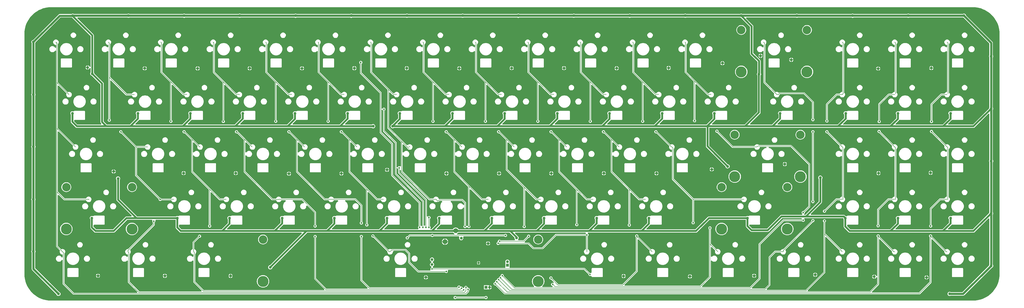
<source format=gtl>
G04*
G04 #@! TF.GenerationSoftware,Altium Limited,Altium Designer,20.1.14 (287)*
G04*
G04 Layer_Physical_Order=1*
G04 Layer_Color=255*
%FSLAX25Y25*%
%MOIN*%
G70*
G04*
G04 #@! TF.SameCoordinates,F18565B3-5AEE-427A-983D-E8141EFD77F9*
G04*
G04*
G04 #@! TF.FilePolarity,Positive*
G04*
G01*
G75*
%ADD10C,0.00500*%
%ADD11C,0.01000*%
%ADD22C,0.02900*%
%ADD23C,0.02500*%
%ADD24C,0.12000*%
%ADD25C,0.15700*%
%ADD26C,0.07000*%
%ADD27C,0.03937*%
%ADD28R,0.03937X0.03937*%
%ADD29R,0.03937X0.03937*%
%ADD30C,0.02400*%
%ADD31C,0.04000*%
%ADD32C,0.03000*%
G36*
X1357867Y421232D02*
X1360893Y421116D01*
X1363884Y420759D01*
X1366838Y420173D01*
X1369736Y419356D01*
X1372559Y418313D01*
X1375294Y417055D01*
X1377920Y415582D01*
X1380425Y413910D01*
X1382787Y412046D01*
X1385004Y409998D01*
X1387047Y407790D01*
X1388907Y405423D01*
X1390584Y402918D01*
X1392060Y400291D01*
X1393318Y397562D01*
X1394361Y394733D01*
X1395170Y391835D01*
X1395769Y388882D01*
X1396117Y385892D01*
X1396241Y382858D01*
Y39399D01*
X1396117Y36366D01*
X1395769Y33376D01*
X1395170Y30421D01*
X1394361Y27524D01*
X1393318Y24702D01*
X1392060Y21966D01*
X1390584Y19340D01*
X1388908Y16834D01*
X1387047Y14471D01*
X1385004Y12257D01*
X1382787Y10212D01*
X1380424Y8346D01*
X1377920Y6676D01*
X1375293Y5202D01*
X1372559Y3944D01*
X1369736Y2903D01*
X1366837Y2084D01*
X1363885Y1497D01*
X1360892Y1143D01*
X1357866Y1021D01*
X39401Y1026D01*
X36368Y1143D01*
X33377Y1497D01*
X30423Y2084D01*
X27527Y2903D01*
X24699Y3944D01*
X21968Y5202D01*
X19341Y6676D01*
X16836Y8347D01*
X14469Y10212D01*
X12260Y12257D01*
X10214Y14472D01*
X8349Y16834D01*
X6679Y19339D01*
X5204Y21965D01*
X3947Y24702D01*
X2905Y27525D01*
X2086Y30421D01*
X1500Y33375D01*
X1146Y36367D01*
X1023Y39399D01*
X1029Y382859D01*
X1146Y385892D01*
X1500Y388883D01*
X2086Y391836D01*
X2906Y394731D01*
X3947Y397562D01*
X5204Y400292D01*
X6679Y402919D01*
X8349Y405424D01*
X10214Y407789D01*
X12260Y409999D01*
X14469Y412047D01*
X16836Y413910D01*
X19341Y415582D01*
X21968Y417055D01*
X24700Y418313D01*
X27527Y419356D01*
X30423Y420173D01*
X33378Y420759D01*
X36369Y421116D01*
X39401Y421236D01*
X1357867Y421232D01*
D02*
G37*
%LPC*%
G36*
X1265549Y412084D02*
X1264766Y411981D01*
X1264036Y411678D01*
X1263836Y411525D01*
X1187534D01*
X1187374Y411647D01*
X1186644Y411949D01*
X1185861Y412053D01*
X1185078Y411949D01*
X1184348Y411647D01*
X1184189Y411525D01*
X1107887D01*
X1107687Y411678D01*
X1106957Y411981D01*
X1106174Y412084D01*
X1105391Y411981D01*
X1104661Y411678D01*
X1104461Y411525D01*
X1028199D01*
X1027999Y411678D01*
X1027269Y411981D01*
X1026486Y412084D01*
X1025703Y411981D01*
X1024973Y411678D01*
X1024773Y411525D01*
X948215D01*
X948015Y411678D01*
X947285Y411981D01*
X946502Y412084D01*
X945719Y411981D01*
X944989Y411678D01*
X944788Y411525D01*
X868784D01*
X868624Y411647D01*
X867894Y411949D01*
X867111Y412053D01*
X866328Y411949D01*
X865598Y411647D01*
X865439Y411525D01*
X788840D01*
X788640Y411678D01*
X787910Y411981D01*
X787127Y412084D01*
X786344Y411981D01*
X785614Y411678D01*
X785414Y411525D01*
X709409D01*
X709249Y411647D01*
X708519Y411949D01*
X707736Y412053D01*
X706953Y411949D01*
X706223Y411647D01*
X706064Y411525D01*
X629762D01*
X629562Y411678D01*
X628832Y411981D01*
X628049Y412084D01*
X627266Y411981D01*
X626536Y411678D01*
X626335Y411525D01*
X550074D01*
X549874Y411678D01*
X549144Y411981D01*
X548361Y412084D01*
X547578Y411981D01*
X546848Y411678D01*
X546648Y411525D01*
X470346D01*
X470187Y411647D01*
X469457Y411949D01*
X468674Y412053D01*
X467891Y411949D01*
X467161Y411647D01*
X467001Y411525D01*
X390659D01*
X390499Y411647D01*
X389769Y411949D01*
X388986Y412053D01*
X388203Y411949D01*
X387473Y411647D01*
X387314Y411525D01*
X310715D01*
X310515Y411678D01*
X309785Y411981D01*
X309002Y412084D01*
X308219Y411981D01*
X307489Y411678D01*
X307289Y411525D01*
X231284D01*
X231124Y411647D01*
X230394Y411949D01*
X229611Y412053D01*
X228828Y411949D01*
X228098Y411647D01*
X227939Y411525D01*
X151637D01*
X151437Y411678D01*
X150707Y411981D01*
X149924Y412084D01*
X149141Y411981D01*
X148411Y411678D01*
X148211Y411525D01*
X71909D01*
X71749Y411647D01*
X71019Y411949D01*
X70236Y412053D01*
X69453Y411949D01*
X68723Y411647D01*
X68371Y411377D01*
X51485D01*
X50529Y411187D01*
X49719Y410645D01*
X13390Y374316D01*
X13190Y374290D01*
X12460Y373988D01*
X11834Y373507D01*
X11353Y372880D01*
X11050Y372150D01*
X10947Y371367D01*
X11050Y370584D01*
X11353Y369854D01*
X11475Y369695D01*
Y297778D01*
X11322Y297578D01*
X11019Y296848D01*
X10916Y296065D01*
X11019Y295282D01*
X11322Y294552D01*
X11475Y294352D01*
Y223034D01*
X11353Y222875D01*
X11050Y222145D01*
X10947Y221362D01*
X11050Y220579D01*
X11353Y219849D01*
X11475Y219689D01*
Y147778D01*
X11322Y147578D01*
X11019Y146848D01*
X10916Y146065D01*
X11019Y145282D01*
X11322Y144552D01*
X11475Y144352D01*
Y73035D01*
X11353Y72875D01*
X11050Y72145D01*
X10947Y71362D01*
X11050Y70579D01*
X11353Y69849D01*
X11475Y69690D01*
Y46533D01*
X11665Y45577D01*
X12207Y44766D01*
X46815Y10158D01*
X46841Y9959D01*
X47143Y9229D01*
X47624Y8602D01*
X48251Y8122D01*
X48981Y7819D01*
X49764Y7716D01*
X50547Y7819D01*
X51277Y8122D01*
X51903Y8602D01*
X52384Y9229D01*
X52687Y9959D01*
X52790Y10742D01*
X52687Y11525D01*
X52384Y12255D01*
X51903Y12882D01*
X51277Y13363D01*
X50547Y13665D01*
X50347Y13691D01*
X16471Y47567D01*
Y69690D01*
X16594Y69849D01*
X16896Y70579D01*
X16999Y71362D01*
X16896Y72145D01*
X16594Y72875D01*
X16471Y73035D01*
Y144433D01*
X16563Y144552D01*
X16865Y145282D01*
X16968Y146065D01*
X16865Y146848D01*
X16563Y147578D01*
X16471Y147697D01*
Y219689D01*
X16594Y219849D01*
X16896Y220579D01*
X16999Y221362D01*
X16896Y222145D01*
X16594Y222875D01*
X16471Y223034D01*
Y294433D01*
X16563Y294552D01*
X16865Y295282D01*
X16968Y296065D01*
X16865Y296848D01*
X16563Y297578D01*
X16471Y297697D01*
Y369695D01*
X16594Y369854D01*
X16896Y370584D01*
X16922Y370784D01*
X52520Y406381D01*
X68784D01*
X69452Y406105D01*
X95769Y379787D01*
Y335915D01*
X94490Y335727D01*
X94188Y336456D01*
X93707Y337083D01*
X93081Y337564D01*
X92351Y337866D01*
X92068Y337904D01*
Y334944D01*
Y331983D01*
X92351Y332021D01*
X93081Y332323D01*
X93707Y332804D01*
X94188Y333431D01*
X94490Y334160D01*
X95769Y333972D01*
Y327963D01*
X95411Y327497D01*
X95109Y326767D01*
X95006Y325984D01*
X95109Y325201D01*
X95411Y324471D01*
X95892Y323845D01*
X96519Y323364D01*
X97248Y323061D01*
X97780Y322991D01*
X109911Y310861D01*
Y256693D01*
X110085Y255815D01*
X110583Y255071D01*
X111371Y254282D01*
X110873Y253081D01*
X76934D01*
X72210Y257806D01*
X72259Y259221D01*
X72989Y259909D01*
X86768D01*
X87158Y259987D01*
X87489Y260208D01*
X87710Y260539D01*
X87788Y260929D01*
Y271952D01*
X87710Y272342D01*
X87489Y272673D01*
X87158Y272894D01*
X86768Y272972D01*
X72989D01*
X72598Y272894D01*
X72268Y272673D01*
X71725Y272287D01*
X70713Y272113D01*
X70468Y272214D01*
X69685Y272317D01*
X68902Y272214D01*
X68172Y271912D01*
X67545Y271431D01*
X67064Y270804D01*
X66762Y270075D01*
X66659Y269291D01*
X66762Y268508D01*
X67064Y267778D01*
X67391Y267353D01*
Y257087D01*
X67566Y256209D01*
X68063Y255465D01*
X74362Y249165D01*
X75106Y248668D01*
X75984Y248493D01*
X293898D01*
X293901Y248494D01*
X377754D01*
X377757Y248493D01*
X498062D01*
X498487Y248167D01*
X499217Y247865D01*
X500000Y247762D01*
X500783Y247865D01*
X501513Y248167D01*
X502140Y248648D01*
X502621Y249274D01*
X502923Y250004D01*
X503026Y250787D01*
X502923Y251571D01*
X502621Y252300D01*
X502140Y252927D01*
X501513Y253408D01*
X500783Y253710D01*
X500000Y253813D01*
X499217Y253710D01*
X498487Y253408D01*
X498062Y253081D01*
X459994D01*
X459496Y254282D01*
X464845Y259631D01*
X465246Y259829D01*
X466353Y259990D01*
X466743Y259912D01*
X480522D01*
X480912Y259990D01*
X481243Y260211D01*
X481464Y260542D01*
X481542Y260932D01*
Y271955D01*
X481464Y272345D01*
X481243Y272676D01*
X480912Y272897D01*
X480522Y272975D01*
X466743D01*
X466353Y272897D01*
X466022Y272676D01*
X465431Y272274D01*
X464472Y272089D01*
X464169Y272214D01*
X463386Y272317D01*
X462603Y272214D01*
X461873Y271912D01*
X461246Y271431D01*
X460765Y270804D01*
X460463Y270075D01*
X460360Y269291D01*
X460463Y268508D01*
X460765Y267778D01*
X461092Y267353D01*
Y262366D01*
X451807Y253081D01*
X384993D01*
X384495Y254282D01*
X389811Y259598D01*
X389839Y259640D01*
X390097Y259765D01*
X391352Y259990D01*
X391742Y259913D01*
X405522D01*
X405912Y259990D01*
X406243Y260211D01*
X406464Y260542D01*
X406541Y260932D01*
Y271956D01*
X406464Y272346D01*
X406243Y272677D01*
X405912Y272898D01*
X405522Y272975D01*
X391742D01*
X391352Y272898D01*
X391021Y272677D01*
X390960Y272585D01*
X390234Y272197D01*
X389538Y272013D01*
X389448Y272017D01*
X388972Y272214D01*
X388189Y272317D01*
X387406Y272214D01*
X386676Y271912D01*
X386049Y271431D01*
X385568Y270804D01*
X385266Y270075D01*
X385163Y269291D01*
X385266Y268508D01*
X385568Y267778D01*
X385895Y267353D01*
Y262171D01*
X376806Y253082D01*
X309993D01*
X309496Y254283D01*
X314844Y259631D01*
X316015Y260208D01*
X316352Y259990D01*
X316742Y259912D01*
X330521D01*
X330911Y259990D01*
X331242Y260211D01*
X331463Y260542D01*
X331541Y260932D01*
Y271955D01*
X331463Y272345D01*
X331242Y272676D01*
X330911Y272897D01*
X330521Y272975D01*
X316742D01*
X316352Y272897D01*
X316021Y272676D01*
X315431Y272274D01*
X314471Y272089D01*
X314169Y272214D01*
X313386Y272317D01*
X312603Y272214D01*
X311873Y271912D01*
X311246Y271431D01*
X310765Y270804D01*
X310463Y270075D01*
X310360Y269291D01*
X310463Y268508D01*
X310765Y267778D01*
X311092Y267353D01*
Y262368D01*
X301806Y253082D01*
X293898D01*
X293895Y253081D01*
X234993D01*
X234495Y254282D01*
X239844Y259631D01*
X240575Y259991D01*
X241352Y259990D01*
X241742Y259912D01*
X255521D01*
X255911Y259990D01*
X256242Y260211D01*
X256463Y260542D01*
X256541Y260932D01*
Y271955D01*
X256463Y272345D01*
X256242Y272676D01*
X255911Y272897D01*
X255521Y272975D01*
X241742D01*
X241352Y272897D01*
X241021Y272676D01*
X240589Y272319D01*
X239453Y272178D01*
X239366Y272214D01*
X238583Y272317D01*
X237800Y272214D01*
X237070Y271912D01*
X236443Y271431D01*
X235962Y270804D01*
X235660Y270075D01*
X235557Y269291D01*
X235660Y268508D01*
X235962Y267778D01*
X236289Y267353D01*
Y262564D01*
X226806Y253081D01*
X159993D01*
X159495Y254282D01*
X164844Y259631D01*
X166015Y260208D01*
X166351Y259990D01*
X166742Y259912D01*
X180521D01*
X180911Y259990D01*
X181242Y260211D01*
X181463Y260542D01*
X181541Y260932D01*
Y271955D01*
X181463Y272345D01*
X181242Y272676D01*
X180911Y272897D01*
X180521Y272975D01*
X166742D01*
X166351Y272897D01*
X166021Y272676D01*
X165431Y272274D01*
X164471Y272089D01*
X164169Y272214D01*
X163386Y272317D01*
X162603Y272214D01*
X161873Y271912D01*
X161246Y271431D01*
X160765Y270804D01*
X160463Y270075D01*
X160360Y269291D01*
X160463Y268508D01*
X160765Y267778D01*
X161092Y267353D01*
Y262368D01*
X151806Y253081D01*
X119061D01*
X114499Y257643D01*
Y311811D01*
X114324Y312689D01*
X113827Y313433D01*
X101024Y326236D01*
X100954Y326767D01*
X100652Y327497D01*
X100357Y327882D01*
Y380738D01*
X100182Y381616D01*
X99685Y382360D01*
X76717Y405328D01*
X77215Y406529D01*
X148292D01*
X148411Y406437D01*
X149141Y406135D01*
X149924Y406032D01*
X150707Y406135D01*
X151437Y406437D01*
X151556Y406529D01*
X227939D01*
X228098Y406406D01*
X228828Y406104D01*
X229611Y406001D01*
X230394Y406104D01*
X231124Y406406D01*
X231284Y406529D01*
X307370D01*
X307489Y406437D01*
X308219Y406135D01*
X309002Y406032D01*
X309785Y406135D01*
X310515Y406437D01*
X310634Y406529D01*
X387314D01*
X387473Y406406D01*
X388203Y406104D01*
X388986Y406001D01*
X389769Y406104D01*
X390499Y406406D01*
X390659Y406529D01*
X467001D01*
X467161Y406406D01*
X467891Y406104D01*
X468674Y406001D01*
X469457Y406104D01*
X470187Y406406D01*
X470346Y406529D01*
X546729D01*
X546848Y406437D01*
X547578Y406135D01*
X548361Y406032D01*
X549144Y406135D01*
X549874Y406437D01*
X549993Y406529D01*
X626417D01*
X626536Y406437D01*
X627266Y406135D01*
X628049Y406032D01*
X628832Y406135D01*
X629562Y406437D01*
X629681Y406529D01*
X706064D01*
X706223Y406406D01*
X706953Y406104D01*
X707736Y406001D01*
X708519Y406104D01*
X709249Y406406D01*
X709409Y406529D01*
X785495D01*
X785614Y406437D01*
X786344Y406135D01*
X787127Y406032D01*
X787910Y406135D01*
X788640Y406437D01*
X788759Y406529D01*
X865439D01*
X865598Y406406D01*
X866328Y406104D01*
X867111Y406001D01*
X867894Y406104D01*
X868624Y406406D01*
X868784Y406529D01*
X944870D01*
X944989Y406437D01*
X945719Y406135D01*
X946502Y406032D01*
X947285Y406135D01*
X948015Y406437D01*
X948134Y406529D01*
X1024854D01*
X1024973Y406437D01*
X1025703Y406135D01*
X1026199Y406070D01*
X1039286Y392983D01*
Y354608D01*
X1039461Y353730D01*
X1039958Y352985D01*
X1049799Y343145D01*
Y327297D01*
X1049348Y326710D01*
X1049046Y325980D01*
X1048943Y325197D01*
X1049046Y324414D01*
X1049348Y323684D01*
X1049674Y323258D01*
Y271421D01*
X1031333Y253080D01*
X984992D01*
X984494Y254280D01*
X989811Y259597D01*
X989840Y259640D01*
X990098Y259765D01*
X991353Y259990D01*
X991743Y259912D01*
X1005522D01*
X1005912Y259990D01*
X1006243Y260211D01*
X1006464Y260542D01*
X1006542Y260932D01*
Y271955D01*
X1006464Y272345D01*
X1006243Y272676D01*
X1005912Y272897D01*
X1005522Y272975D01*
X991743D01*
X991353Y272897D01*
X991022Y272676D01*
X990961Y272585D01*
X990233Y272196D01*
X989538Y272012D01*
X989449Y272017D01*
X988972Y272214D01*
X988189Y272317D01*
X987406Y272214D01*
X986676Y271912D01*
X986049Y271431D01*
X985569Y270804D01*
X985266Y270075D01*
X985163Y269291D01*
X985266Y268508D01*
X985569Y267778D01*
X985895Y267353D01*
Y262170D01*
X976807Y253081D01*
X909994D01*
X909496Y254282D01*
X914845Y259631D01*
X915246Y259829D01*
X916353Y259990D01*
X916743Y259912D01*
X930522D01*
X930912Y259990D01*
X931243Y260211D01*
X931464Y260542D01*
X931542Y260932D01*
Y271955D01*
X931464Y272345D01*
X931243Y272676D01*
X930912Y272897D01*
X930522Y272975D01*
X916743D01*
X916353Y272897D01*
X916022Y272676D01*
X915431Y272274D01*
X914472Y272089D01*
X914169Y272214D01*
X913386Y272317D01*
X912603Y272214D01*
X911873Y271912D01*
X911246Y271431D01*
X910765Y270804D01*
X910463Y270075D01*
X910360Y269291D01*
X910463Y268508D01*
X910765Y267778D01*
X911092Y267353D01*
Y262366D01*
X901807Y253081D01*
X834994D01*
X834496Y254282D01*
X839811Y259597D01*
X839840Y259640D01*
X840098Y259765D01*
X841353Y259990D01*
X841743Y259912D01*
X855522D01*
X855912Y259990D01*
X856243Y260211D01*
X856464Y260542D01*
X856542Y260932D01*
Y271955D01*
X856464Y272345D01*
X856243Y272676D01*
X855912Y272897D01*
X855522Y272975D01*
X841743D01*
X841353Y272897D01*
X841022Y272676D01*
X840961Y272585D01*
X840233Y272196D01*
X839538Y272012D01*
X839449Y272017D01*
X838972Y272214D01*
X838189Y272317D01*
X837406Y272214D01*
X836676Y271912D01*
X836049Y271431D01*
X835569Y270804D01*
X835266Y270075D01*
X835163Y269291D01*
X835266Y268508D01*
X835569Y267778D01*
X835895Y267353D01*
Y262170D01*
X826807Y253081D01*
X759994D01*
X759496Y254282D01*
X764845Y259631D01*
X765246Y259829D01*
X766353Y259990D01*
X766743Y259912D01*
X780522D01*
X780912Y259990D01*
X781243Y260211D01*
X781464Y260542D01*
X781542Y260932D01*
Y271955D01*
X781464Y272345D01*
X781243Y272676D01*
X780912Y272897D01*
X780522Y272975D01*
X766743D01*
X766353Y272897D01*
X766022Y272676D01*
X765431Y272274D01*
X764472Y272089D01*
X764169Y272214D01*
X763386Y272317D01*
X762603Y272214D01*
X761873Y271912D01*
X761246Y271431D01*
X760765Y270804D01*
X760463Y270075D01*
X760360Y269291D01*
X760463Y268508D01*
X760765Y267778D01*
X761092Y267353D01*
Y262366D01*
X751807Y253081D01*
X684994D01*
X684496Y254282D01*
X689811Y259597D01*
X689840Y259640D01*
X690098Y259765D01*
X691353Y259990D01*
X691743Y259912D01*
X705522D01*
X705912Y259990D01*
X706243Y260211D01*
X706464Y260542D01*
X706542Y260932D01*
Y271955D01*
X706464Y272345D01*
X706243Y272676D01*
X705912Y272897D01*
X705522Y272975D01*
X691743D01*
X691353Y272897D01*
X691022Y272676D01*
X690961Y272585D01*
X690233Y272196D01*
X689538Y272012D01*
X689449Y272017D01*
X688972Y272214D01*
X688189Y272317D01*
X687406Y272214D01*
X686676Y271912D01*
X686049Y271431D01*
X685569Y270804D01*
X685266Y270075D01*
X685163Y269291D01*
X685266Y268508D01*
X685569Y267778D01*
X685895Y267353D01*
Y262170D01*
X676807Y253081D01*
X609994D01*
X609496Y254282D01*
X614845Y259631D01*
X615246Y259829D01*
X616353Y259990D01*
X616743Y259912D01*
X630522D01*
X630912Y259990D01*
X631243Y260211D01*
X631464Y260542D01*
X631542Y260932D01*
Y271955D01*
X631464Y272345D01*
X631243Y272676D01*
X630912Y272897D01*
X630522Y272975D01*
X616743D01*
X616353Y272897D01*
X616022Y272676D01*
X615431Y272274D01*
X614472Y272089D01*
X614169Y272214D01*
X613386Y272317D01*
X612603Y272214D01*
X611873Y271912D01*
X611246Y271431D01*
X610765Y270804D01*
X610463Y270075D01*
X610360Y269291D01*
X610463Y268508D01*
X610765Y267778D01*
X611092Y267353D01*
Y262366D01*
X601807Y253081D01*
X534994D01*
X534496Y254282D01*
X539811Y259597D01*
X539840Y259640D01*
X540098Y259765D01*
X541353Y259990D01*
X541743Y259912D01*
X555522D01*
X555912Y259990D01*
X556243Y260211D01*
X556464Y260542D01*
X556542Y260932D01*
Y271955D01*
X556464Y272345D01*
X556243Y272676D01*
X555912Y272897D01*
X555522Y272975D01*
X541743D01*
X541353Y272897D01*
X541022Y272676D01*
X540961Y272585D01*
X540233Y272196D01*
X539538Y272012D01*
X539449Y272017D01*
X538972Y272214D01*
X538189Y272317D01*
X537406Y272214D01*
X536676Y271912D01*
X536049Y271431D01*
X535569Y270804D01*
X535266Y270075D01*
X535163Y269291D01*
X535266Y268508D01*
X535569Y267778D01*
X535895Y267353D01*
Y262170D01*
X527476Y253750D01*
X527170Y253710D01*
X526440Y253408D01*
X525813Y252927D01*
X525332Y252300D01*
X525030Y251571D01*
X524927Y250787D01*
X525030Y250004D01*
X525332Y249274D01*
X525813Y248648D01*
X526440Y248167D01*
X527170Y247865D01*
X527953Y247762D01*
X528736Y247865D01*
X529466Y248167D01*
X529891Y248493D01*
X976052D01*
Y222047D01*
X976227Y221169D01*
X976724Y220425D01*
X1004094Y193055D01*
X1004164Y192524D01*
X1004466Y191794D01*
X1004947Y191167D01*
X1005574Y190687D01*
X1006304Y190384D01*
X1007087Y190281D01*
X1007870Y190384D01*
X1008600Y190687D01*
X1009226Y191167D01*
X1009707Y191794D01*
X1010009Y192524D01*
X1010112Y193307D01*
X1010009Y194090D01*
X1009707Y194820D01*
X1009226Y195447D01*
X1008600Y195928D01*
X1007870Y196230D01*
X1007338Y196300D01*
X980641Y222997D01*
Y248491D01*
X1066929D01*
X1066939Y248493D01*
X1156399D01*
X1156399Y248493D01*
X1358953D01*
X1359831Y248668D01*
X1360575Y249165D01*
X1380343Y268933D01*
X1381544Y268436D01*
Y202545D01*
X1381437Y202405D01*
X1381135Y201675D01*
X1381032Y200892D01*
X1381135Y200109D01*
X1381437Y199379D01*
X1381544Y199240D01*
Y127586D01*
X1381406Y127406D01*
X1381104Y126676D01*
X1381034Y126144D01*
X1357972Y103082D01*
X1322494D01*
X1321996Y104283D01*
X1327345Y109632D01*
X1328522Y110211D01*
X1328853Y109990D01*
X1329243Y109913D01*
X1343022D01*
X1343412Y109990D01*
X1343743Y110211D01*
X1343964Y110542D01*
X1344042Y110932D01*
Y121956D01*
X1343964Y122346D01*
X1343743Y122677D01*
X1343412Y122898D01*
X1343022Y122975D01*
X1329243D01*
X1328853Y122898D01*
X1328522Y122677D01*
X1328018Y122301D01*
X1326963Y122133D01*
X1326767Y122214D01*
X1325984Y122317D01*
X1325201Y122214D01*
X1324471Y121912D01*
X1323845Y121431D01*
X1323364Y120804D01*
X1323061Y120074D01*
X1322958Y119291D01*
X1323061Y118508D01*
X1323364Y117778D01*
X1323690Y117353D01*
Y112465D01*
X1314307Y103082D01*
X1247494D01*
X1246996Y104283D01*
X1252345Y109632D01*
X1252574Y109772D01*
X1253454Y110180D01*
X1253853Y109990D01*
X1254243Y109912D01*
X1268022D01*
X1268412Y109990D01*
X1268743Y110211D01*
X1268964Y110542D01*
X1269042Y110932D01*
Y121956D01*
X1268964Y122346D01*
X1268743Y122677D01*
X1268412Y122898D01*
X1268022Y122975D01*
X1254243D01*
X1253853Y122898D01*
X1253522Y122677D01*
X1253494Y122635D01*
X1252845Y122242D01*
X1252001Y122049D01*
X1251963Y122052D01*
X1251571Y122214D01*
X1250787Y122317D01*
X1250004Y122214D01*
X1249275Y121912D01*
X1248648Y121431D01*
X1248167Y120804D01*
X1247865Y120074D01*
X1247762Y119291D01*
X1247865Y118508D01*
X1248167Y117778D01*
X1248493Y117353D01*
Y112268D01*
X1239307Y103082D01*
X1182840D01*
X1178065Y107856D01*
X1178078Y109257D01*
X1178194Y109367D01*
X1179185Y109924D01*
X1179243Y109912D01*
X1193022D01*
X1193412Y109990D01*
X1193743Y110211D01*
X1193964Y110542D01*
X1194042Y110932D01*
Y121956D01*
X1193964Y122346D01*
X1193743Y122677D01*
X1193412Y122898D01*
X1193022Y122975D01*
X1179243D01*
X1178853Y122898D01*
X1178522Y122677D01*
X1178427Y122535D01*
X1177843Y122209D01*
X1177078Y121979D01*
X1176934Y121982D01*
X1176374Y122214D01*
X1175842Y122284D01*
X1174942Y123184D01*
X1174198Y123681D01*
X1173320Y123856D01*
X1126437D01*
X1125939Y125057D01*
X1141386Y140504D01*
X1141883Y141248D01*
X1142058Y142126D01*
Y175227D01*
X1142384Y175652D01*
X1142687Y176382D01*
X1142790Y177165D01*
X1142687Y177948D01*
X1142384Y178678D01*
X1141903Y179305D01*
X1141277Y179786D01*
X1140547Y180088D01*
X1139764Y180191D01*
X1138981Y180088D01*
X1138251Y179786D01*
X1137624Y179305D01*
X1137143Y178678D01*
X1136841Y177948D01*
X1136738Y177165D01*
X1136841Y176382D01*
X1137143Y175652D01*
X1137470Y175227D01*
Y143076D01*
X1118250Y123856D01*
X1116986D01*
X1116197Y125062D01*
X1116209Y125156D01*
X1116842Y125579D01*
X1117328Y126307D01*
X1117499Y127165D01*
X1117442Y127451D01*
X1124917Y134926D01*
X1125193Y135339D01*
X1125290Y135827D01*
Y196457D01*
X1125193Y196944D01*
X1124917Y197358D01*
X1098933Y223342D01*
X1098519Y223618D01*
X1098032Y223715D01*
X1052245D01*
X1052070Y223944D01*
X1051245Y224577D01*
X1050284Y224975D01*
X1049253Y225111D01*
X1048221Y224975D01*
X1047261Y224577D01*
X1046436Y223944D01*
X1045802Y223119D01*
X1045505Y222401D01*
X1014834D01*
X993902Y243333D01*
X993975Y243701D01*
X993805Y244559D01*
X993318Y245287D01*
X992591Y245773D01*
X991732Y245944D01*
X990874Y245773D01*
X990146Y245287D01*
X989660Y244559D01*
X989489Y243701D01*
X989660Y242842D01*
X990146Y242115D01*
X990874Y241628D01*
X991732Y241458D01*
X992100Y241531D01*
X1013405Y220225D01*
X1013819Y219949D01*
X1014307Y219852D01*
X1045505D01*
X1045802Y219134D01*
X1046436Y218309D01*
X1047261Y217676D01*
X1048221Y217278D01*
X1049253Y217143D01*
X1050284Y217278D01*
X1051245Y217676D01*
X1052070Y218309D01*
X1052703Y219134D01*
X1053101Y220095D01*
X1053237Y221127D01*
X1053272Y221166D01*
X1062599D01*
X1062727Y219866D01*
X1061764Y219675D01*
X1061671Y219636D01*
X1061573Y219617D01*
X1060144Y219025D01*
X1060061Y218969D01*
X1059968Y218931D01*
X1058682Y218072D01*
X1058611Y218001D01*
X1058528Y217945D01*
X1057434Y216852D01*
X1057378Y216768D01*
X1057307Y216697D01*
X1056448Y215411D01*
X1056410Y215319D01*
X1056354Y215235D01*
X1055762Y213807D01*
X1055743Y213708D01*
X1055704Y213615D01*
X1055403Y212099D01*
Y211998D01*
X1055383Y211900D01*
Y210353D01*
X1055403Y210255D01*
Y210155D01*
X1055704Y208638D01*
X1055743Y208545D01*
X1055762Y208447D01*
X1056354Y207018D01*
X1056410Y206934D01*
X1056448Y206842D01*
X1057307Y205556D01*
X1057378Y205485D01*
X1057434Y205401D01*
X1058528Y204308D01*
X1058611Y204252D01*
X1058682Y204181D01*
X1059968Y203322D01*
X1060061Y203284D01*
X1060144Y203228D01*
X1061573Y202636D01*
X1061671Y202617D01*
X1061764Y202578D01*
X1063281Y202276D01*
X1063381D01*
X1063480Y202257D01*
X1065026D01*
X1065124Y202276D01*
X1065225D01*
X1066741Y202578D01*
X1066834Y202617D01*
X1066933Y202636D01*
X1068361Y203228D01*
X1068445Y203284D01*
X1068538Y203322D01*
X1069823Y204181D01*
X1069894Y204252D01*
X1069978Y204308D01*
X1071071Y205401D01*
X1071127Y205485D01*
X1071198Y205556D01*
X1072057Y206842D01*
X1072095Y206934D01*
X1072151Y207018D01*
X1072743Y208447D01*
X1072762Y208545D01*
X1072801Y208638D01*
X1073103Y210154D01*
Y210255D01*
X1073122Y210353D01*
Y211900D01*
X1073103Y211998D01*
Y212099D01*
X1072801Y213615D01*
X1072762Y213708D01*
X1072743Y213807D01*
X1072151Y215235D01*
X1072095Y215319D01*
X1072057Y215411D01*
X1071198Y216697D01*
X1071127Y216768D01*
X1071071Y216852D01*
X1069978Y217945D01*
X1069894Y218001D01*
X1069823Y218072D01*
X1068538Y218931D01*
X1068445Y218969D01*
X1068361Y219025D01*
X1066933Y219617D01*
X1066834Y219636D01*
X1066741Y219675D01*
X1065778Y219866D01*
X1065906Y221166D01*
X1097504D01*
X1122741Y195929D01*
Y136355D01*
X1115706Y129319D01*
X1115256Y129408D01*
X1114398Y129238D01*
X1113670Y128752D01*
X1113184Y128024D01*
X1113013Y127165D01*
X1113184Y126307D01*
X1113670Y125579D01*
X1114303Y125156D01*
X1114314Y125062D01*
X1113525Y123856D01*
X1084160D01*
X1083282Y123681D01*
X1082538Y123184D01*
X1063471Y104117D01*
X1042434D01*
X1037727Y108824D01*
Y108862D01*
X1037739Y108890D01*
X1038615Y109911D01*
X1052394D01*
X1052785Y109988D01*
X1053115Y110209D01*
X1053336Y110540D01*
X1053414Y110930D01*
Y121954D01*
X1053336Y122344D01*
X1053115Y122675D01*
X1052785Y122896D01*
X1052394Y122973D01*
X1038615D01*
X1038225Y122896D01*
X1037894Y122675D01*
X1037446Y122314D01*
X1036328Y122168D01*
X1036216Y122214D01*
X1035433Y122317D01*
X1034650Y122214D01*
X1033920Y121912D01*
X1033495Y121585D01*
X980315D01*
X979437Y121411D01*
X978693Y120914D01*
X960859Y103080D01*
X891240D01*
X890743Y104281D01*
X896110Y109649D01*
X897172Y110162D01*
X897599Y109988D01*
X897989Y109911D01*
X911768D01*
X912159Y109988D01*
X912489Y110209D01*
X912710Y110540D01*
X912788Y110930D01*
Y121954D01*
X912710Y122344D01*
X912489Y122675D01*
X912159Y122896D01*
X911768Y122973D01*
X897989D01*
X897599Y122896D01*
X897268Y122675D01*
X897225Y122611D01*
X896543Y122221D01*
X895762Y122031D01*
X895703Y122035D01*
X895271Y122214D01*
X894488Y122317D01*
X893705Y122214D01*
X892975Y121912D01*
X892349Y121431D01*
X891868Y120804D01*
X891565Y120074D01*
X891462Y119291D01*
X891565Y118508D01*
X891868Y117778D01*
X892194Y117353D01*
Y112221D01*
X883053Y103080D01*
X816240D01*
X815743Y104281D01*
X816934Y105472D01*
X821091Y109630D01*
X821594Y109877D01*
X822599Y109988D01*
X822989Y109911D01*
X836768D01*
X837159Y109988D01*
X837489Y110209D01*
X837710Y110540D01*
X837788Y110930D01*
Y121954D01*
X837710Y122344D01*
X837489Y122675D01*
X837159Y122896D01*
X836768Y122973D01*
X822989D01*
X822599Y122896D01*
X822268Y122675D01*
X821726Y122288D01*
X820713Y122113D01*
X820468Y122214D01*
X819685Y122317D01*
X818902Y122214D01*
X818172Y121912D01*
X817545Y121431D01*
X817064Y120804D01*
X816762Y120074D01*
X816659Y119291D01*
X816762Y118508D01*
X817064Y117778D01*
X817391Y117353D01*
Y112418D01*
X813690Y108716D01*
X808053Y103080D01*
X741240D01*
X740743Y104281D01*
X741934Y105472D01*
X746110Y109649D01*
X746305Y109743D01*
X747599Y109988D01*
X747989Y109911D01*
X761768D01*
X762159Y109988D01*
X762489Y110209D01*
X762710Y110540D01*
X762788Y110930D01*
Y121954D01*
X762710Y122344D01*
X762489Y122675D01*
X762159Y122896D01*
X761768Y122973D01*
X747989D01*
X747599Y122896D01*
X747268Y122675D01*
X747225Y122611D01*
X746543Y122221D01*
X745762Y122031D01*
X745703Y122035D01*
X745271Y122214D01*
X744488Y122317D01*
X743705Y122214D01*
X742975Y121912D01*
X742349Y121431D01*
X741868Y120804D01*
X741565Y120074D01*
X741462Y119291D01*
X741565Y118508D01*
X741868Y117778D01*
X742194Y117353D01*
Y112221D01*
X738690Y108716D01*
X733053Y103080D01*
X666240D01*
X665743Y104281D01*
X666934Y105472D01*
X671092Y109630D01*
X671594Y109877D01*
X672599Y109988D01*
X672989Y109911D01*
X686768D01*
X687159Y109988D01*
X687489Y110209D01*
X687710Y110540D01*
X687788Y110930D01*
Y121954D01*
X687710Y122344D01*
X687489Y122675D01*
X687159Y122896D01*
X686768Y122973D01*
X672989D01*
X672599Y122896D01*
X672268Y122675D01*
X671726Y122288D01*
X670713Y122113D01*
X670468Y122214D01*
X669685Y122317D01*
X668902Y122214D01*
X668172Y121912D01*
X667545Y121431D01*
X667065Y120804D01*
X666762Y120074D01*
X666659Y119291D01*
X666762Y118508D01*
X667065Y117778D01*
X667391Y117353D01*
Y112418D01*
X663690Y108716D01*
X658053Y103080D01*
X622194D01*
X622041Y103451D01*
X621320Y104391D01*
X620380Y105112D01*
X619285Y105565D01*
X618110Y105720D01*
X616935Y105565D01*
X615841Y105112D01*
X614901Y104391D01*
X614180Y103451D01*
X614026Y103080D01*
X591240D01*
X590743Y104281D01*
X596110Y109649D01*
X597172Y110162D01*
X597599Y109988D01*
X597989Y109911D01*
X611768D01*
X612159Y109988D01*
X612489Y110209D01*
X612710Y110540D01*
X612788Y110930D01*
Y121954D01*
X612710Y122344D01*
X612489Y122675D01*
X612159Y122896D01*
X611768Y122973D01*
X597989D01*
X597599Y122896D01*
X597268Y122675D01*
X597225Y122611D01*
X596543Y122221D01*
X595762Y122031D01*
X595703Y122035D01*
X595271Y122214D01*
X594488Y122317D01*
X593705Y122214D01*
X592975Y121912D01*
X592349Y121431D01*
X591868Y120804D01*
X591565Y120074D01*
X591462Y119291D01*
X591565Y118508D01*
X591868Y117778D01*
X592194Y117353D01*
Y112221D01*
X583196Y103223D01*
X582159Y103344D01*
X581674Y104568D01*
X581994Y105047D01*
X582164Y105905D01*
X581994Y106764D01*
X581507Y107492D01*
X581196Y107700D01*
Y118284D01*
X581507Y118493D01*
X581994Y119220D01*
X582164Y120079D01*
X581994Y120937D01*
X581507Y121665D01*
X580780Y122151D01*
X579921Y122322D01*
X579063Y122151D01*
X578335Y121665D01*
X578165Y121410D01*
X576865Y121805D01*
Y145669D01*
X576768Y146157D01*
X576492Y146571D01*
X538282Y184780D01*
Y188255D01*
X538358Y188342D01*
X539433Y187938D01*
X539658Y187703D01*
Y185840D01*
X539755Y185352D01*
X540032Y184939D01*
X579742Y145229D01*
X580155Y144953D01*
X580643Y144856D01*
X586130D01*
X586428Y144135D01*
X587062Y143310D01*
X587887Y142677D01*
X588847Y142279D01*
X589879Y142143D01*
X590910Y142279D01*
X591696Y142604D01*
X591817Y142523D01*
X592305Y142426D01*
X593005D01*
X593493Y142523D01*
X593907Y142800D01*
X595059Y143952D01*
X598350D01*
X598496Y143795D01*
X598861Y142652D01*
X598060Y141852D01*
X598004Y141769D01*
X597933Y141698D01*
X597074Y140412D01*
X597036Y140319D01*
X596980Y140235D01*
X596388Y138807D01*
X596369Y138708D01*
X596330Y138616D01*
X596029Y137099D01*
Y136999D01*
X596009Y136900D01*
Y135354D01*
X596029Y135255D01*
Y135155D01*
X596330Y133638D01*
X596369Y133545D01*
X596388Y133447D01*
X596980Y132018D01*
X597036Y131935D01*
X597074Y131842D01*
X597933Y130556D01*
X598004Y130485D01*
X598060Y130402D01*
X599154Y129308D01*
X599237Y129253D01*
X599308Y129182D01*
X600594Y128323D01*
X600687Y128284D01*
X600770Y128228D01*
X602199Y127637D01*
X602297Y127617D01*
X602390Y127579D01*
X603907Y127277D01*
X604007D01*
X604106Y127257D01*
X605652D01*
X605750Y127277D01*
X605851D01*
X607367Y127579D01*
X607460Y127617D01*
X607559Y127637D01*
X608987Y128228D01*
X609071Y128284D01*
X609164Y128323D01*
X610449Y129182D01*
X610520Y129253D01*
X610604Y129308D01*
X611697Y130402D01*
X611753Y130485D01*
X611824Y130556D01*
X612683Y131842D01*
X612721Y131935D01*
X612777Y132018D01*
X613369Y133447D01*
X613388Y133545D01*
X613427Y133638D01*
X613729Y135155D01*
Y135255D01*
X613748Y135354D01*
Y136900D01*
X613729Y136999D01*
Y137099D01*
X613427Y138616D01*
X613388Y138708D01*
X613369Y138807D01*
X612777Y140235D01*
X612721Y140319D01*
X612683Y140412D01*
X611824Y141698D01*
X611753Y141769D01*
X611697Y141852D01*
X610897Y142652D01*
X611261Y143795D01*
X611407Y143952D01*
X627080D01*
X630222Y140811D01*
Y138043D01*
X628922Y137785D01*
X628789Y138104D01*
X628734Y138187D01*
X628695Y138280D01*
X628329Y138829D01*
X628258Y138900D01*
X628202Y138983D01*
X627735Y139450D01*
X627652Y139506D01*
X627581Y139577D01*
X627032Y139943D01*
X626939Y139982D01*
X626856Y140038D01*
X626246Y140290D01*
X626148Y140310D01*
X626055Y140348D01*
X625408Y140477D01*
X625307D01*
X625209Y140497D01*
X624549D01*
X624450Y140477D01*
X624350D01*
X623703Y140348D01*
X623610Y140310D01*
X623511Y140290D01*
X622902Y140038D01*
X622818Y139982D01*
X622725Y139943D01*
X622177Y139577D01*
X622106Y139506D01*
X622022Y139450D01*
X621556Y138983D01*
X621500Y138900D01*
X621429Y138829D01*
X621062Y138280D01*
X621024Y138187D01*
X620968Y138104D01*
X620715Y137494D01*
X620696Y137396D01*
X620657Y137303D01*
X620529Y136656D01*
Y136555D01*
X620509Y136457D01*
Y135797D01*
X620529Y135698D01*
Y135598D01*
X620657Y134951D01*
X620696Y134858D01*
X620715Y134760D01*
X620968Y134150D01*
X621024Y134066D01*
X621062Y133974D01*
X621429Y133425D01*
X621500Y133354D01*
X621556Y133271D01*
X622022Y132804D01*
X622106Y132748D01*
X622177Y132677D01*
X622725Y132310D01*
X622818Y132272D01*
X622902Y132216D01*
X623511Y131964D01*
X623610Y131944D01*
X623703Y131906D01*
X624350Y131777D01*
X624450D01*
X624549Y131757D01*
X625209D01*
X625307Y131777D01*
X625408D01*
X626055Y131906D01*
X626148Y131944D01*
X626246Y131964D01*
X626856Y132216D01*
X626939Y132272D01*
X627032Y132310D01*
X627581Y132677D01*
X627652Y132748D01*
X627735Y132804D01*
X628202Y133271D01*
X628258Y133354D01*
X628329Y133425D01*
X628695Y133974D01*
X628734Y134066D01*
X628789Y134150D01*
X628922Y134469D01*
X630222Y134211D01*
Y108881D01*
X629910Y108673D01*
X629424Y107945D01*
X629253Y107087D01*
X629424Y106228D01*
X629910Y105500D01*
X630638Y105014D01*
X631496Y104843D01*
X632354Y105014D01*
X633082Y105500D01*
X633568Y106228D01*
X633589Y106333D01*
X634915D01*
X634936Y106228D01*
X635422Y105500D01*
X636150Y105014D01*
X637008Y104843D01*
X637866Y105014D01*
X638594Y105500D01*
X639080Y106228D01*
X639251Y107087D01*
X639080Y107945D01*
X638594Y108673D01*
X638282Y108881D01*
Y159990D01*
X639483Y160487D01*
X654745Y145225D01*
X655159Y144949D01*
X655647Y144852D01*
X661131D01*
X661428Y144135D01*
X662062Y143310D01*
X662887Y142677D01*
X663847Y142279D01*
X664879Y142143D01*
X665910Y142279D01*
X666871Y142677D01*
X667696Y143310D01*
X668329Y144135D01*
X668727Y145096D01*
X668863Y146127D01*
X668727Y147158D01*
X668329Y148119D01*
X667696Y148944D01*
X666871Y149577D01*
X665910Y149975D01*
X664879Y150111D01*
X663847Y149975D01*
X662887Y149577D01*
X662062Y148944D01*
X661428Y148119D01*
X661131Y147401D01*
X656175D01*
X637909Y165666D01*
X617211Y186364D01*
Y208678D01*
X618378Y209108D01*
X618511Y209085D01*
X618524Y209066D01*
X618562Y208973D01*
X618929Y208425D01*
X619000Y208353D01*
X619056Y208270D01*
X619522Y207804D01*
X619606Y207748D01*
X619677Y207677D01*
X620225Y207310D01*
X620318Y207272D01*
X620402Y207216D01*
X621011Y206963D01*
X621110Y206944D01*
X621203Y206905D01*
X621850Y206776D01*
X621950D01*
X622049Y206757D01*
X622709D01*
X622807Y206776D01*
X622907D01*
X623555Y206905D01*
X623647Y206944D01*
X623746Y206963D01*
X624356Y207216D01*
X624439Y207272D01*
X624532Y207310D01*
X625081Y207677D01*
X625152Y207748D01*
X625235Y207804D01*
X625702Y208270D01*
X625758Y208354D01*
X625829Y208425D01*
X626195Y208973D01*
X626234Y209066D01*
X626289Y209150D01*
X626542Y209759D01*
X626561Y209858D01*
X626600Y209950D01*
X626729Y210598D01*
Y210698D01*
X626748Y210797D01*
Y211456D01*
X626729Y211555D01*
Y211655D01*
X626600Y212303D01*
X626561Y212395D01*
X626542Y212494D01*
X626289Y213104D01*
X626234Y213187D01*
X626195Y213280D01*
X625829Y213828D01*
X625758Y213899D01*
X625702Y213983D01*
X625235Y214450D01*
X625152Y214505D01*
X625081Y214576D01*
X624532Y214943D01*
X624439Y214982D01*
X624356Y215037D01*
X623746Y215290D01*
X623647Y215309D01*
X623555Y215348D01*
X622907Y215476D01*
X622807D01*
X622709Y215496D01*
X622049D01*
X621950Y215476D01*
X621850D01*
X621203Y215348D01*
X621110Y215309D01*
X621011Y215290D01*
X620402Y215037D01*
X620318Y214981D01*
X620225Y214943D01*
X619677Y214576D01*
X619606Y214505D01*
X619522Y214450D01*
X619056Y213983D01*
X619000Y213899D01*
X618929Y213828D01*
X618562Y213280D01*
X618524Y213187D01*
X618511Y213168D01*
X618378Y213145D01*
X617211Y213575D01*
Y227244D01*
X618412Y227742D01*
X623667Y222487D01*
X623530Y222158D01*
X623395Y221127D01*
X623530Y220095D01*
X623928Y219134D01*
X624562Y218309D01*
X625387Y217676D01*
X626347Y217278D01*
X627379Y217143D01*
X628410Y217278D01*
X629371Y217676D01*
X630196Y218309D01*
X630829Y219134D01*
X631227Y220095D01*
X631363Y221127D01*
X631227Y222158D01*
X630829Y223119D01*
X630196Y223944D01*
X629371Y224577D01*
X628410Y224975D01*
X627379Y225111D01*
X626347Y224975D01*
X625387Y224577D01*
X625271Y224488D01*
X616838Y232921D01*
X606754Y243005D01*
X606601Y243772D01*
X606115Y244499D01*
X605387Y244986D01*
X604529Y245157D01*
X603670Y244986D01*
X602943Y244499D01*
X602456Y243772D01*
X602286Y242913D01*
X602456Y242055D01*
X602943Y241327D01*
X603670Y240841D01*
X604529Y240670D01*
X605325Y240829D01*
X614662Y231492D01*
Y185836D01*
X614759Y185348D01*
X615035Y184935D01*
X635733Y164237D01*
Y108881D01*
X635422Y108673D01*
X634936Y107945D01*
X634915Y107840D01*
X633589D01*
X633568Y107945D01*
X633082Y108673D01*
X632771Y108881D01*
Y141339D01*
X632674Y141826D01*
X632397Y142240D01*
X628509Y146128D01*
X628095Y146404D01*
X627608Y146501D01*
X594531D01*
X593729Y147156D01*
X593571Y147535D01*
X593329Y148119D01*
X592696Y148944D01*
X591871Y149577D01*
X590910Y149975D01*
X589879Y150111D01*
X588847Y149975D01*
X587887Y149577D01*
X587062Y148944D01*
X586428Y148119D01*
X586132Y147405D01*
X581171D01*
X542207Y186368D01*
Y208751D01*
X543375Y209115D01*
X543507Y209091D01*
X543524Y209066D01*
X543562Y208973D01*
X543929Y208425D01*
X544000Y208353D01*
X544056Y208270D01*
X544522Y207804D01*
X544606Y207748D01*
X544677Y207677D01*
X545225Y207310D01*
X545318Y207272D01*
X545402Y207216D01*
X546011Y206963D01*
X546110Y206944D01*
X546203Y206905D01*
X546850Y206776D01*
X546950D01*
X547049Y206757D01*
X547709D01*
X547807Y206776D01*
X547907D01*
X548555Y206905D01*
X548647Y206944D01*
X548746Y206963D01*
X549356Y207216D01*
X549439Y207272D01*
X549532Y207310D01*
X550081Y207677D01*
X550152Y207748D01*
X550235Y207804D01*
X550702Y208270D01*
X550758Y208354D01*
X550829Y208425D01*
X551195Y208973D01*
X551234Y209066D01*
X551289Y209150D01*
X551542Y209759D01*
X551561Y209858D01*
X551600Y209950D01*
X551729Y210598D01*
Y210698D01*
X551748Y210797D01*
Y211456D01*
X551729Y211555D01*
Y211655D01*
X551600Y212303D01*
X551561Y212395D01*
X551542Y212494D01*
X551289Y213104D01*
X551234Y213187D01*
X551195Y213280D01*
X550829Y213828D01*
X550758Y213899D01*
X550702Y213983D01*
X550235Y214450D01*
X550152Y214505D01*
X550081Y214576D01*
X549532Y214943D01*
X549439Y214982D01*
X549356Y215037D01*
X548746Y215290D01*
X548647Y215309D01*
X548555Y215348D01*
X547907Y215476D01*
X547807D01*
X547709Y215496D01*
X547049D01*
X546950Y215476D01*
X546850D01*
X546203Y215348D01*
X546110Y215309D01*
X546011Y215290D01*
X545402Y215037D01*
X545318Y214981D01*
X545225Y214943D01*
X544677Y214576D01*
X544606Y214505D01*
X544522Y214450D01*
X544056Y213983D01*
X544000Y213899D01*
X543929Y213828D01*
X543562Y213280D01*
X543524Y213187D01*
X543507Y213162D01*
X543375Y213138D01*
X542207Y213502D01*
Y224371D01*
X543408Y224868D01*
X548777Y219499D01*
X548928Y219134D01*
X549562Y218309D01*
X550387Y217676D01*
X551347Y217278D01*
X552379Y217143D01*
X553410Y217278D01*
X554371Y217676D01*
X555196Y218309D01*
X555829Y219134D01*
X556227Y220095D01*
X556363Y221127D01*
X556227Y222158D01*
X555829Y223119D01*
X555196Y223944D01*
X554371Y224577D01*
X553410Y224975D01*
X552379Y225111D01*
X551347Y224975D01*
X550387Y224577D01*
X549562Y223944D01*
X547929Y223952D01*
X541834Y230047D01*
X522928Y248953D01*
Y298769D01*
X524129Y299267D01*
X527770Y295625D01*
X528184Y295349D01*
X528672Y295252D01*
X529764D01*
X529784Y295097D01*
X530182Y294137D01*
X530815Y293311D01*
X531640Y292678D01*
X532601Y292280D01*
X533633Y292144D01*
X534664Y292280D01*
X535625Y292678D01*
X536450Y293311D01*
X537083Y294137D01*
X537481Y295097D01*
X537617Y296129D01*
X537481Y297160D01*
X537083Y298121D01*
X536450Y298946D01*
X535625Y299579D01*
X534664Y299977D01*
X533633Y300113D01*
X532601Y299977D01*
X531640Y299579D01*
X530815Y298946D01*
X530302Y298277D01*
X529370Y298140D01*
X528849Y298152D01*
X522555Y304446D01*
X498516Y328485D01*
Y367985D01*
X498946Y368315D01*
X499579Y369140D01*
X499977Y370101D01*
X500113Y371132D01*
X499977Y372164D01*
X499579Y373125D01*
X498946Y373950D01*
X498121Y374583D01*
X497160Y374981D01*
X496129Y375116D01*
X495097Y374981D01*
X494137Y374583D01*
X493312Y373950D01*
X492678Y373125D01*
X492280Y372164D01*
X492145Y371132D01*
X492280Y370101D01*
X492678Y369140D01*
X493312Y368315D01*
X494137Y367682D01*
X495097Y367284D01*
X495967Y367170D01*
Y364096D01*
X494667Y363702D01*
X494579Y363834D01*
X494508Y363905D01*
X494452Y363989D01*
X493985Y364456D01*
X493902Y364511D01*
X493831Y364582D01*
X493282Y364949D01*
X493189Y364987D01*
X493106Y365043D01*
X492496Y365296D01*
X492397Y365315D01*
X492305Y365354D01*
X491657Y365482D01*
X491557D01*
X491459Y365502D01*
X490799D01*
X490700Y365482D01*
X490600D01*
X489953Y365354D01*
X489860Y365315D01*
X489761Y365296D01*
X489152Y365043D01*
X489068Y364987D01*
X488975Y364949D01*
X488427Y364582D01*
X488356Y364511D01*
X488272Y364456D01*
X487806Y363989D01*
X487750Y363905D01*
X487679Y363834D01*
X487312Y363286D01*
X487274Y363193D01*
X487218Y363109D01*
X486965Y362500D01*
X486946Y362401D01*
X486907Y362309D01*
X486779Y361661D01*
Y361561D01*
X486759Y361462D01*
Y360803D01*
X486779Y360704D01*
Y360604D01*
X486907Y359956D01*
X486946Y359864D01*
X486965Y359765D01*
X487218Y359155D01*
X487274Y359072D01*
X487312Y358979D01*
X487679Y358431D01*
X487750Y358360D01*
X487806Y358276D01*
X488272Y357809D01*
X488356Y357754D01*
X488427Y357683D01*
X488975Y357316D01*
X489068Y357277D01*
X489152Y357222D01*
X489761Y356969D01*
X489860Y356950D01*
X489953Y356911D01*
X490600Y356782D01*
X490700D01*
X490799Y356763D01*
X491459D01*
X491557Y356782D01*
X491657D01*
X492305Y356911D01*
X492397Y356950D01*
X492496Y356969D01*
X493106Y357222D01*
X493189Y357277D01*
X493282Y357316D01*
X493831Y357683D01*
X493902Y357754D01*
X493985Y357809D01*
X494452Y358276D01*
X494508Y358360D01*
X494579Y358431D01*
X494667Y358563D01*
X495967Y358168D01*
Y327957D01*
X496064Y327469D01*
X496340Y327056D01*
X520379Y303017D01*
Y248425D01*
X520476Y247937D01*
X520752Y247524D01*
X539658Y228618D01*
Y193658D01*
X539217Y193354D01*
X538358Y193082D01*
X537866Y193411D01*
X537008Y193582D01*
X536150Y193411D01*
X535422Y192925D01*
X534936Y192197D01*
X534858Y191807D01*
X533589Y191932D01*
X533558Y192048D01*
Y227165D01*
X533461Y227653D01*
X533185Y228067D01*
X516629Y244622D01*
Y273403D01*
X516940Y273611D01*
X517427Y274339D01*
X517597Y275197D01*
X517427Y276055D01*
X516940Y276783D01*
X516213Y277269D01*
X515354Y277440D01*
X514496Y277269D01*
X513768Y276783D01*
X513282Y276055D01*
X513204Y275665D01*
X511935Y275790D01*
X511904Y275907D01*
Y298819D01*
X511807Y299307D01*
X511531Y299720D01*
X483558Y327693D01*
Y340332D01*
X483870Y340540D01*
X484356Y341268D01*
X484527Y342126D01*
X484356Y342984D01*
X483870Y343712D01*
X483142Y344198D01*
X482283Y344369D01*
X481425Y344198D01*
X480697Y343712D01*
X480211Y342984D01*
X480040Y342126D01*
X480211Y341268D01*
X480697Y340540D01*
X481009Y340332D01*
Y327165D01*
X481106Y326678D01*
X481382Y326264D01*
X509355Y298291D01*
Y242126D01*
X509452Y241638D01*
X509729Y241225D01*
X525891Y225063D01*
Y180709D01*
X525988Y180221D01*
X526264Y179807D01*
X565261Y140811D01*
Y107700D01*
X564949Y107492D01*
X564463Y106764D01*
X564292Y105905D01*
X564463Y105047D01*
X564909Y104380D01*
X564838Y104036D01*
X564464Y103080D01*
X516240D01*
X515743Y104281D01*
X521092Y109630D01*
X522268Y110209D01*
X522599Y109988D01*
X522989Y109911D01*
X536768D01*
X537159Y109988D01*
X537489Y110209D01*
X537710Y110540D01*
X537788Y110930D01*
Y121954D01*
X537710Y122344D01*
X537489Y122675D01*
X537159Y122896D01*
X536768Y122973D01*
X522989D01*
X522599Y122896D01*
X522268Y122675D01*
X521726Y122288D01*
X520713Y122113D01*
X520468Y122214D01*
X519685Y122317D01*
X518902Y122214D01*
X518172Y121912D01*
X517545Y121431D01*
X517065Y120804D01*
X516762Y120074D01*
X516659Y119291D01*
X516762Y118508D01*
X517065Y117778D01*
X517391Y117353D01*
Y112418D01*
X508053Y103080D01*
X441240D01*
X440743Y104281D01*
X446110Y109649D01*
X447172Y110162D01*
X447599Y109988D01*
X447989Y109911D01*
X461768D01*
X462159Y109988D01*
X462489Y110209D01*
X462710Y110540D01*
X462788Y110930D01*
Y121954D01*
X462710Y122344D01*
X462489Y122675D01*
X462159Y122896D01*
X461768Y122973D01*
X447989D01*
X447599Y122896D01*
X447268Y122675D01*
X447225Y122611D01*
X446543Y122221D01*
X445762Y122031D01*
X445703Y122035D01*
X445271Y122214D01*
X444488Y122317D01*
X443705Y122214D01*
X442975Y121912D01*
X442349Y121431D01*
X441868Y120804D01*
X441565Y120074D01*
X441462Y119291D01*
X441565Y118508D01*
X441868Y117778D01*
X442194Y117353D01*
Y112221D01*
X433053Y103080D01*
X366241D01*
X365743Y104281D01*
X371092Y109629D01*
X371593Y109876D01*
X372599Y109988D01*
X372989Y109910D01*
X386769D01*
X387159Y109988D01*
X387490Y110209D01*
X387711Y110539D01*
X387788Y110930D01*
Y121953D01*
X387711Y122344D01*
X387490Y122674D01*
X387159Y122895D01*
X386769Y122973D01*
X372989D01*
X372599Y122895D01*
X372268Y122674D01*
X371726Y122288D01*
X370713Y122113D01*
X370468Y122214D01*
X369685Y122317D01*
X368902Y122214D01*
X368172Y121912D01*
X367545Y121431D01*
X367064Y120804D01*
X366762Y120074D01*
X366659Y119291D01*
X366762Y118508D01*
X367064Y117778D01*
X367391Y117353D01*
Y112417D01*
X358054Y103080D01*
X350145D01*
X350143Y103079D01*
X291241D01*
X290743Y104280D01*
X296110Y109648D01*
X296305Y109742D01*
X297599Y109987D01*
X297989Y109910D01*
X311768D01*
X312159Y109987D01*
X312489Y110208D01*
X312710Y110539D01*
X312788Y110929D01*
Y121953D01*
X312710Y122343D01*
X312489Y122674D01*
X312159Y122895D01*
X311768Y122973D01*
X297989D01*
X297599Y122895D01*
X297268Y122674D01*
X297226Y122611D01*
X296542Y122221D01*
X295761Y122031D01*
X295703Y122035D01*
X295271Y122214D01*
X294488Y122317D01*
X293705Y122214D01*
X292975Y121912D01*
X292349Y121431D01*
X291868Y120804D01*
X291565Y120074D01*
X291462Y119291D01*
X291565Y118508D01*
X291868Y117778D01*
X292194Y117353D01*
Y112220D01*
X283053Y103079D01*
X275145D01*
X275143Y103079D01*
X225756D01*
X221979Y106856D01*
Y108886D01*
X222064Y109037D01*
X222989Y109910D01*
X236768D01*
X237159Y109987D01*
X237489Y110208D01*
X237710Y110539D01*
X237788Y110929D01*
Y121953D01*
X237710Y122343D01*
X237489Y122674D01*
X237159Y122895D01*
X236768Y122973D01*
X222989D01*
X222599Y122895D01*
X222268Y122674D01*
X221726Y122288D01*
X220713Y122113D01*
X220468Y122214D01*
X219685Y122317D01*
X218902Y122214D01*
X218172Y121912D01*
X217747Y121585D01*
X162368D01*
X137333Y146619D01*
Y174046D01*
X137660Y174471D01*
X137962Y175201D01*
X138065Y175984D01*
X137962Y176767D01*
X137660Y177497D01*
X137179Y178124D01*
X136552Y178605D01*
X135822Y178907D01*
X135039Y179010D01*
X134256Y178907D01*
X133526Y178605D01*
X132900Y178124D01*
X132419Y177497D01*
X132117Y176767D01*
X132013Y175984D01*
X132117Y175201D01*
X132419Y174471D01*
X132745Y174046D01*
Y145669D01*
X132920Y144791D01*
X133417Y144047D01*
X154678Y122786D01*
X154180Y121585D01*
X147244D01*
X146366Y121411D01*
X145622Y120914D01*
X127788Y103079D01*
X103709D01*
X99932Y106856D01*
Y108952D01*
X100131Y109213D01*
X101114Y109909D01*
X114893D01*
X115283Y109987D01*
X115614Y110208D01*
X115835Y110539D01*
X115913Y110929D01*
Y121952D01*
X115835Y122343D01*
X115614Y122673D01*
X115283Y122895D01*
X114893Y122972D01*
X101114D01*
X100724Y122895D01*
X100393Y122673D01*
X100359Y122623D01*
X99693Y122231D01*
X98877Y122041D01*
X98832Y122044D01*
X98421Y122214D01*
X97638Y122317D01*
X96855Y122214D01*
X96125Y121912D01*
X95498Y121431D01*
X95017Y120804D01*
X94715Y120074D01*
X94612Y119291D01*
X94715Y118508D01*
X95017Y117778D01*
X95344Y117353D01*
Y105905D01*
X95518Y105028D01*
X96016Y104283D01*
X101136Y99163D01*
X101880Y98666D01*
X102758Y98491D01*
X128738D01*
X129616Y98666D01*
X130360Y99163D01*
X148194Y116997D01*
X183372D01*
X184090Y115907D01*
X184124Y115697D01*
X183977Y114961D01*
X184148Y114102D01*
X184634Y113374D01*
X184946Y113166D01*
Y110370D01*
X149636Y75060D01*
X149254Y75110D01*
X148223Y74975D01*
X147262Y74577D01*
X146437Y73943D01*
X145803Y73118D01*
X145405Y72157D01*
X145270Y71126D01*
X145405Y70095D01*
X145803Y69134D01*
X146437Y68309D01*
X147262Y67676D01*
X148223Y67278D01*
X149119Y67160D01*
Y64050D01*
X147819Y63655D01*
X147704Y63828D01*
X147633Y63899D01*
X147577Y63983D01*
X147110Y64449D01*
X147027Y64505D01*
X146956Y64576D01*
X146407Y64943D01*
X146314Y64981D01*
X146231Y65037D01*
X145621Y65289D01*
X145523Y65309D01*
X145430Y65347D01*
X144783Y65476D01*
X144682D01*
X144584Y65496D01*
X143924D01*
X143825Y65476D01*
X143725D01*
X143078Y65347D01*
X142985Y65309D01*
X142886Y65289D01*
X142277Y65037D01*
X142193Y64981D01*
X142101Y64943D01*
X141552Y64576D01*
X141481Y64505D01*
X141397Y64449D01*
X140931Y63983D01*
X140875Y63899D01*
X140804Y63828D01*
X140437Y63279D01*
X140399Y63187D01*
X140343Y63103D01*
X140091Y62494D01*
X140071Y62395D01*
X140033Y62302D01*
X139904Y61655D01*
Y61555D01*
X139884Y61456D01*
Y60796D01*
X139904Y60698D01*
Y60597D01*
X140033Y59950D01*
X140071Y59857D01*
X140091Y59759D01*
X140343Y59149D01*
X140399Y59066D01*
X140437Y58973D01*
X140804Y58424D01*
X140875Y58353D01*
X140931Y58270D01*
X141397Y57803D01*
X141481Y57747D01*
X141552Y57676D01*
X142101Y57310D01*
X142193Y57271D01*
X142277Y57215D01*
X142886Y56963D01*
X142985Y56943D01*
X143078Y56905D01*
X143725Y56776D01*
X143825D01*
X143924Y56757D01*
X144584D01*
X144682Y56776D01*
X144783D01*
X145430Y56905D01*
X145523Y56943D01*
X145621Y56963D01*
X146231Y57215D01*
X146314Y57271D01*
X146407Y57310D01*
X146956Y57676D01*
X147027Y57747D01*
X147110Y57803D01*
X147577Y58270D01*
X147633Y58353D01*
X147704Y58424D01*
X147819Y58597D01*
X149119Y58203D01*
Y27559D01*
X149216Y27071D01*
X149493Y26658D01*
X162651Y13499D01*
X162154Y12298D01*
X71788D01*
X58361Y25725D01*
Y68362D01*
X58954Y69134D01*
X59352Y70095D01*
X59487Y71126D01*
X59352Y72157D01*
X58954Y73118D01*
X58321Y73943D01*
X57495Y74576D01*
X56535Y74974D01*
X55503Y75110D01*
X54472Y74974D01*
X53755Y74677D01*
X48912Y79519D01*
Y151918D01*
X50113Y152415D01*
X57346Y145182D01*
X57759Y144906D01*
X58247Y144809D01*
X89273D01*
X89553Y144134D01*
X90186Y143309D01*
X91011Y142675D01*
X91972Y142277D01*
X93003Y142142D01*
X94035Y142277D01*
X94995Y142675D01*
X95821Y143309D01*
X96454Y144134D01*
X96852Y145095D01*
X96987Y146126D01*
X96852Y147157D01*
X96454Y148118D01*
X95821Y148943D01*
X94995Y149576D01*
X94035Y149974D01*
X93003Y150110D01*
X91972Y149974D01*
X91011Y149576D01*
X90186Y148943D01*
X89553Y148118D01*
X89238Y147358D01*
X58775D01*
X48912Y157221D01*
Y242966D01*
X50113Y243463D01*
X70702Y222874D01*
X70405Y222157D01*
X70269Y221125D01*
X70405Y220094D01*
X70803Y219133D01*
X71436Y218308D01*
X72261Y217675D01*
X73222Y217277D01*
X74253Y217141D01*
X75285Y217277D01*
X76245Y217675D01*
X77071Y218308D01*
X77704Y219133D01*
X78102Y220094D01*
X78237Y221125D01*
X78102Y222157D01*
X77704Y223117D01*
X77071Y223943D01*
X76245Y224576D01*
X75285Y224974D01*
X74253Y225110D01*
X73222Y224974D01*
X72505Y224676D01*
X48912Y248269D01*
Y308591D01*
X50113Y309088D01*
X61327Y297874D01*
X61030Y297157D01*
X60894Y296126D01*
X61030Y295094D01*
X61428Y294134D01*
X62061Y293308D01*
X62886Y292675D01*
X63847Y292277D01*
X64878Y292142D01*
X65910Y292277D01*
X66870Y292675D01*
X67696Y293308D01*
X68329Y294134D01*
X68727Y295094D01*
X68862Y296126D01*
X68727Y297157D01*
X68329Y298118D01*
X67696Y298943D01*
X66870Y299576D01*
X65910Y299974D01*
X64878Y300110D01*
X63847Y299974D01*
X63130Y299677D01*
X48912Y313894D01*
Y368288D01*
X48946Y368314D01*
X49579Y369139D01*
X49977Y370100D01*
X50113Y371131D01*
X49977Y372162D01*
X49579Y373123D01*
X48946Y373948D01*
X48120Y374581D01*
X47160Y374979D01*
X46128Y375115D01*
X45097Y374979D01*
X44137Y374581D01*
X43311Y373948D01*
X42678Y373123D01*
X42280Y372162D01*
X42144Y371131D01*
X42280Y370100D01*
X42678Y369139D01*
X43311Y368314D01*
X44137Y367681D01*
X45097Y367283D01*
X46128Y367147D01*
X46363Y366941D01*
Y363308D01*
X45063Y363050D01*
X45039Y363108D01*
X44983Y363192D01*
X44945Y363284D01*
X44578Y363833D01*
X44507Y363904D01*
X44452Y363987D01*
X43985Y364454D01*
X43901Y364510D01*
X43830Y364581D01*
X43282Y364948D01*
X43189Y364986D01*
X43106Y365042D01*
X42496Y365294D01*
X42397Y365314D01*
X42305Y365352D01*
X41657Y365481D01*
X41557D01*
X41458Y365501D01*
X40799D01*
X40700Y365481D01*
X40600D01*
X39952Y365352D01*
X39860Y365314D01*
X39761Y365294D01*
X39151Y365042D01*
X39068Y364986D01*
X38975Y364948D01*
X38427Y364581D01*
X38355Y364510D01*
X38272Y364454D01*
X37805Y363987D01*
X37750Y363904D01*
X37679Y363833D01*
X37312Y363284D01*
X37274Y363192D01*
X37218Y363108D01*
X36965Y362498D01*
X36946Y362400D01*
X36907Y362307D01*
X36779Y361660D01*
Y361559D01*
X36759Y361461D01*
Y360801D01*
X36779Y360703D01*
Y360602D01*
X36907Y359955D01*
X36946Y359862D01*
X36965Y359764D01*
X37218Y359154D01*
X37274Y359070D01*
X37312Y358978D01*
X37679Y358429D01*
X37750Y358358D01*
X37805Y358275D01*
X38272Y357808D01*
X38355Y357752D01*
X38427Y357681D01*
X38975Y357314D01*
X39068Y357276D01*
X39151Y357220D01*
X39761Y356968D01*
X39860Y356948D01*
X39952Y356910D01*
X40600Y356781D01*
X40700D01*
X40799Y356761D01*
X41458D01*
X41557Y356781D01*
X41657D01*
X42305Y356910D01*
X42397Y356948D01*
X42496Y356968D01*
X43106Y357220D01*
X43189Y357276D01*
X43282Y357314D01*
X43830Y357681D01*
X43902Y357752D01*
X43985Y357808D01*
X44452Y358275D01*
X44507Y358358D01*
X44578Y358429D01*
X44945Y358978D01*
X44983Y359070D01*
X45039Y359154D01*
X45063Y359212D01*
X46363Y358954D01*
Y313366D01*
Y247741D01*
Y156693D01*
Y78992D01*
X46460Y78504D01*
X46737Y78090D01*
X51952Y72875D01*
X51655Y72157D01*
X51519Y71126D01*
X51655Y70095D01*
X52053Y69134D01*
X52686Y68309D01*
X53511Y67676D01*
X54472Y67278D01*
X55503Y67142D01*
X55812Y66871D01*
Y63125D01*
X54512Y62866D01*
X54414Y63103D01*
X54358Y63186D01*
X54320Y63279D01*
X53953Y63828D01*
X53882Y63899D01*
X53826Y63982D01*
X53360Y64449D01*
X53276Y64505D01*
X53205Y64576D01*
X52657Y64942D01*
X52564Y64981D01*
X52480Y65037D01*
X51871Y65289D01*
X51772Y65309D01*
X51679Y65347D01*
X51032Y65476D01*
X50932D01*
X50833Y65496D01*
X50173D01*
X50075Y65476D01*
X49975D01*
X49327Y65347D01*
X49235Y65309D01*
X49136Y65289D01*
X48526Y65037D01*
X48443Y64981D01*
X48350Y64942D01*
X47802Y64576D01*
X47730Y64505D01*
X47647Y64449D01*
X47180Y63982D01*
X47125Y63899D01*
X47054Y63828D01*
X46687Y63279D01*
X46648Y63186D01*
X46593Y63103D01*
X46340Y62493D01*
X46321Y62395D01*
X46282Y62302D01*
X46153Y61655D01*
Y61554D01*
X46134Y61456D01*
Y60796D01*
X46153Y60698D01*
Y60597D01*
X46282Y59950D01*
X46321Y59857D01*
X46340Y59759D01*
X46593Y59149D01*
X46648Y59065D01*
X46687Y58973D01*
X47054Y58424D01*
X47125Y58353D01*
X47180Y58269D01*
X47647Y57803D01*
X47730Y57747D01*
X47802Y57676D01*
X48350Y57309D01*
X48443Y57271D01*
X48526Y57215D01*
X49136Y56963D01*
X49235Y56943D01*
X49327Y56905D01*
X49975Y56776D01*
X50075D01*
X50173Y56756D01*
X50833D01*
X50932Y56776D01*
X51032D01*
X51679Y56905D01*
X51772Y56943D01*
X51871Y56963D01*
X52480Y57215D01*
X52564Y57271D01*
X52657Y57309D01*
X53205Y57676D01*
X53276Y57747D01*
X53360Y57803D01*
X53826Y58269D01*
X53882Y58353D01*
X53953Y58424D01*
X54320Y58973D01*
X54358Y59065D01*
X54414Y59149D01*
X54512Y59385D01*
X55812Y59127D01*
Y25197D01*
X55909Y24709D01*
X56185Y24296D01*
X70359Y10122D01*
X70772Y9846D01*
X71260Y9749D01*
X632677D01*
X633165Y9846D01*
X633578Y10122D01*
X636728Y13272D01*
X637004Y13686D01*
X637101Y14173D01*
Y15465D01*
X637391Y15658D01*
X637877Y16386D01*
X638048Y17244D01*
X637877Y18103D01*
X637391Y18830D01*
X636663Y19317D01*
X636018Y19445D01*
X635805Y19487D01*
X634919Y20079D01*
X634748Y20937D01*
X634262Y21665D01*
X633534Y22151D01*
X632676Y22322D01*
X631817Y22151D01*
X631090Y21665D01*
X630604Y20937D01*
X630433Y20079D01*
X630439Y20049D01*
X629530Y19049D01*
X628764Y19171D01*
X628495Y19318D01*
X628426Y19667D01*
X627939Y20395D01*
X627212Y20881D01*
X626353Y21052D01*
X626290Y21039D01*
X624907Y21331D01*
X624421Y22059D01*
X623693Y22545D01*
X622835Y22715D01*
X621976Y22545D01*
X621248Y22059D01*
X620762Y21331D01*
X620592Y20472D01*
X620345Y20172D01*
X495016D01*
X484345Y30843D01*
Y91119D01*
X484657Y91327D01*
X485143Y92055D01*
X485314Y92913D01*
X485143Y93772D01*
X484657Y94499D01*
X483929Y94986D01*
X483071Y95157D01*
X482212Y94986D01*
X481485Y94499D01*
X480999Y93772D01*
X480828Y92913D01*
X480999Y92055D01*
X481485Y91327D01*
X481796Y91119D01*
Y30315D01*
X481893Y29827D01*
X482170Y29414D01*
X492179Y19405D01*
X491681Y18204D01*
X433130D01*
X418204Y33130D01*
Y91119D01*
X418515Y91327D01*
X419001Y92055D01*
X419172Y92913D01*
X419001Y93772D01*
X418515Y94499D01*
X417788Y94986D01*
X416929Y95157D01*
X416071Y94986D01*
X415343Y94499D01*
X414857Y93772D01*
X414686Y92913D01*
X414857Y92055D01*
X415343Y91327D01*
X415655Y91119D01*
Y32602D01*
X415752Y32115D01*
X416028Y31701D01*
X430293Y17436D01*
X429795Y16235D01*
X257614D01*
X245369Y28481D01*
Y67963D01*
X245821Y68309D01*
X246454Y69134D01*
X246852Y70095D01*
X246988Y71126D01*
X246852Y72158D01*
X246454Y73119D01*
X245821Y73944D01*
X244996Y74577D01*
X244278Y74874D01*
Y84208D01*
X251207Y91137D01*
X251575Y91064D01*
X252433Y91235D01*
X253161Y91721D01*
X253647Y92449D01*
X253818Y93307D01*
X253647Y94165D01*
X253161Y94893D01*
X252433Y95379D01*
X251575Y95550D01*
X250716Y95379D01*
X249989Y94893D01*
X249502Y94165D01*
X249332Y93307D01*
X249405Y92940D01*
X242102Y85637D01*
X241826Y85224D01*
X241729Y84736D01*
Y74874D01*
X241012Y74577D01*
X240187Y73944D01*
X239553Y73119D01*
X239155Y72158D01*
X239020Y71126D01*
X239155Y70095D01*
X239553Y69134D01*
X240187Y68309D01*
X241012Y67676D01*
X241972Y67278D01*
X242820Y67167D01*
Y64123D01*
X241520Y63729D01*
X241454Y63828D01*
X241383Y63899D01*
X241327Y63983D01*
X240860Y64450D01*
X240777Y64505D01*
X240706Y64576D01*
X240157Y64943D01*
X240064Y64981D01*
X239981Y65037D01*
X239371Y65290D01*
X239272Y65309D01*
X239180Y65348D01*
X238532Y65476D01*
X238432D01*
X238334Y65496D01*
X237674D01*
X237575Y65476D01*
X237475D01*
X236828Y65348D01*
X236735Y65309D01*
X236636Y65290D01*
X236027Y65037D01*
X235943Y64981D01*
X235850Y64943D01*
X235302Y64576D01*
X235231Y64505D01*
X235147Y64450D01*
X234681Y63983D01*
X234625Y63899D01*
X234554Y63828D01*
X234187Y63280D01*
X234149Y63187D01*
X234093Y63103D01*
X233840Y62494D01*
X233821Y62395D01*
X233782Y62303D01*
X233654Y61655D01*
Y61555D01*
X233634Y61456D01*
Y60796D01*
X233654Y60698D01*
Y60598D01*
X233782Y59950D01*
X233821Y59858D01*
X233840Y59759D01*
X234093Y59149D01*
X234149Y59066D01*
X234187Y58973D01*
X234554Y58425D01*
X234625Y58354D01*
X234681Y58270D01*
X235147Y57803D01*
X235231Y57748D01*
X235302Y57677D01*
X235850Y57310D01*
X235943Y57271D01*
X236027Y57216D01*
X236636Y56963D01*
X236735Y56944D01*
X236828Y56905D01*
X237475Y56776D01*
X237575D01*
X237674Y56757D01*
X238334D01*
X238432Y56776D01*
X238532D01*
X239180Y56905D01*
X239272Y56944D01*
X239371Y56963D01*
X239981Y57216D01*
X240064Y57271D01*
X240157Y57310D01*
X240706Y57677D01*
X240777Y57748D01*
X240860Y57803D01*
X241327Y58270D01*
X241383Y58354D01*
X241454Y58425D01*
X241520Y58524D01*
X242820Y58130D01*
Y27953D01*
X242917Y27465D01*
X243193Y27051D01*
X254777Y15468D01*
X254280Y14267D01*
X165489D01*
X151668Y28087D01*
Y68000D01*
X152071Y68309D01*
X152704Y69134D01*
X153102Y70095D01*
X153238Y71126D01*
X153102Y72157D01*
X152704Y73118D01*
X152094Y73914D01*
X187122Y108941D01*
X187398Y109355D01*
X187495Y109843D01*
Y113166D01*
X187807Y113374D01*
X188293Y114102D01*
X188464Y114961D01*
X188317Y115697D01*
X188351Y115907D01*
X189069Y116997D01*
X217391D01*
Y105905D01*
X217566Y105028D01*
X218063Y104283D01*
X223183Y99163D01*
X223928Y98666D01*
X224805Y98491D01*
X275145D01*
X275147Y98491D01*
X284001D01*
X284003Y98491D01*
X284005Y98491D01*
X350145D01*
X350147Y98492D01*
X397486D01*
X397983Y97291D01*
X352504Y51812D01*
X351973Y51742D01*
X351243Y51439D01*
X350616Y50959D01*
X350135Y50332D01*
X349833Y49602D01*
X349730Y48819D01*
X349833Y48036D01*
X350135Y47306D01*
X350616Y46679D01*
X351243Y46198D01*
X351973Y45896D01*
X352756Y45793D01*
X353539Y45896D01*
X354269Y46198D01*
X354895Y46679D01*
X355376Y47306D01*
X355679Y48036D01*
X355749Y48567D01*
X405673Y98492D01*
X614502D01*
X614901Y97972D01*
X615841Y97250D01*
X616294Y97063D01*
X616035Y95763D01*
X586440D01*
X586232Y96074D01*
X585504Y96561D01*
X584646Y96731D01*
X583787Y96561D01*
X583060Y96074D01*
X582851Y95763D01*
X552350D01*
X551862Y95666D01*
X551449Y95389D01*
X549174Y93115D01*
X548807Y93188D01*
X547948Y93017D01*
X547220Y92531D01*
X546734Y91803D01*
X546563Y90945D01*
X546734Y90087D01*
X547220Y89359D01*
X547948Y88872D01*
X548807Y88702D01*
X549665Y88872D01*
X550393Y89359D01*
X550879Y90087D01*
X551050Y90945D01*
X550977Y91312D01*
X552878Y93214D01*
X582851D01*
X583060Y92902D01*
X583787Y92416D01*
X584646Y92245D01*
X585504Y92416D01*
X586232Y92902D01*
X586440Y93214D01*
X622607D01*
X623089Y92482D01*
X623301Y91914D01*
X623062Y91334D01*
X622958Y90551D01*
X623062Y89768D01*
X623364Y89038D01*
X623845Y88411D01*
X624471Y87931D01*
X625201Y87628D01*
X625984Y87525D01*
X626767Y87628D01*
X627497Y87931D01*
X628124Y88411D01*
X628605Y89038D01*
X628907Y89768D01*
X629010Y90551D01*
X628907Y91334D01*
X628667Y91914D01*
X628880Y92482D01*
X629361Y93214D01*
X687576D01*
X687784Y92902D01*
X688512Y92416D01*
X689370Y92245D01*
X690229Y92416D01*
X690956Y92902D01*
X691442Y93630D01*
X691613Y94488D01*
X691442Y95347D01*
X690956Y96074D01*
X690229Y96561D01*
X689370Y96731D01*
X688512Y96561D01*
X687784Y96074D01*
X687576Y95763D01*
X620185D01*
X619927Y97063D01*
X620380Y97250D01*
X621320Y97972D01*
X621719Y98492D01*
X695114D01*
X702158Y91448D01*
X702092Y90945D01*
X702195Y90162D01*
X702498Y89432D01*
X702979Y88805D01*
X702992Y88795D01*
X702551Y87495D01*
X682503D01*
X682295Y87807D01*
X681567Y88293D01*
X680709Y88464D01*
X679850Y88293D01*
X679122Y87807D01*
X678636Y87079D01*
X678527Y86527D01*
X678466Y86221D01*
X677882Y85143D01*
X677154Y84657D01*
X676668Y83929D01*
X676497Y83071D01*
X676668Y82213D01*
X677154Y81485D01*
X677882Y80998D01*
X678740Y80828D01*
X679599Y80998D01*
X680326Y81485D01*
X680535Y81796D01*
X721913D01*
X728626Y75083D01*
X729040Y74807D01*
X729528Y74710D01*
X742126D01*
X742614Y74807D01*
X743027Y75083D01*
X761945Y94001D01*
X804111D01*
X804319Y93690D01*
X804431Y93615D01*
Y74958D01*
X803513Y74577D01*
X802687Y73944D01*
X802054Y73119D01*
X801656Y72158D01*
X801521Y71127D01*
X801656Y70096D01*
X802054Y69135D01*
X802687Y68310D01*
X803513Y67677D01*
X804473Y67279D01*
X805505Y67143D01*
X806536Y67279D01*
X807497Y67677D01*
X808322Y68310D01*
X808955Y69135D01*
X809353Y70096D01*
X809489Y71127D01*
X809353Y72158D01*
X808955Y73119D01*
X808322Y73944D01*
X807497Y74577D01*
X806980Y74792D01*
Y93347D01*
X807492Y93690D01*
X807978Y94417D01*
X808149Y95276D01*
X807978Y96134D01*
X807492Y96862D01*
X806998Y97192D01*
X807148Y98323D01*
X807214Y98492D01*
X961809D01*
X962687Y98666D01*
X963432Y99164D01*
X981265Y116997D01*
X1033139D01*
Y107874D01*
X1033314Y106996D01*
X1033811Y106252D01*
X1039862Y100201D01*
X1040606Y99704D01*
X1041484Y99529D01*
X1064421D01*
X1065299Y99704D01*
X1066043Y100201D01*
X1085111Y119268D01*
X1112854D01*
X1113474Y117968D01*
X1113027Y117416D01*
X1087008D01*
X1086520Y117319D01*
X1086107Y117043D01*
X1051855Y82791D01*
X1051578Y82377D01*
X1051481Y81890D01*
Y33205D01*
X1038842Y20566D01*
X970917D01*
X970420Y21767D01*
X982791Y34138D01*
X983067Y34552D01*
X983164Y35039D01*
Y58166D01*
X984464Y58561D01*
X984555Y58425D01*
X984626Y58354D01*
X984682Y58271D01*
X985148Y57804D01*
X985232Y57748D01*
X985303Y57677D01*
X985851Y57311D01*
X985944Y57272D01*
X986028Y57216D01*
X986637Y56964D01*
X986736Y56944D01*
X986829Y56906D01*
X987476Y56777D01*
X987576D01*
X987675Y56757D01*
X988335D01*
X988433Y56777D01*
X988533D01*
X989181Y56906D01*
X989273Y56944D01*
X989372Y56964D01*
X989982Y57216D01*
X990065Y57272D01*
X990158Y57311D01*
X990707Y57677D01*
X990778Y57748D01*
X990861Y57804D01*
X991328Y58271D01*
X991383Y58354D01*
X991455Y58425D01*
X991821Y58974D01*
X991860Y59067D01*
X991915Y59150D01*
X992168Y59760D01*
X992188Y59858D01*
X992226Y59951D01*
X992355Y60598D01*
Y60699D01*
X992374Y60797D01*
Y61457D01*
X992355Y61555D01*
Y61656D01*
X992226Y62303D01*
X992188Y62396D01*
X992168Y62494D01*
X991915Y63104D01*
X991860Y63188D01*
X991821Y63280D01*
X991455Y63829D01*
X991383Y63900D01*
X991328Y63984D01*
X990861Y64450D01*
X990778Y64506D01*
X990707Y64577D01*
X990158Y64943D01*
X990065Y64982D01*
X989982Y65038D01*
X989372Y65290D01*
X989273Y65310D01*
X989181Y65348D01*
X988533Y65477D01*
X988433D01*
X988335Y65497D01*
X987675D01*
X987576Y65477D01*
X987476D01*
X986829Y65348D01*
X986736Y65310D01*
X986637Y65290D01*
X986028Y65038D01*
X985944Y64982D01*
X985851Y64943D01*
X985303Y64577D01*
X985232Y64506D01*
X985148Y64450D01*
X984682Y63984D01*
X984626Y63900D01*
X984555Y63829D01*
X984464Y63694D01*
X983164Y64088D01*
Y77466D01*
X984365Y77964D01*
X989454Y72876D01*
X989156Y72158D01*
X989021Y71127D01*
X989156Y70096D01*
X989554Y69135D01*
X990187Y68310D01*
X991013Y67677D01*
X991973Y67279D01*
X993005Y67143D01*
X994036Y67279D01*
X994997Y67677D01*
X995822Y68310D01*
X996455Y69135D01*
X996853Y70096D01*
X996989Y71127D01*
X996853Y72158D01*
X996455Y73119D01*
X995822Y73944D01*
X994997Y74577D01*
X994036Y74975D01*
X993005Y75111D01*
X991973Y74975D01*
X991256Y74678D01*
X983164Y82770D01*
Y103324D01*
X983476Y103532D01*
X983962Y104260D01*
X984133Y105118D01*
X983962Y105976D01*
X983476Y106704D01*
X982748Y107191D01*
X981890Y107361D01*
X981031Y107191D01*
X980304Y106704D01*
X979817Y105976D01*
X979647Y105118D01*
X979817Y104260D01*
X980304Y103532D01*
X980615Y103324D01*
Y82242D01*
Y35567D01*
X967582Y22534D01*
X859894D01*
X859396Y23735D01*
X878067Y42406D01*
X878343Y42819D01*
X878440Y43307D01*
Y88439D01*
X879641Y88936D01*
X895702Y72876D01*
X895404Y72158D01*
X895269Y71127D01*
X895404Y70096D01*
X895802Y69135D01*
X896436Y68310D01*
X897261Y67677D01*
X898221Y67279D01*
X899253Y67143D01*
X900284Y67279D01*
X901245Y67677D01*
X902070Y68310D01*
X902703Y69135D01*
X903101Y70096D01*
X903237Y71127D01*
X903101Y72158D01*
X902703Y73119D01*
X902070Y73944D01*
X901245Y74577D01*
X900284Y74975D01*
X899253Y75111D01*
X898221Y74975D01*
X897504Y74678D01*
X879255Y92927D01*
X879408Y93701D01*
X879238Y94559D01*
X878751Y95287D01*
X878024Y95773D01*
X877165Y95944D01*
X876307Y95773D01*
X875579Y95287D01*
X875093Y94559D01*
X874922Y93701D01*
X875093Y92842D01*
X875579Y92115D01*
X875891Y91906D01*
Y43835D01*
X856559Y24503D01*
X765095D01*
X756501Y33097D01*
X756574Y33465D01*
X756403Y34323D01*
X755917Y35051D01*
X755189Y35537D01*
X754331Y35708D01*
X753472Y35537D01*
X752745Y35051D01*
X752258Y34323D01*
X752088Y33465D01*
X752258Y32606D01*
X752745Y31879D01*
X753472Y31392D01*
X754331Y31222D01*
X754698Y31295D01*
X758607Y27386D01*
X758628Y27326D01*
X757889Y26256D01*
X757551Y26482D01*
X756693Y26653D01*
X755834Y26482D01*
X755107Y25996D01*
X754621Y25268D01*
X754450Y24409D01*
X754621Y23551D01*
X755107Y22823D01*
X755834Y22337D01*
X756693Y22166D01*
X756937Y21866D01*
X756318Y20566D01*
X742305D01*
X741839Y21866D01*
X742416Y22339D01*
X743522Y23686D01*
X744344Y25224D01*
X744850Y26892D01*
X745020Y28627D01*
X744850Y30362D01*
X744344Y32030D01*
X743522Y33568D01*
X742416Y34915D01*
X741068Y36021D01*
X739531Y36843D01*
X737863Y37349D01*
X736128Y37520D01*
X734393Y37349D01*
X732725Y36843D01*
X731187Y36021D01*
X729840Y34915D01*
X728733Y33568D01*
X727912Y32030D01*
X727406Y30362D01*
X727235Y28627D01*
X727406Y26892D01*
X727912Y25224D01*
X728733Y23686D01*
X729840Y22339D01*
X730416Y21866D01*
X729951Y20566D01*
X702890D01*
X686816Y36640D01*
X686889Y37008D01*
X686718Y37866D01*
X686232Y38594D01*
X685504Y39080D01*
X684646Y39251D01*
X683787Y39080D01*
X683060Y38594D01*
X682573Y37866D01*
X682403Y37008D01*
X682283Y36101D01*
X681425Y35931D01*
X680697Y35444D01*
X680211Y34717D01*
X680040Y33858D01*
X678844Y33209D01*
X678669Y33175D01*
X677941Y32689D01*
X677455Y31961D01*
X677420Y31786D01*
X676772Y30590D01*
X675913Y30419D01*
X675185Y29933D01*
X674699Y29205D01*
X674529Y28346D01*
X674409Y27440D01*
X673551Y27269D01*
X672823Y26783D01*
X672337Y26055D01*
X672166Y25197D01*
X672337Y24339D01*
X672823Y23611D01*
X673551Y23124D01*
X674409Y22954D01*
X674777Y23027D01*
X687288Y10516D01*
X687701Y10240D01*
X688189Y10143D01*
X1281496D01*
X1281984Y10240D01*
X1282397Y10516D01*
X1298342Y26461D01*
X1298618Y26875D01*
X1298715Y27362D01*
Y88728D01*
X1299916Y89226D01*
X1317249Y71893D01*
X1317148Y71129D01*
X1317284Y70098D01*
X1317682Y69137D01*
X1318315Y68312D01*
X1319141Y67679D01*
X1320101Y67281D01*
X1321133Y67145D01*
X1322164Y67281D01*
X1323125Y67679D01*
X1323950Y68312D01*
X1324583Y69137D01*
X1324981Y70098D01*
X1325117Y71129D01*
X1324981Y72160D01*
X1324583Y73121D01*
X1323950Y73946D01*
X1323125Y74579D01*
X1322164Y74977D01*
X1321133Y75113D01*
X1320101Y74977D01*
X1319141Y74579D01*
X1318590Y74157D01*
X1299578Y93169D01*
X1299684Y93701D01*
X1299513Y94559D01*
X1299027Y95287D01*
X1298299Y95773D01*
X1297441Y95944D01*
X1296583Y95773D01*
X1295855Y95287D01*
X1295369Y94559D01*
X1295198Y93701D01*
X1295369Y92842D01*
X1295855Y92115D01*
X1296167Y91906D01*
Y27890D01*
X1280968Y12692D01*
X1213830D01*
X1213333Y13893D01*
X1223342Y23902D01*
X1223618Y24315D01*
X1223715Y24803D01*
Y88728D01*
X1224916Y89226D01*
X1242249Y71893D01*
X1242148Y71129D01*
X1242284Y70098D01*
X1242682Y69137D01*
X1243315Y68312D01*
X1244141Y67679D01*
X1245101Y67281D01*
X1246133Y67145D01*
X1247164Y67281D01*
X1248125Y67679D01*
X1248950Y68312D01*
X1249583Y69137D01*
X1249981Y70098D01*
X1250117Y71129D01*
X1249981Y72160D01*
X1249583Y73121D01*
X1248950Y73946D01*
X1248125Y74579D01*
X1247164Y74977D01*
X1246133Y75113D01*
X1245101Y74977D01*
X1244141Y74579D01*
X1243590Y74157D01*
X1224578Y93169D01*
X1224684Y93701D01*
X1224513Y94559D01*
X1224027Y95287D01*
X1223299Y95773D01*
X1222441Y95944D01*
X1221583Y95773D01*
X1220855Y95287D01*
X1220369Y94559D01*
X1220198Y93701D01*
X1220369Y92842D01*
X1220855Y92115D01*
X1221167Y91906D01*
Y36464D01*
X1219866Y36066D01*
X1219788Y36182D01*
X1219737Y36307D01*
X1219486Y36911D01*
X1219005Y37538D01*
X1218379Y38019D01*
X1217649Y38321D01*
X1217366Y38358D01*
Y35398D01*
Y32438D01*
X1217649Y32476D01*
X1218379Y32778D01*
X1219005Y33259D01*
X1219486Y33885D01*
X1219691Y34381D01*
X1219788Y34615D01*
X1219866Y34731D01*
X1221167Y34333D01*
Y25331D01*
X1210496Y14660D01*
X1122128D01*
X1121630Y15861D01*
X1146570Y40802D01*
X1146847Y41215D01*
X1146944Y41703D01*
Y91817D01*
X1148145Y92314D01*
X1167581Y72878D01*
X1167284Y72160D01*
X1167148Y71129D01*
X1167284Y70098D01*
X1167682Y69137D01*
X1168315Y68312D01*
X1169141Y67679D01*
X1170101Y67281D01*
X1171133Y67145D01*
X1172164Y67281D01*
X1173125Y67679D01*
X1173950Y68312D01*
X1174583Y69137D01*
X1174981Y70098D01*
X1175117Y71129D01*
X1174981Y72160D01*
X1174583Y73121D01*
X1173950Y73946D01*
X1173125Y74579D01*
X1172164Y74977D01*
X1171133Y75113D01*
X1170101Y74977D01*
X1169384Y74680D01*
X1146944Y97120D01*
Y113560D01*
X1147255Y113768D01*
X1147742Y114496D01*
X1147912Y115354D01*
X1147742Y116213D01*
X1147255Y116940D01*
X1146528Y117427D01*
X1145669Y117597D01*
X1144811Y117427D01*
X1144083Y116940D01*
X1143597Y116213D01*
X1143426Y115354D01*
X1143597Y114496D01*
X1144083Y113768D01*
X1144395Y113560D01*
Y96592D01*
Y42231D01*
X1118793Y16629D01*
X1063437D01*
X1062939Y17830D01*
X1067830Y22721D01*
X1068107Y23134D01*
X1068204Y23622D01*
Y62464D01*
X1075592Y69853D01*
X1083005D01*
X1083302Y69135D01*
X1083936Y68310D01*
X1084761Y67677D01*
X1085721Y67279D01*
X1086753Y67143D01*
X1087784Y67279D01*
X1088745Y67677D01*
X1089570Y68310D01*
X1090203Y69135D01*
X1090601Y70096D01*
X1090737Y71127D01*
X1090601Y72158D01*
X1090203Y73119D01*
X1089570Y73944D01*
X1089567Y73985D01*
X1129095Y113513D01*
X1129134Y113505D01*
X1129992Y113676D01*
X1130720Y114162D01*
X1131206Y114890D01*
X1131377Y115748D01*
X1131206Y116606D01*
X1130720Y117334D01*
X1129992Y117820D01*
X1129134Y117991D01*
X1128275Y117820D01*
X1127548Y117334D01*
X1127061Y116606D01*
X1126891Y115748D01*
X1127029Y115052D01*
X1087049Y75072D01*
X1086753Y75111D01*
X1085721Y74975D01*
X1084761Y74577D01*
X1083936Y73944D01*
X1083302Y73119D01*
X1083005Y72401D01*
X1075898D01*
X1075845Y72437D01*
X1075357Y72534D01*
X1075197D01*
X1074709Y72437D01*
X1074296Y72161D01*
X1066028Y63893D01*
X1065752Y63480D01*
X1065655Y62992D01*
Y24150D01*
X1060102Y18597D01*
X1042177D01*
X1041679Y19798D01*
X1053657Y31776D01*
X1053933Y32189D01*
X1054030Y32677D01*
Y81362D01*
X1087536Y114867D01*
X1113560D01*
X1113768Y114556D01*
X1114496Y114069D01*
X1115354Y113899D01*
X1116213Y114069D01*
X1116940Y114556D01*
X1117427Y115283D01*
X1117597Y116142D01*
X1117427Y117000D01*
X1116940Y117728D01*
X1116581Y117968D01*
X1116975Y119268D01*
X1172370D01*
X1172598Y119040D01*
X1172668Y118508D01*
X1172970Y117778D01*
X1173297Y117353D01*
Y107087D01*
X1173471Y106209D01*
X1173968Y105464D01*
X1180267Y99166D01*
X1181011Y98668D01*
X1181889Y98494D01*
X1358922D01*
X1359800Y98668D01*
X1360544Y99166D01*
X1380343Y118965D01*
X1381544Y118467D01*
Y52545D01*
X1381437Y52406D01*
X1381135Y51676D01*
X1381109Y51476D01*
X1342873Y13240D01*
X1326436D01*
X1326277Y13363D01*
X1325547Y13665D01*
X1324764Y13768D01*
X1323981Y13665D01*
X1323251Y13363D01*
X1322624Y12882D01*
X1322143Y12255D01*
X1321841Y11525D01*
X1321738Y10742D01*
X1321841Y9959D01*
X1322143Y9229D01*
X1322624Y8602D01*
X1323251Y8122D01*
X1323981Y7819D01*
X1324764Y7716D01*
X1325547Y7819D01*
X1326277Y8122D01*
X1326436Y8244D01*
X1343907D01*
X1344863Y8434D01*
X1345674Y8976D01*
X1384642Y47944D01*
X1384841Y47970D01*
X1385571Y48272D01*
X1386198Y48753D01*
X1386678Y49380D01*
X1386981Y50110D01*
X1387084Y50893D01*
X1386981Y51676D01*
X1386678Y52406D01*
X1386540Y52586D01*
Y124240D01*
X1386647Y124380D01*
X1386950Y125110D01*
X1387053Y125893D01*
X1386950Y126676D01*
X1386647Y127406D01*
X1386540Y127545D01*
Y199199D01*
X1386678Y199379D01*
X1386981Y200109D01*
X1387084Y200892D01*
X1386981Y201675D01*
X1386678Y202405D01*
X1386540Y202585D01*
Y274240D01*
X1386647Y274379D01*
X1386950Y275109D01*
X1387053Y275892D01*
X1386950Y276675D01*
X1386647Y277405D01*
X1386540Y277545D01*
Y349240D01*
X1386647Y349379D01*
X1386950Y350109D01*
X1387053Y350892D01*
X1386950Y351675D01*
X1386647Y352405D01*
X1386525Y352565D01*
Y370236D01*
X1386335Y371192D01*
X1385793Y372003D01*
X1348185Y409610D01*
X1348159Y409810D01*
X1347857Y410540D01*
X1347376Y411166D01*
X1346749Y411647D01*
X1346019Y411949D01*
X1345236Y412053D01*
X1344453Y411949D01*
X1343723Y411647D01*
X1343564Y411525D01*
X1267262D01*
X1267062Y411678D01*
X1266332Y411981D01*
X1265549Y412084D01*
D02*
G37*
G36*
X1026633Y395662D02*
X1025260Y395527D01*
X1023941Y395127D01*
X1022725Y394477D01*
X1021659Y393602D01*
X1020784Y392536D01*
X1020134Y391320D01*
X1019734Y390001D01*
X1019599Y388629D01*
X1019734Y387256D01*
X1020134Y385937D01*
X1020784Y384721D01*
X1021659Y383655D01*
X1022725Y382780D01*
X1023941Y382130D01*
X1025260Y381730D01*
X1026633Y381595D01*
X1028005Y381730D01*
X1029324Y382130D01*
X1030540Y382780D01*
X1031606Y383655D01*
X1032481Y384721D01*
X1033131Y385937D01*
X1033531Y387256D01*
X1033666Y388629D01*
X1033531Y390001D01*
X1033131Y391320D01*
X1032481Y392536D01*
X1031606Y393602D01*
X1030540Y394477D01*
X1029324Y395127D01*
X1028005Y395527D01*
X1026633Y395662D01*
D02*
G37*
G36*
X521129Y385117D02*
X520097Y384981D01*
X519137Y384583D01*
X518312Y383950D01*
X517678Y383124D01*
X517280Y382164D01*
X517145Y381132D01*
X517280Y380101D01*
X517678Y379140D01*
X518312Y378315D01*
X519137Y377682D01*
X520097Y377284D01*
X521129Y377148D01*
X522160Y377284D01*
X523121Y377682D01*
X523946Y378315D01*
X524579Y379140D01*
X524977Y380101D01*
X525113Y381132D01*
X524977Y382164D01*
X524579Y383124D01*
X523946Y383950D01*
X523121Y384583D01*
X522160Y384981D01*
X521129Y385117D01*
D02*
G37*
G36*
X71128Y385115D02*
X70097Y384979D01*
X69137Y384581D01*
X68311Y383948D01*
X67678Y383123D01*
X67280Y382162D01*
X67144Y381131D01*
X67280Y380100D01*
X67678Y379139D01*
X68311Y378314D01*
X69137Y377681D01*
X70097Y377283D01*
X71128Y377147D01*
X72160Y377283D01*
X73120Y377681D01*
X73946Y378314D01*
X74579Y379139D01*
X74977Y380100D01*
X75113Y381131D01*
X74977Y382162D01*
X74579Y383123D01*
X73946Y383948D01*
X73120Y384581D01*
X72160Y384979D01*
X71128Y385115D01*
D02*
G37*
G36*
X971133Y385113D02*
X970101Y384977D01*
X969141Y384579D01*
X968315Y383946D01*
X967682Y383121D01*
X967284Y382160D01*
X967148Y381129D01*
X967284Y380097D01*
X967682Y379136D01*
X968315Y378311D01*
X969141Y377678D01*
X970101Y377280D01*
X971133Y377144D01*
X972164Y377280D01*
X973125Y377678D01*
X973950Y378311D01*
X974583Y379136D01*
X974981Y380097D01*
X975117Y381129D01*
X974981Y382160D01*
X974583Y383121D01*
X973950Y383946D01*
X973125Y384579D01*
X972164Y384977D01*
X971133Y385113D01*
D02*
G37*
G36*
X896133D02*
X895101Y384977D01*
X894141Y384579D01*
X893315Y383946D01*
X892682Y383121D01*
X892284Y382160D01*
X892148Y381129D01*
X892284Y380097D01*
X892682Y379136D01*
X893315Y378311D01*
X894141Y377678D01*
X895101Y377280D01*
X896133Y377144D01*
X897164Y377280D01*
X898125Y377678D01*
X898950Y378311D01*
X899583Y379136D01*
X899981Y380097D01*
X900117Y381129D01*
X899981Y382160D01*
X899583Y383121D01*
X898950Y383946D01*
X898125Y384579D01*
X897164Y384977D01*
X896133Y385113D01*
D02*
G37*
G36*
X821133D02*
X820101Y384977D01*
X819141Y384579D01*
X818315Y383946D01*
X817682Y383121D01*
X817284Y382160D01*
X817148Y381129D01*
X817284Y380097D01*
X817682Y379136D01*
X818315Y378311D01*
X819141Y377678D01*
X820101Y377280D01*
X821133Y377144D01*
X822164Y377280D01*
X823125Y377678D01*
X823950Y378311D01*
X824583Y379136D01*
X824981Y380097D01*
X825117Y381129D01*
X824981Y382160D01*
X824583Y383121D01*
X823950Y383946D01*
X823125Y384579D01*
X822164Y384977D01*
X821133Y385113D01*
D02*
G37*
G36*
X746133D02*
X745101Y384977D01*
X744140Y384579D01*
X743315Y383946D01*
X742682Y383121D01*
X742284Y382160D01*
X742148Y381129D01*
X742284Y380097D01*
X742682Y379136D01*
X743315Y378311D01*
X744140Y377678D01*
X745101Y377280D01*
X746133Y377144D01*
X747164Y377280D01*
X748125Y377678D01*
X748950Y378311D01*
X749583Y379136D01*
X749981Y380097D01*
X750117Y381129D01*
X749981Y382160D01*
X749583Y383121D01*
X748950Y383946D01*
X748125Y384579D01*
X747164Y384977D01*
X746133Y385113D01*
D02*
G37*
G36*
X671133D02*
X670101Y384977D01*
X669140Y384579D01*
X668315Y383946D01*
X667682Y383121D01*
X667284Y382160D01*
X667148Y381129D01*
X667284Y380097D01*
X667682Y379136D01*
X668315Y378311D01*
X669140Y377678D01*
X670101Y377280D01*
X671133Y377144D01*
X672164Y377280D01*
X673125Y377678D01*
X673950Y378311D01*
X674583Y379136D01*
X674981Y380097D01*
X675117Y381129D01*
X674981Y382160D01*
X674583Y383121D01*
X673950Y383946D01*
X673125Y384579D01*
X672164Y384977D01*
X671133Y385113D01*
D02*
G37*
G36*
X596133D02*
X595101Y384977D01*
X594140Y384579D01*
X593315Y383946D01*
X592682Y383121D01*
X592284Y382160D01*
X592148Y381129D01*
X592284Y380097D01*
X592682Y379136D01*
X593315Y378311D01*
X594140Y377678D01*
X595101Y377280D01*
X596133Y377144D01*
X597164Y377280D01*
X598125Y377678D01*
X598950Y378311D01*
X599583Y379136D01*
X599981Y380097D01*
X600117Y381129D01*
X599981Y382160D01*
X599583Y383121D01*
X598950Y383946D01*
X598125Y384579D01*
X597164Y384977D01*
X596133Y385113D01*
D02*
G37*
G36*
X446125D02*
X445093Y384977D01*
X444133Y384579D01*
X443307Y383946D01*
X442674Y383121D01*
X442276Y382160D01*
X442141Y381129D01*
X442276Y380097D01*
X442674Y379136D01*
X443307Y378311D01*
X444133Y377678D01*
X445093Y377280D01*
X446125Y377144D01*
X447156Y377280D01*
X448117Y377678D01*
X448942Y378311D01*
X449575Y379136D01*
X449973Y380097D01*
X450109Y381129D01*
X449973Y382160D01*
X449575Y383121D01*
X448942Y383946D01*
X448117Y384579D01*
X447156Y384977D01*
X446125Y385113D01*
D02*
G37*
G36*
X371131D02*
X370100Y384977D01*
X369139Y384579D01*
X368314Y383946D01*
X367681Y383121D01*
X367283Y382160D01*
X367147Y381129D01*
X367283Y380097D01*
X367681Y379136D01*
X368314Y378311D01*
X369139Y377678D01*
X370100Y377280D01*
X371131Y377144D01*
X372163Y377280D01*
X373123Y377678D01*
X373949Y378311D01*
X374582Y379136D01*
X374980Y380097D01*
X375115Y381129D01*
X374980Y382160D01*
X374582Y383121D01*
X373949Y383946D01*
X373123Y384579D01*
X372163Y384977D01*
X371131Y385113D01*
D02*
G37*
G36*
X296131D02*
X295100Y384977D01*
X294139Y384579D01*
X293314Y383946D01*
X292681Y383121D01*
X292283Y382160D01*
X292147Y381129D01*
X292283Y380097D01*
X292681Y379136D01*
X293314Y378311D01*
X294139Y377678D01*
X295100Y377280D01*
X296131Y377144D01*
X297163Y377280D01*
X298123Y377678D01*
X298949Y378311D01*
X299582Y379136D01*
X299980Y380097D01*
X300115Y381129D01*
X299980Y382160D01*
X299582Y383121D01*
X298949Y383946D01*
X298123Y384579D01*
X297163Y384977D01*
X296131Y385113D01*
D02*
G37*
G36*
X221131D02*
X220100Y384977D01*
X219139Y384579D01*
X218314Y383946D01*
X217681Y383121D01*
X217283Y382160D01*
X217147Y381129D01*
X217283Y380097D01*
X217681Y379136D01*
X218314Y378311D01*
X219139Y377678D01*
X220100Y377280D01*
X221131Y377144D01*
X222163Y377280D01*
X223123Y377678D01*
X223949Y378311D01*
X224582Y379136D01*
X224980Y380097D01*
X225115Y381129D01*
X224980Y382160D01*
X224582Y383121D01*
X223949Y383946D01*
X223123Y384579D01*
X222163Y384977D01*
X221131Y385113D01*
D02*
G37*
G36*
X146131D02*
X145100Y384977D01*
X144139Y384579D01*
X143314Y383946D01*
X142681Y383121D01*
X142283Y382160D01*
X142147Y381129D01*
X142283Y380097D01*
X142681Y379136D01*
X143314Y378311D01*
X144139Y377678D01*
X145100Y377280D01*
X146131Y377144D01*
X147163Y377280D01*
X148123Y377678D01*
X148949Y378311D01*
X149582Y379136D01*
X149980Y380097D01*
X150116Y381129D01*
X149980Y382160D01*
X149582Y383121D01*
X148949Y383946D01*
X148123Y384579D01*
X147163Y384977D01*
X146131Y385113D01*
D02*
G37*
G36*
X121131Y375113D02*
X120100Y374977D01*
X119139Y374579D01*
X118314Y373946D01*
X117681Y373121D01*
X117283Y372160D01*
X117147Y371129D01*
X117283Y370097D01*
X117681Y369137D01*
X118314Y368311D01*
X119139Y367678D01*
X120100Y367280D01*
X121131Y367144D01*
X121167Y367114D01*
Y364244D01*
X120955Y364089D01*
X120210Y363949D01*
X119455Y363985D01*
X118988Y364452D01*
X118904Y364507D01*
X118833Y364578D01*
X118285Y364945D01*
X118192Y364983D01*
X118108Y365039D01*
X117499Y365292D01*
X117400Y365311D01*
X117307Y365350D01*
X116660Y365478D01*
X116560D01*
X116461Y365498D01*
X115801D01*
X115703Y365478D01*
X115603D01*
X114955Y365350D01*
X114863Y365311D01*
X114764Y365292D01*
X114154Y365039D01*
X114071Y364983D01*
X113978Y364945D01*
X113429Y364578D01*
X113358Y364507D01*
X113275Y364452D01*
X112808Y363985D01*
X112752Y363901D01*
X112681Y363830D01*
X112315Y363282D01*
X112276Y363189D01*
X112221Y363106D01*
X111968Y362496D01*
X111949Y362397D01*
X111910Y362305D01*
X111781Y361657D01*
Y361557D01*
X111762Y361458D01*
Y360799D01*
X111781Y360700D01*
Y360600D01*
X111910Y359952D01*
X111949Y359860D01*
X111968Y359761D01*
X112221Y359152D01*
X112276Y359068D01*
X112315Y358975D01*
X112681Y358426D01*
X112752Y358355D01*
X112808Y358272D01*
X113275Y357805D01*
X113358Y357750D01*
X113429Y357679D01*
X113978Y357312D01*
X114071Y357274D01*
X114154Y357218D01*
X114764Y356965D01*
X114863Y356946D01*
X114955Y356907D01*
X115603Y356779D01*
X115703D01*
X115801Y356759D01*
X116461D01*
X116560Y356779D01*
X116660D01*
X117307Y356907D01*
X117400Y356946D01*
X117499Y356965D01*
X118108Y357218D01*
X118192Y357274D01*
X118285Y357312D01*
X118833Y357679D01*
X118904Y357750D01*
X118988Y357805D01*
X119455Y358272D01*
X120211Y358308D01*
X120955Y358168D01*
X121167Y358013D01*
Y320866D01*
Y261243D01*
X120855Y261035D01*
X120369Y260307D01*
X120198Y259449D01*
X120369Y258590D01*
X120855Y257863D01*
X121582Y257377D01*
X122441Y257206D01*
X123299Y257377D01*
X124027Y257863D01*
X124513Y258590D01*
X124684Y259449D01*
X124513Y260307D01*
X124027Y261035D01*
X123715Y261243D01*
Y316091D01*
X124917Y316588D01*
X146277Y295227D01*
X146691Y294951D01*
X147179Y294854D01*
X154884D01*
X155181Y294137D01*
X155814Y293311D01*
X156639Y292678D01*
X157600Y292280D01*
X158631Y292144D01*
X159663Y292280D01*
X160623Y292678D01*
X161449Y293311D01*
X162082Y294137D01*
X162480Y295097D01*
X162616Y296129D01*
X162480Y297160D01*
X162082Y298121D01*
X161449Y298946D01*
X160623Y299579D01*
X159663Y299977D01*
X158631Y300113D01*
X157600Y299977D01*
X156639Y299579D01*
X155814Y298946D01*
X155181Y298121D01*
X154884Y297403D01*
X147706D01*
X123715Y321394D01*
Y368132D01*
X123949Y368311D01*
X124582Y369137D01*
X124980Y370097D01*
X125116Y371129D01*
X124980Y372160D01*
X124582Y373121D01*
X123949Y373946D01*
X123123Y374579D01*
X122163Y374977D01*
X121131Y375113D01*
D02*
G37*
G36*
X271131D02*
X270100Y374977D01*
X269139Y374579D01*
X268314Y373946D01*
X267681Y373121D01*
X267283Y372160D01*
X267147Y371129D01*
X267283Y370097D01*
X267681Y369137D01*
X268314Y368311D01*
X269139Y367678D01*
X270100Y367280D01*
X270965Y367166D01*
Y364100D01*
X269665Y363706D01*
X269581Y363830D01*
X269510Y363901D01*
X269455Y363985D01*
X268988Y364452D01*
X268904Y364507D01*
X268833Y364578D01*
X268285Y364945D01*
X268192Y364983D01*
X268108Y365039D01*
X267499Y365292D01*
X267400Y365311D01*
X267307Y365350D01*
X266660Y365478D01*
X266560D01*
X266461Y365498D01*
X265801D01*
X265703Y365478D01*
X265602D01*
X264955Y365350D01*
X264862Y365311D01*
X264764Y365292D01*
X264154Y365039D01*
X264071Y364983D01*
X263978Y364945D01*
X263429Y364578D01*
X263358Y364507D01*
X263275Y364452D01*
X262808Y363985D01*
X262753Y363901D01*
X262682Y363830D01*
X262315Y363282D01*
X262277Y363189D01*
X262221Y363106D01*
X261968Y362496D01*
X261948Y362397D01*
X261910Y362305D01*
X261781Y361657D01*
Y361557D01*
X261762Y361458D01*
Y360799D01*
X261781Y360700D01*
Y360600D01*
X261910Y359952D01*
X261948Y359860D01*
X261968Y359761D01*
X262221Y359152D01*
X262277Y359068D01*
X262315Y358975D01*
X262682Y358426D01*
X262753Y358355D01*
X262808Y358272D01*
X263275Y357805D01*
X263358Y357750D01*
X263429Y357679D01*
X263978Y357312D01*
X264071Y357274D01*
X264154Y357218D01*
X264764Y356965D01*
X264863Y356946D01*
X264955Y356907D01*
X265602Y356779D01*
X265703D01*
X265801Y356759D01*
X266461D01*
X266560Y356779D01*
X266660D01*
X267307Y356907D01*
X267400Y356946D01*
X267499Y356965D01*
X268108Y357218D01*
X268192Y357274D01*
X268285Y357312D01*
X268833Y357679D01*
X268904Y357750D01*
X268988Y357805D01*
X269455Y358272D01*
X269510Y358355D01*
X269581Y358426D01*
X269665Y358551D01*
X270965Y358157D01*
Y327801D01*
X271062Y327313D01*
X271338Y326899D01*
X284350Y313887D01*
Y259516D01*
X284039Y259308D01*
X283553Y258580D01*
X283382Y257722D01*
X283553Y256863D01*
X284039Y256136D01*
X284767Y255649D01*
X285625Y255479D01*
X286483Y255649D01*
X287211Y256136D01*
X287697Y256863D01*
X287868Y257722D01*
X287697Y258580D01*
X287211Y259308D01*
X286904Y259513D01*
Y309634D01*
X288106Y310132D01*
X302768Y295469D01*
X303182Y295193D01*
X303669Y295096D01*
X304784D01*
X305181Y294137D01*
X305814Y293311D01*
X306639Y292678D01*
X307600Y292280D01*
X308631Y292144D01*
X309663Y292280D01*
X310623Y292678D01*
X311449Y293311D01*
X312082Y294137D01*
X312480Y295097D01*
X312615Y296129D01*
X312480Y297160D01*
X312082Y298121D01*
X311449Y298946D01*
X310623Y299579D01*
X309663Y299977D01*
X308631Y300113D01*
X307600Y299977D01*
X306639Y299579D01*
X305814Y298946D01*
X305303Y298279D01*
X304371Y298140D01*
X303846Y298153D01*
X286531Y315468D01*
X273519Y328481D01*
Y367981D01*
X273949Y368311D01*
X274582Y369137D01*
X274980Y370097D01*
X275115Y371129D01*
X274980Y372160D01*
X274582Y373121D01*
X273949Y373946D01*
X273123Y374579D01*
X272163Y374977D01*
X271131Y375113D01*
D02*
G37*
G36*
X946133D02*
X945101Y374977D01*
X944141Y374579D01*
X943315Y373946D01*
X942682Y373121D01*
X942284Y372160D01*
X942148Y371129D01*
X942284Y370097D01*
X942682Y369137D01*
X943315Y368311D01*
X944141Y367678D01*
X945101Y367280D01*
X945971Y367166D01*
Y364093D01*
X944671Y363698D01*
X944582Y363830D01*
X944511Y363901D01*
X944456Y363985D01*
X943989Y364452D01*
X943906Y364507D01*
X943834Y364578D01*
X943286Y364945D01*
X943193Y364983D01*
X943110Y365039D01*
X942500Y365292D01*
X942401Y365311D01*
X942309Y365350D01*
X941661Y365478D01*
X941561D01*
X941463Y365498D01*
X940803D01*
X940704Y365478D01*
X940604D01*
X939956Y365350D01*
X939864Y365311D01*
X939765Y365292D01*
X939156Y365039D01*
X939072Y364983D01*
X938979Y364945D01*
X938431Y364578D01*
X938360Y364507D01*
X938276Y364452D01*
X937809Y363985D01*
X937754Y363901D01*
X937683Y363830D01*
X937316Y363282D01*
X937278Y363189D01*
X937222Y363106D01*
X936969Y362496D01*
X936950Y362397D01*
X936911Y362305D01*
X936783Y361657D01*
Y361557D01*
X936763Y361458D01*
Y360799D01*
X936783Y360700D01*
Y360600D01*
X936911Y359952D01*
X936950Y359860D01*
X936969Y359761D01*
X937222Y359152D01*
X937278Y359068D01*
X937316Y358975D01*
X937683Y358426D01*
X937754Y358355D01*
X937809Y358272D01*
X938276Y357805D01*
X938360Y357750D01*
X938431Y357679D01*
X938979Y357312D01*
X939072Y357274D01*
X939156Y357218D01*
X939765Y356965D01*
X939864Y356946D01*
X939956Y356907D01*
X940604Y356779D01*
X940704D01*
X940803Y356759D01*
X941463D01*
X941561Y356779D01*
X941661D01*
X942309Y356907D01*
X942401Y356946D01*
X942500Y356965D01*
X943110Y357218D01*
X943193Y357274D01*
X943286Y357312D01*
X943834Y357679D01*
X943906Y357750D01*
X943989Y357805D01*
X944456Y358272D01*
X944511Y358355D01*
X944582Y358426D01*
X944671Y358559D01*
X945971Y358164D01*
Y327953D01*
X946068Y327465D01*
X946344Y327052D01*
X958568Y314828D01*
Y260456D01*
X958256Y260247D01*
X957770Y259520D01*
X957599Y258661D01*
X957770Y257803D01*
X958256Y257075D01*
X958984Y256589D01*
X959842Y256418D01*
X960701Y256589D01*
X961429Y257075D01*
X961915Y257803D01*
X962086Y258661D01*
X961915Y259520D01*
X961429Y260247D01*
X961117Y260456D01*
Y310580D01*
X962318Y311078D01*
X977774Y295621D01*
X978188Y295345D01*
X978675Y295248D01*
X979764D01*
X979784Y295097D01*
X980182Y294137D01*
X980815Y293311D01*
X981641Y292678D01*
X982601Y292280D01*
X983633Y292144D01*
X984664Y292280D01*
X985625Y292678D01*
X986450Y293311D01*
X987083Y294137D01*
X987481Y295097D01*
X987617Y296129D01*
X987481Y297160D01*
X987083Y298121D01*
X986450Y298946D01*
X985625Y299579D01*
X984664Y299977D01*
X983633Y300113D01*
X982601Y299977D01*
X981641Y299579D01*
X980815Y298946D01*
X980304Y298279D01*
X979372Y298140D01*
X978847Y298153D01*
X960744Y316257D01*
X948520Y328481D01*
Y367981D01*
X948950Y368311D01*
X949583Y369137D01*
X949981Y370097D01*
X950117Y371129D01*
X949981Y372160D01*
X949583Y373121D01*
X948950Y373946D01*
X948125Y374579D01*
X947164Y374977D01*
X946133Y375113D01*
D02*
G37*
G36*
X871133D02*
X870101Y374977D01*
X869141Y374579D01*
X868315Y373946D01*
X867682Y373121D01*
X867284Y372160D01*
X867148Y371129D01*
X867284Y370097D01*
X867682Y369137D01*
X868315Y368311D01*
X869141Y367678D01*
X870101Y367280D01*
X870971Y367166D01*
Y364093D01*
X869671Y363698D01*
X869582Y363830D01*
X869511Y363901D01*
X869456Y363985D01*
X868989Y364452D01*
X868906Y364507D01*
X868834Y364578D01*
X868286Y364945D01*
X868193Y364983D01*
X868110Y365039D01*
X867500Y365292D01*
X867401Y365311D01*
X867309Y365350D01*
X866661Y365478D01*
X866561D01*
X866463Y365498D01*
X865803D01*
X865704Y365478D01*
X865604D01*
X864956Y365350D01*
X864864Y365311D01*
X864765Y365292D01*
X864156Y365039D01*
X864072Y364983D01*
X863979Y364945D01*
X863431Y364578D01*
X863360Y364507D01*
X863276Y364452D01*
X862809Y363985D01*
X862754Y363901D01*
X862683Y363830D01*
X862316Y363282D01*
X862278Y363189D01*
X862222Y363106D01*
X861969Y362496D01*
X861950Y362397D01*
X861911Y362305D01*
X861783Y361657D01*
Y361557D01*
X861763Y361458D01*
Y360799D01*
X861783Y360700D01*
Y360600D01*
X861911Y359952D01*
X861950Y359860D01*
X861969Y359761D01*
X862222Y359152D01*
X862278Y359068D01*
X862316Y358975D01*
X862683Y358426D01*
X862754Y358355D01*
X862809Y358272D01*
X863276Y357805D01*
X863360Y357750D01*
X863431Y357679D01*
X863979Y357312D01*
X864072Y357274D01*
X864156Y357218D01*
X864765Y356965D01*
X864864Y356946D01*
X864956Y356907D01*
X865604Y356779D01*
X865704D01*
X865803Y356759D01*
X866463D01*
X866561Y356779D01*
X866661D01*
X867309Y356907D01*
X867401Y356946D01*
X867500Y356965D01*
X868110Y357218D01*
X868193Y357274D01*
X868286Y357312D01*
X868834Y357679D01*
X868906Y357750D01*
X868989Y357805D01*
X869456Y358272D01*
X869511Y358355D01*
X869582Y358426D01*
X869671Y358559D01*
X870971Y358164D01*
Y327953D01*
X871068Y327465D01*
X871344Y327052D01*
X884357Y314039D01*
Y259668D01*
X884045Y259460D01*
X883559Y258732D01*
X883388Y257874D01*
X883559Y257016D01*
X884045Y256288D01*
X884773Y255802D01*
X885631Y255631D01*
X886489Y255802D01*
X887217Y256288D01*
X887703Y257016D01*
X887874Y257874D01*
X887703Y258732D01*
X887217Y259460D01*
X886906Y259668D01*
Y309791D01*
X888107Y310289D01*
X902774Y295621D01*
X903188Y295345D01*
X903675Y295248D01*
X904764D01*
X904784Y295097D01*
X905182Y294137D01*
X905815Y293311D01*
X906641Y292678D01*
X907601Y292280D01*
X908633Y292144D01*
X909664Y292280D01*
X910625Y292678D01*
X911450Y293311D01*
X912083Y294137D01*
X912481Y295097D01*
X912617Y296129D01*
X912481Y297160D01*
X912083Y298121D01*
X911450Y298946D01*
X910625Y299579D01*
X909664Y299977D01*
X908633Y300113D01*
X907601Y299977D01*
X906641Y299579D01*
X905815Y298946D01*
X905304Y298279D01*
X904372Y298140D01*
X903847Y298153D01*
X886532Y315468D01*
X873520Y328481D01*
Y367981D01*
X873950Y368311D01*
X874583Y369137D01*
X874981Y370097D01*
X875117Y371129D01*
X874981Y372160D01*
X874583Y373121D01*
X873950Y373946D01*
X873125Y374579D01*
X872164Y374977D01*
X871133Y375113D01*
D02*
G37*
G36*
X796133D02*
X795101Y374977D01*
X794140Y374579D01*
X793315Y373946D01*
X792682Y373121D01*
X792284Y372160D01*
X792148Y371129D01*
X792284Y370097D01*
X792682Y369137D01*
X793315Y368311D01*
X794140Y367678D01*
X795101Y367280D01*
X795971Y367166D01*
Y364093D01*
X794671Y363698D01*
X794582Y363830D01*
X794511Y363901D01*
X794456Y363985D01*
X793989Y364452D01*
X793905Y364507D01*
X793834Y364578D01*
X793286Y364945D01*
X793193Y364983D01*
X793110Y365039D01*
X792500Y365292D01*
X792401Y365311D01*
X792309Y365350D01*
X791661Y365478D01*
X791561D01*
X791463Y365498D01*
X790803D01*
X790704Y365478D01*
X790604D01*
X789957Y365350D01*
X789864Y365311D01*
X789765Y365292D01*
X789156Y365039D01*
X789072Y364983D01*
X788979Y364945D01*
X788431Y364578D01*
X788360Y364507D01*
X788276Y364452D01*
X787810Y363985D01*
X787754Y363901D01*
X787683Y363830D01*
X787316Y363282D01*
X787278Y363189D01*
X787222Y363106D01*
X786969Y362496D01*
X786950Y362397D01*
X786911Y362305D01*
X786783Y361657D01*
Y361557D01*
X786763Y361458D01*
Y360799D01*
X786783Y360700D01*
Y360600D01*
X786911Y359952D01*
X786950Y359860D01*
X786969Y359761D01*
X787222Y359152D01*
X787278Y359068D01*
X787316Y358975D01*
X787683Y358426D01*
X787754Y358355D01*
X787810Y358272D01*
X788276Y357805D01*
X788360Y357750D01*
X788431Y357679D01*
X788979Y357312D01*
X789072Y357274D01*
X789156Y357218D01*
X789765Y356965D01*
X789864Y356946D01*
X789957Y356907D01*
X790604Y356779D01*
X790704D01*
X790803Y356759D01*
X791463D01*
X791561Y356779D01*
X791661D01*
X792309Y356907D01*
X792401Y356946D01*
X792500Y356965D01*
X793110Y357218D01*
X793193Y357274D01*
X793286Y357312D01*
X793834Y357679D01*
X793905Y357750D01*
X793989Y357805D01*
X794456Y358272D01*
X794511Y358355D01*
X794582Y358426D01*
X794671Y358559D01*
X795971Y358164D01*
Y327953D01*
X796068Y327465D01*
X796344Y327052D01*
X809357Y314039D01*
Y259668D01*
X809045Y259460D01*
X808559Y258732D01*
X808388Y257874D01*
X808559Y257016D01*
X809045Y256288D01*
X809773Y255802D01*
X810631Y255631D01*
X811489Y255802D01*
X812217Y256288D01*
X812703Y257016D01*
X812874Y257874D01*
X812703Y258732D01*
X812217Y259460D01*
X811906Y259668D01*
Y309791D01*
X813107Y310289D01*
X827774Y295621D01*
X828188Y295345D01*
X828675Y295248D01*
X829764D01*
X829784Y295097D01*
X830182Y294137D01*
X830815Y293311D01*
X831641Y292678D01*
X832601Y292280D01*
X833633Y292144D01*
X834664Y292280D01*
X835625Y292678D01*
X836450Y293311D01*
X837083Y294137D01*
X837481Y295097D01*
X837617Y296129D01*
X837481Y297160D01*
X837083Y298121D01*
X836450Y298946D01*
X835625Y299579D01*
X834664Y299977D01*
X833633Y300113D01*
X832601Y299977D01*
X831641Y299579D01*
X830815Y298946D01*
X830304Y298279D01*
X829372Y298140D01*
X828847Y298153D01*
X811532Y315468D01*
X798520Y328481D01*
Y367981D01*
X798950Y368311D01*
X799583Y369137D01*
X799981Y370097D01*
X800117Y371129D01*
X799981Y372160D01*
X799583Y373121D01*
X798950Y373946D01*
X798125Y374579D01*
X797164Y374977D01*
X796133Y375113D01*
D02*
G37*
G36*
X721133D02*
X720101Y374977D01*
X719140Y374579D01*
X718315Y373946D01*
X717682Y373121D01*
X717284Y372160D01*
X717148Y371129D01*
X717284Y370097D01*
X717682Y369137D01*
X718315Y368311D01*
X719140Y367678D01*
X720101Y367280D01*
X720971Y367166D01*
Y364093D01*
X719671Y363698D01*
X719582Y363830D01*
X719511Y363901D01*
X719456Y363985D01*
X718989Y364452D01*
X718905Y364507D01*
X718834Y364578D01*
X718286Y364945D01*
X718193Y364983D01*
X718110Y365039D01*
X717500Y365292D01*
X717401Y365311D01*
X717309Y365350D01*
X716661Y365478D01*
X716561D01*
X716463Y365498D01*
X715803D01*
X715704Y365478D01*
X715604D01*
X714957Y365350D01*
X714864Y365311D01*
X714765Y365292D01*
X714156Y365039D01*
X714072Y364983D01*
X713979Y364945D01*
X713431Y364578D01*
X713360Y364507D01*
X713276Y364452D01*
X712810Y363985D01*
X712754Y363901D01*
X712683Y363830D01*
X712316Y363282D01*
X712278Y363189D01*
X712222Y363106D01*
X711969Y362496D01*
X711950Y362397D01*
X711911Y362305D01*
X711783Y361657D01*
Y361557D01*
X711763Y361458D01*
Y360799D01*
X711783Y360700D01*
Y360600D01*
X711911Y359952D01*
X711950Y359860D01*
X711969Y359761D01*
X712222Y359152D01*
X712278Y359068D01*
X712316Y358975D01*
X712683Y358426D01*
X712754Y358355D01*
X712810Y358272D01*
X713276Y357805D01*
X713360Y357750D01*
X713431Y357679D01*
X713979Y357312D01*
X714072Y357274D01*
X714156Y357218D01*
X714765Y356965D01*
X714864Y356946D01*
X714957Y356907D01*
X715604Y356779D01*
X715704D01*
X715803Y356759D01*
X716463D01*
X716561Y356779D01*
X716661D01*
X717309Y356907D01*
X717401Y356946D01*
X717500Y356965D01*
X718110Y357218D01*
X718193Y357274D01*
X718286Y357312D01*
X718834Y357679D01*
X718905Y357750D01*
X718989Y357805D01*
X719456Y358272D01*
X719511Y358355D01*
X719582Y358426D01*
X719671Y358559D01*
X720971Y358164D01*
Y327953D01*
X721068Y327465D01*
X721344Y327052D01*
X734357Y314039D01*
Y259668D01*
X734045Y259460D01*
X733559Y258732D01*
X733388Y257874D01*
X733559Y257016D01*
X734045Y256288D01*
X734773Y255802D01*
X735631Y255631D01*
X736489Y255802D01*
X737217Y256288D01*
X737703Y257016D01*
X737874Y257874D01*
X737703Y258732D01*
X737217Y259460D01*
X736906Y259668D01*
Y309791D01*
X738107Y310289D01*
X752774Y295621D01*
X753188Y295345D01*
X753676Y295248D01*
X754764D01*
X754784Y295097D01*
X755182Y294137D01*
X755815Y293311D01*
X756640Y292678D01*
X757601Y292280D01*
X758633Y292144D01*
X759664Y292280D01*
X760625Y292678D01*
X761450Y293311D01*
X762083Y294137D01*
X762481Y295097D01*
X762617Y296129D01*
X762481Y297160D01*
X762083Y298121D01*
X761450Y298946D01*
X760625Y299579D01*
X759664Y299977D01*
X758633Y300113D01*
X757601Y299977D01*
X756640Y299579D01*
X755815Y298946D01*
X755304Y298279D01*
X754372Y298140D01*
X753847Y298153D01*
X736532Y315468D01*
X723520Y328481D01*
Y367981D01*
X723950Y368311D01*
X724583Y369137D01*
X724981Y370097D01*
X725117Y371129D01*
X724981Y372160D01*
X724583Y373121D01*
X723950Y373946D01*
X723125Y374579D01*
X722164Y374977D01*
X721133Y375113D01*
D02*
G37*
G36*
X646133D02*
X645101Y374977D01*
X644140Y374579D01*
X643315Y373946D01*
X642682Y373121D01*
X642284Y372160D01*
X642148Y371129D01*
X642284Y370097D01*
X642682Y369137D01*
X643315Y368311D01*
X644140Y367678D01*
X645101Y367280D01*
X645971Y367166D01*
Y364093D01*
X644671Y363698D01*
X644582Y363830D01*
X644511Y363901D01*
X644456Y363985D01*
X643989Y364452D01*
X643905Y364507D01*
X643834Y364578D01*
X643286Y364945D01*
X643193Y364983D01*
X643110Y365039D01*
X642500Y365292D01*
X642401Y365311D01*
X642309Y365350D01*
X641661Y365478D01*
X641561D01*
X641463Y365498D01*
X640803D01*
X640704Y365478D01*
X640604D01*
X639957Y365350D01*
X639864Y365311D01*
X639765Y365292D01*
X639156Y365039D01*
X639072Y364983D01*
X638979Y364945D01*
X638431Y364578D01*
X638360Y364507D01*
X638276Y364452D01*
X637810Y363985D01*
X637754Y363901D01*
X637683Y363830D01*
X637316Y363282D01*
X637278Y363189D01*
X637222Y363106D01*
X636969Y362496D01*
X636950Y362397D01*
X636911Y362305D01*
X636783Y361657D01*
Y361557D01*
X636763Y361458D01*
Y360799D01*
X636783Y360700D01*
Y360600D01*
X636911Y359952D01*
X636950Y359860D01*
X636969Y359761D01*
X637222Y359152D01*
X637278Y359068D01*
X637316Y358975D01*
X637683Y358426D01*
X637754Y358355D01*
X637810Y358272D01*
X638276Y357805D01*
X638360Y357750D01*
X638431Y357679D01*
X638979Y357312D01*
X639072Y357274D01*
X639156Y357218D01*
X639765Y356965D01*
X639864Y356946D01*
X639957Y356907D01*
X640604Y356779D01*
X640704D01*
X640803Y356759D01*
X641463D01*
X641561Y356779D01*
X641661D01*
X642309Y356907D01*
X642401Y356946D01*
X642500Y356965D01*
X643110Y357218D01*
X643193Y357274D01*
X643286Y357312D01*
X643834Y357679D01*
X643905Y357750D01*
X643989Y357805D01*
X644456Y358272D01*
X644511Y358355D01*
X644582Y358426D01*
X644671Y358559D01*
X645971Y358164D01*
Y327953D01*
X646068Y327465D01*
X646344Y327052D01*
X659357Y314039D01*
Y259668D01*
X659045Y259460D01*
X658559Y258732D01*
X658388Y257874D01*
X658559Y257016D01*
X659045Y256288D01*
X659773Y255802D01*
X660631Y255631D01*
X661489Y255802D01*
X662217Y256288D01*
X662703Y257016D01*
X662874Y257874D01*
X662703Y258732D01*
X662217Y259460D01*
X661906Y259668D01*
Y309791D01*
X663107Y310289D01*
X677774Y295621D01*
X678188Y295345D01*
X678676Y295248D01*
X679764D01*
X679784Y295097D01*
X680182Y294137D01*
X680815Y293311D01*
X681640Y292678D01*
X682601Y292280D01*
X683633Y292144D01*
X684664Y292280D01*
X685625Y292678D01*
X686450Y293311D01*
X687083Y294137D01*
X687481Y295097D01*
X687617Y296129D01*
X687481Y297160D01*
X687083Y298121D01*
X686450Y298946D01*
X685625Y299579D01*
X684664Y299977D01*
X683633Y300113D01*
X682601Y299977D01*
X681640Y299579D01*
X680815Y298946D01*
X680304Y298279D01*
X679372Y298140D01*
X678847Y298153D01*
X661532Y315468D01*
X648520Y328481D01*
Y367981D01*
X648950Y368311D01*
X649583Y369137D01*
X649981Y370097D01*
X650117Y371129D01*
X649981Y372160D01*
X649583Y373121D01*
X648950Y373946D01*
X648125Y374579D01*
X647164Y374977D01*
X646133Y375113D01*
D02*
G37*
G36*
X571133D02*
X570101Y374977D01*
X569140Y374579D01*
X568315Y373946D01*
X567682Y373121D01*
X567284Y372160D01*
X567148Y371129D01*
X567284Y370097D01*
X567682Y369137D01*
X568315Y368311D01*
X569140Y367678D01*
X570101Y367280D01*
X570971Y367166D01*
Y364093D01*
X569671Y363698D01*
X569582Y363830D01*
X569511Y363901D01*
X569456Y363985D01*
X568989Y364452D01*
X568905Y364507D01*
X568834Y364578D01*
X568286Y364945D01*
X568193Y364983D01*
X568110Y365039D01*
X567500Y365292D01*
X567401Y365311D01*
X567309Y365350D01*
X566661Y365478D01*
X566561D01*
X566463Y365498D01*
X565803D01*
X565704Y365478D01*
X565604D01*
X564957Y365350D01*
X564864Y365311D01*
X564765Y365292D01*
X564156Y365039D01*
X564072Y364983D01*
X563979Y364945D01*
X563431Y364578D01*
X563360Y364507D01*
X563276Y364452D01*
X562810Y363985D01*
X562754Y363901D01*
X562683Y363830D01*
X562316Y363282D01*
X562278Y363189D01*
X562222Y363106D01*
X561969Y362496D01*
X561950Y362397D01*
X561911Y362305D01*
X561783Y361657D01*
Y361557D01*
X561763Y361458D01*
Y360799D01*
X561783Y360700D01*
Y360600D01*
X561911Y359952D01*
X561950Y359860D01*
X561969Y359761D01*
X562222Y359152D01*
X562278Y359068D01*
X562316Y358975D01*
X562683Y358426D01*
X562754Y358355D01*
X562810Y358272D01*
X563276Y357805D01*
X563360Y357750D01*
X563431Y357679D01*
X563979Y357312D01*
X564072Y357274D01*
X564156Y357218D01*
X564765Y356965D01*
X564864Y356946D01*
X564957Y356907D01*
X565604Y356779D01*
X565704D01*
X565803Y356759D01*
X566463D01*
X566561Y356779D01*
X566661D01*
X567309Y356907D01*
X567401Y356946D01*
X567500Y356965D01*
X568110Y357218D01*
X568193Y357274D01*
X568286Y357312D01*
X568834Y357679D01*
X568905Y357750D01*
X568989Y357805D01*
X569456Y358272D01*
X569511Y358355D01*
X569582Y358426D01*
X569671Y358559D01*
X570971Y358164D01*
Y327953D01*
X571068Y327465D01*
X571344Y327052D01*
X584357Y314039D01*
Y259668D01*
X584045Y259460D01*
X583559Y258732D01*
X583388Y257874D01*
X583559Y257016D01*
X584045Y256288D01*
X584773Y255802D01*
X585631Y255631D01*
X586489Y255802D01*
X587217Y256288D01*
X587703Y257016D01*
X587874Y257874D01*
X587703Y258732D01*
X587217Y259460D01*
X586906Y259668D01*
Y309791D01*
X588107Y310289D01*
X602774Y295621D01*
X603188Y295345D01*
X603676Y295248D01*
X604764D01*
X604784Y295097D01*
X605182Y294137D01*
X605815Y293311D01*
X606640Y292678D01*
X607601Y292280D01*
X608633Y292144D01*
X609664Y292280D01*
X610625Y292678D01*
X611450Y293311D01*
X612083Y294137D01*
X612481Y295097D01*
X612617Y296129D01*
X612481Y297160D01*
X612083Y298121D01*
X611450Y298946D01*
X610625Y299579D01*
X609664Y299977D01*
X608633Y300113D01*
X607601Y299977D01*
X606640Y299579D01*
X605815Y298946D01*
X605304Y298279D01*
X604372Y298140D01*
X603847Y298153D01*
X586532Y315468D01*
X573520Y328481D01*
Y367981D01*
X573950Y368311D01*
X574583Y369137D01*
X574981Y370097D01*
X575117Y371129D01*
X574981Y372160D01*
X574583Y373121D01*
X573950Y373946D01*
X573125Y374579D01*
X572164Y374977D01*
X571133Y375113D01*
D02*
G37*
G36*
X421125D02*
X420093Y374977D01*
X419133Y374579D01*
X418307Y373946D01*
X417674Y373121D01*
X417276Y372160D01*
X417141Y371129D01*
X417276Y370097D01*
X417674Y369137D01*
X418307Y368311D01*
X419133Y367678D01*
X420093Y367280D01*
X420963Y367166D01*
Y364093D01*
X419663Y363698D01*
X419575Y363830D01*
X419504Y363901D01*
X419448Y363985D01*
X418981Y364452D01*
X418898Y364507D01*
X418827Y364578D01*
X418278Y364945D01*
X418185Y364983D01*
X418102Y365039D01*
X417492Y365292D01*
X417394Y365311D01*
X417301Y365350D01*
X416654Y365478D01*
X416553D01*
X416455Y365498D01*
X415795D01*
X415696Y365478D01*
X415596D01*
X414949Y365350D01*
X414856Y365311D01*
X414757Y365292D01*
X414148Y365039D01*
X414064Y364983D01*
X413971Y364945D01*
X413423Y364578D01*
X413352Y364507D01*
X413268Y364452D01*
X412802Y363985D01*
X412746Y363901D01*
X412675Y363830D01*
X412308Y363282D01*
X412270Y363189D01*
X412214Y363106D01*
X411962Y362496D01*
X411942Y362397D01*
X411903Y362305D01*
X411775Y361657D01*
Y361557D01*
X411755Y361458D01*
Y360799D01*
X411775Y360700D01*
Y360600D01*
X411903Y359952D01*
X411942Y359860D01*
X411962Y359761D01*
X412214Y359152D01*
X412270Y359068D01*
X412308Y358975D01*
X412675Y358426D01*
X412746Y358355D01*
X412802Y358272D01*
X413268Y357805D01*
X413352Y357750D01*
X413423Y357679D01*
X413971Y357312D01*
X414064Y357274D01*
X414148Y357218D01*
X414757Y356965D01*
X414856Y356946D01*
X414949Y356907D01*
X415596Y356779D01*
X415696D01*
X415795Y356759D01*
X416455D01*
X416553Y356779D01*
X416653D01*
X417301Y356907D01*
X417393Y356946D01*
X417492Y356965D01*
X418102Y357218D01*
X418185Y357274D01*
X418278Y357312D01*
X418827Y357679D01*
X418898Y357750D01*
X418981Y357805D01*
X419448Y358272D01*
X419504Y358355D01*
X419575Y358426D01*
X419663Y358559D01*
X420963Y358164D01*
Y327953D01*
X421060Y327465D01*
X421336Y327052D01*
X434349Y314039D01*
Y259668D01*
X434037Y259460D01*
X433551Y258732D01*
X433380Y257874D01*
X433551Y257016D01*
X434037Y256288D01*
X434765Y255802D01*
X435623Y255631D01*
X436482Y255802D01*
X437209Y256288D01*
X437696Y257016D01*
X437866Y257874D01*
X437696Y258732D01*
X437209Y259460D01*
X436898Y259668D01*
Y309791D01*
X438099Y310289D01*
X452766Y295621D01*
X453180Y295345D01*
X453668Y295248D01*
X454764D01*
X454784Y295097D01*
X455182Y294137D01*
X455815Y293311D01*
X456640Y292678D01*
X457601Y292280D01*
X458633Y292144D01*
X459664Y292280D01*
X460625Y292678D01*
X461450Y293311D01*
X462083Y294137D01*
X462481Y295097D01*
X462617Y296129D01*
X462481Y297160D01*
X462083Y298121D01*
X461450Y298946D01*
X460625Y299579D01*
X459664Y299977D01*
X458633Y300113D01*
X457601Y299977D01*
X456640Y299579D01*
X455815Y298946D01*
X455299Y298272D01*
X454379Y298135D01*
X453847Y298145D01*
X436524Y315468D01*
X423512Y328481D01*
Y367981D01*
X423942Y368311D01*
X424575Y369137D01*
X424973Y370097D01*
X425109Y371129D01*
X424973Y372160D01*
X424575Y373121D01*
X423942Y373946D01*
X423117Y374579D01*
X422156Y374977D01*
X421125Y375113D01*
D02*
G37*
G36*
X346131D02*
X345100Y374977D01*
X344139Y374579D01*
X343314Y373946D01*
X342681Y373121D01*
X342283Y372160D01*
X342147Y371129D01*
X342283Y370097D01*
X342681Y369137D01*
X343314Y368311D01*
X344139Y367678D01*
X345100Y367280D01*
X345970Y367166D01*
Y364093D01*
X344670Y363698D01*
X344581Y363830D01*
X344510Y363901D01*
X344455Y363985D01*
X343988Y364452D01*
X343904Y364507D01*
X343833Y364578D01*
X343285Y364945D01*
X343192Y364983D01*
X343108Y365039D01*
X342499Y365292D01*
X342400Y365311D01*
X342307Y365350D01*
X341660Y365478D01*
X341560D01*
X341461Y365498D01*
X340801D01*
X340703Y365478D01*
X340602D01*
X339955Y365350D01*
X339862Y365311D01*
X339764Y365292D01*
X339154Y365039D01*
X339071Y364983D01*
X338978Y364945D01*
X338429Y364578D01*
X338358Y364507D01*
X338275Y364452D01*
X337808Y363985D01*
X337753Y363901D01*
X337682Y363830D01*
X337315Y363282D01*
X337277Y363189D01*
X337221Y363106D01*
X336968Y362496D01*
X336948Y362397D01*
X336910Y362305D01*
X336781Y361657D01*
Y361557D01*
X336762Y361458D01*
Y360799D01*
X336781Y360700D01*
Y360600D01*
X336910Y359952D01*
X336948Y359860D01*
X336968Y359761D01*
X337221Y359152D01*
X337277Y359068D01*
X337315Y358975D01*
X337682Y358426D01*
X337753Y358355D01*
X337808Y358272D01*
X338275Y357805D01*
X338358Y357750D01*
X338429Y357679D01*
X338978Y357312D01*
X339071Y357274D01*
X339154Y357218D01*
X339764Y356965D01*
X339863Y356946D01*
X339955Y356907D01*
X340602Y356779D01*
X340703D01*
X340801Y356759D01*
X341461D01*
X341560Y356779D01*
X341660D01*
X342307Y356907D01*
X342400Y356946D01*
X342499Y356965D01*
X343108Y357218D01*
X343192Y357274D01*
X343285Y357312D01*
X343833Y357679D01*
X343904Y357750D01*
X343988Y357805D01*
X344455Y358272D01*
X344510Y358355D01*
X344581Y358426D01*
X344670Y358559D01*
X345970Y358164D01*
Y327953D01*
X346067Y327465D01*
X346343Y327052D01*
X359355Y314039D01*
Y259668D01*
X359044Y259460D01*
X358558Y258732D01*
X358387Y257874D01*
X358558Y257016D01*
X359044Y256288D01*
X359771Y255802D01*
X360630Y255631D01*
X361488Y255802D01*
X362216Y256288D01*
X362702Y257016D01*
X362873Y257874D01*
X362702Y258732D01*
X362216Y259460D01*
X361904Y259668D01*
Y309791D01*
X363106Y310289D01*
X377773Y295621D01*
X378187Y295345D01*
X378674Y295248D01*
X379764D01*
X379784Y295098D01*
X380182Y294137D01*
X380815Y293312D01*
X381640Y292679D01*
X382601Y292281D01*
X383632Y292145D01*
X384663Y292281D01*
X385624Y292679D01*
X386449Y293312D01*
X387082Y294137D01*
X387480Y295098D01*
X387616Y296129D01*
X387480Y297160D01*
X387082Y298121D01*
X386449Y298946D01*
X385624Y299579D01*
X384663Y299977D01*
X383632Y300113D01*
X382601Y299977D01*
X381640Y299579D01*
X380815Y298946D01*
X380303Y298279D01*
X379373Y298140D01*
X378846Y298153D01*
X361531Y315468D01*
X348519Y328481D01*
Y367981D01*
X348949Y368311D01*
X349582Y369137D01*
X349980Y370097D01*
X350115Y371129D01*
X349980Y372160D01*
X349582Y373121D01*
X348949Y373946D01*
X348123Y374579D01*
X347163Y374977D01*
X346131Y375113D01*
D02*
G37*
G36*
X196131D02*
X195100Y374977D01*
X194139Y374579D01*
X193314Y373946D01*
X192681Y373121D01*
X192283Y372160D01*
X192147Y371129D01*
X192283Y370097D01*
X192681Y369137D01*
X193314Y368311D01*
X194139Y367678D01*
X195100Y367280D01*
X195970Y367166D01*
Y364093D01*
X194670Y363698D01*
X194581Y363830D01*
X194510Y363901D01*
X194455Y363985D01*
X193988Y364452D01*
X193904Y364507D01*
X193833Y364578D01*
X193285Y364945D01*
X193192Y364983D01*
X193108Y365039D01*
X192499Y365292D01*
X192400Y365311D01*
X192307Y365350D01*
X191660Y365478D01*
X191560D01*
X191461Y365498D01*
X190801D01*
X190703Y365478D01*
X190603D01*
X189955Y365350D01*
X189863Y365311D01*
X189764Y365292D01*
X189154Y365039D01*
X189071Y364983D01*
X188978Y364945D01*
X188429Y364578D01*
X188358Y364507D01*
X188275Y364452D01*
X187808Y363985D01*
X187752Y363901D01*
X187681Y363830D01*
X187315Y363282D01*
X187276Y363189D01*
X187221Y363106D01*
X186968Y362496D01*
X186949Y362397D01*
X186910Y362305D01*
X186781Y361657D01*
Y361557D01*
X186762Y361458D01*
Y360799D01*
X186781Y360700D01*
Y360600D01*
X186910Y359952D01*
X186949Y359860D01*
X186968Y359761D01*
X187221Y359152D01*
X187276Y359068D01*
X187315Y358975D01*
X187681Y358426D01*
X187752Y358355D01*
X187808Y358272D01*
X188275Y357805D01*
X188358Y357750D01*
X188429Y357679D01*
X188978Y357312D01*
X189071Y357274D01*
X189154Y357218D01*
X189764Y356965D01*
X189863Y356946D01*
X189955Y356907D01*
X190603Y356779D01*
X190703D01*
X190801Y356759D01*
X191461D01*
X191560Y356779D01*
X191660D01*
X192307Y356907D01*
X192400Y356946D01*
X192499Y356965D01*
X193108Y357218D01*
X193192Y357274D01*
X193285Y357312D01*
X193833Y357679D01*
X193904Y357750D01*
X193988Y357805D01*
X194455Y358272D01*
X194510Y358355D01*
X194581Y358426D01*
X194670Y358559D01*
X195970Y358164D01*
Y327953D01*
X196067Y327465D01*
X196343Y327052D01*
X209355Y314039D01*
Y259668D01*
X209044Y259460D01*
X208558Y258732D01*
X208387Y257874D01*
X208558Y257016D01*
X209044Y256288D01*
X209771Y255802D01*
X210630Y255631D01*
X211488Y255802D01*
X212216Y256288D01*
X212702Y257016D01*
X212873Y257874D01*
X212702Y258732D01*
X212216Y259460D01*
X211904Y259668D01*
Y309791D01*
X213106Y310289D01*
X227773Y295621D01*
X228187Y295345D01*
X228674Y295248D01*
X229763D01*
X229783Y295097D01*
X230181Y294137D01*
X230814Y293311D01*
X231639Y292678D01*
X232600Y292280D01*
X233631Y292144D01*
X234663Y292280D01*
X235623Y292678D01*
X236449Y293311D01*
X237082Y294137D01*
X237480Y295097D01*
X237615Y296129D01*
X237480Y297160D01*
X237082Y298121D01*
X236449Y298946D01*
X235623Y299579D01*
X234663Y299977D01*
X233631Y300113D01*
X232600Y299977D01*
X231639Y299579D01*
X230814Y298946D01*
X230303Y298279D01*
X229371Y298140D01*
X228846Y298153D01*
X211531Y315468D01*
X198519Y328481D01*
Y367981D01*
X198949Y368311D01*
X199582Y369137D01*
X199980Y370097D01*
X200115Y371129D01*
X199980Y372160D01*
X199582Y373121D01*
X198949Y373946D01*
X198123Y374579D01*
X197163Y374977D01*
X196131Y375113D01*
D02*
G37*
G36*
X531459Y365502D02*
X530799D01*
X530700Y365482D01*
X530600D01*
X529953Y365354D01*
X529860Y365315D01*
X529761Y365296D01*
X529152Y365043D01*
X529068Y364987D01*
X528975Y364949D01*
X528427Y364582D01*
X528356Y364511D01*
X528272Y364456D01*
X527806Y363989D01*
X527750Y363905D01*
X527679Y363834D01*
X527312Y363286D01*
X527274Y363193D01*
X527218Y363109D01*
X526965Y362500D01*
X526946Y362401D01*
X526907Y362309D01*
X526779Y361661D01*
Y361561D01*
X526759Y361462D01*
Y360803D01*
X526779Y360704D01*
Y360604D01*
X526907Y359956D01*
X526946Y359864D01*
X526965Y359765D01*
X527218Y359155D01*
X527274Y359072D01*
X527312Y358979D01*
X527679Y358431D01*
X527750Y358360D01*
X527806Y358276D01*
X528272Y357809D01*
X528356Y357754D01*
X528427Y357683D01*
X528975Y357316D01*
X529068Y357277D01*
X529152Y357222D01*
X529761Y356969D01*
X529860Y356950D01*
X529953Y356911D01*
X530600Y356782D01*
X530700D01*
X530799Y356763D01*
X531459D01*
X531557Y356782D01*
X531658D01*
X532305Y356911D01*
X532398Y356950D01*
X532496Y356969D01*
X533106Y357222D01*
X533189Y357277D01*
X533282Y357316D01*
X533831Y357683D01*
X533902Y357754D01*
X533985Y357809D01*
X534452Y358276D01*
X534508Y358360D01*
X534579Y358431D01*
X534945Y358979D01*
X534984Y359072D01*
X535039Y359155D01*
X535292Y359765D01*
X535312Y359864D01*
X535350Y359956D01*
X535479Y360604D01*
Y360704D01*
X535498Y360803D01*
Y361462D01*
X535479Y361561D01*
Y361661D01*
X535350Y362309D01*
X535312Y362401D01*
X535292Y362500D01*
X535039Y363109D01*
X534984Y363193D01*
X534945Y363286D01*
X534579Y363834D01*
X534508Y363905D01*
X534452Y363989D01*
X533985Y364456D01*
X533902Y364511D01*
X533831Y364582D01*
X533282Y364949D01*
X533189Y364987D01*
X533106Y365043D01*
X532496Y365296D01*
X532398Y365315D01*
X532305Y365354D01*
X531658Y365482D01*
X531557D01*
X531459Y365502D01*
D02*
G37*
G36*
X81458Y365501D02*
X80799D01*
X80700Y365481D01*
X80600D01*
X79952Y365352D01*
X79860Y365314D01*
X79761Y365294D01*
X79151Y365042D01*
X79068Y364986D01*
X78975Y364948D01*
X78426Y364581D01*
X78355Y364510D01*
X78272Y364454D01*
X77805Y363987D01*
X77750Y363904D01*
X77679Y363833D01*
X77312Y363284D01*
X77274Y363192D01*
X77218Y363108D01*
X76965Y362498D01*
X76946Y362400D01*
X76907Y362307D01*
X76779Y361660D01*
Y361559D01*
X76759Y361461D01*
Y360801D01*
X76779Y360703D01*
Y360602D01*
X76907Y359955D01*
X76946Y359862D01*
X76965Y359764D01*
X77218Y359154D01*
X77274Y359070D01*
X77312Y358978D01*
X77679Y358429D01*
X77750Y358358D01*
X77805Y358275D01*
X78272Y357808D01*
X78355Y357752D01*
X78426Y357681D01*
X78975Y357314D01*
X79068Y357276D01*
X79151Y357220D01*
X79761Y356968D01*
X79860Y356948D01*
X79952Y356910D01*
X80600Y356781D01*
X80700D01*
X80799Y356761D01*
X81458D01*
X81557Y356781D01*
X81657D01*
X82305Y356910D01*
X82397Y356948D01*
X82496Y356968D01*
X83105Y357220D01*
X83189Y357276D01*
X83282Y357314D01*
X83830Y357681D01*
X83902Y357752D01*
X83985Y357808D01*
X84452Y358275D01*
X84507Y358358D01*
X84578Y358429D01*
X84945Y358978D01*
X84983Y359070D01*
X85039Y359154D01*
X85292Y359764D01*
X85311Y359862D01*
X85350Y359955D01*
X85479Y360602D01*
Y360703D01*
X85498Y360801D01*
Y361461D01*
X85479Y361559D01*
Y361660D01*
X85350Y362307D01*
X85311Y362400D01*
X85292Y362498D01*
X85039Y363108D01*
X84983Y363192D01*
X84945Y363284D01*
X84578Y363833D01*
X84507Y363904D01*
X84452Y363987D01*
X83985Y364454D01*
X83901Y364510D01*
X83830Y364581D01*
X83282Y364948D01*
X83189Y364986D01*
X83105Y365042D01*
X82496Y365294D01*
X82397Y365314D01*
X82305Y365352D01*
X81657Y365481D01*
X81557D01*
X81458Y365501D01*
D02*
G37*
G36*
X981462Y365498D02*
X980803D01*
X980704Y365478D01*
X980604D01*
X979957Y365350D01*
X979864Y365311D01*
X979765Y365292D01*
X979156Y365039D01*
X979072Y364983D01*
X978979Y364945D01*
X978431Y364578D01*
X978360Y364507D01*
X978276Y364452D01*
X977810Y363985D01*
X977754Y363901D01*
X977683Y363830D01*
X977316Y363282D01*
X977278Y363189D01*
X977222Y363106D01*
X976969Y362496D01*
X976950Y362397D01*
X976911Y362305D01*
X976783Y361657D01*
Y361557D01*
X976763Y361458D01*
Y360799D01*
X976783Y360700D01*
Y360600D01*
X976911Y359952D01*
X976950Y359860D01*
X976969Y359761D01*
X977222Y359152D01*
X977278Y359068D01*
X977316Y358975D01*
X977683Y358426D01*
X977754Y358355D01*
X977810Y358272D01*
X978276Y357805D01*
X978360Y357750D01*
X978431Y357679D01*
X978979Y357312D01*
X979072Y357274D01*
X979156Y357218D01*
X979765Y356965D01*
X979864Y356946D01*
X979957Y356907D01*
X980604Y356779D01*
X980704D01*
X980803Y356759D01*
X981462D01*
X981561Y356779D01*
X981661D01*
X982309Y356907D01*
X982401Y356946D01*
X982500Y356965D01*
X983110Y357218D01*
X983193Y357274D01*
X983286Y357312D01*
X983834Y357679D01*
X983906Y357750D01*
X983989Y357805D01*
X984456Y358272D01*
X984511Y358355D01*
X984582Y358426D01*
X984949Y358975D01*
X984988Y359068D01*
X985043Y359152D01*
X985296Y359761D01*
X985315Y359860D01*
X985354Y359952D01*
X985483Y360600D01*
Y360700D01*
X985502Y360799D01*
Y361458D01*
X985483Y361557D01*
Y361657D01*
X985354Y362305D01*
X985315Y362397D01*
X985296Y362496D01*
X985043Y363106D01*
X984988Y363189D01*
X984949Y363282D01*
X984582Y363830D01*
X984511Y363901D01*
X984456Y363985D01*
X983989Y364452D01*
X983906Y364507D01*
X983834Y364578D01*
X983286Y364945D01*
X983193Y364983D01*
X983110Y365039D01*
X982500Y365292D01*
X982401Y365311D01*
X982309Y365350D01*
X981661Y365478D01*
X981561D01*
X981462Y365498D01*
D02*
G37*
G36*
X906462D02*
X905803D01*
X905704Y365478D01*
X905604D01*
X904957Y365350D01*
X904864Y365311D01*
X904765Y365292D01*
X904156Y365039D01*
X904072Y364983D01*
X903979Y364945D01*
X903431Y364578D01*
X903360Y364507D01*
X903276Y364452D01*
X902810Y363985D01*
X902754Y363901D01*
X902683Y363830D01*
X902316Y363282D01*
X902278Y363189D01*
X902222Y363106D01*
X901969Y362496D01*
X901950Y362397D01*
X901911Y362305D01*
X901783Y361657D01*
Y361557D01*
X901763Y361458D01*
Y360799D01*
X901783Y360700D01*
Y360600D01*
X901911Y359952D01*
X901950Y359860D01*
X901969Y359761D01*
X902222Y359152D01*
X902278Y359068D01*
X902316Y358975D01*
X902683Y358426D01*
X902754Y358355D01*
X902810Y358272D01*
X903276Y357805D01*
X903360Y357750D01*
X903431Y357679D01*
X903979Y357312D01*
X904072Y357274D01*
X904156Y357218D01*
X904765Y356965D01*
X904864Y356946D01*
X904957Y356907D01*
X905604Y356779D01*
X905704D01*
X905803Y356759D01*
X906462D01*
X906561Y356779D01*
X906661D01*
X907309Y356907D01*
X907401Y356946D01*
X907500Y356965D01*
X908110Y357218D01*
X908193Y357274D01*
X908286Y357312D01*
X908834Y357679D01*
X908906Y357750D01*
X908989Y357805D01*
X909456Y358272D01*
X909511Y358355D01*
X909582Y358426D01*
X909949Y358975D01*
X909988Y359068D01*
X910043Y359152D01*
X910296Y359761D01*
X910315Y359860D01*
X910354Y359952D01*
X910483Y360600D01*
Y360700D01*
X910502Y360799D01*
Y361458D01*
X910483Y361557D01*
Y361657D01*
X910354Y362305D01*
X910315Y362397D01*
X910296Y362496D01*
X910043Y363106D01*
X909988Y363189D01*
X909949Y363282D01*
X909582Y363830D01*
X909511Y363901D01*
X909456Y363985D01*
X908989Y364452D01*
X908906Y364507D01*
X908834Y364578D01*
X908286Y364945D01*
X908193Y364983D01*
X908110Y365039D01*
X907500Y365292D01*
X907401Y365311D01*
X907309Y365350D01*
X906661Y365478D01*
X906561D01*
X906462Y365498D01*
D02*
G37*
G36*
X831462D02*
X830803D01*
X830704Y365478D01*
X830604D01*
X829957Y365350D01*
X829864Y365311D01*
X829765Y365292D01*
X829156Y365039D01*
X829072Y364983D01*
X828979Y364945D01*
X828431Y364578D01*
X828360Y364507D01*
X828276Y364452D01*
X827810Y363985D01*
X827754Y363901D01*
X827683Y363830D01*
X827316Y363282D01*
X827278Y363189D01*
X827222Y363106D01*
X826969Y362496D01*
X826950Y362397D01*
X826911Y362305D01*
X826783Y361657D01*
Y361557D01*
X826763Y361458D01*
Y360799D01*
X826783Y360700D01*
Y360600D01*
X826911Y359952D01*
X826950Y359860D01*
X826969Y359761D01*
X827222Y359152D01*
X827278Y359068D01*
X827316Y358975D01*
X827683Y358426D01*
X827754Y358355D01*
X827810Y358272D01*
X828276Y357805D01*
X828360Y357750D01*
X828431Y357679D01*
X828979Y357312D01*
X829072Y357274D01*
X829156Y357218D01*
X829765Y356965D01*
X829864Y356946D01*
X829957Y356907D01*
X830604Y356779D01*
X830704D01*
X830803Y356759D01*
X831462D01*
X831561Y356779D01*
X831661D01*
X832309Y356907D01*
X832401Y356946D01*
X832500Y356965D01*
X833110Y357218D01*
X833193Y357274D01*
X833286Y357312D01*
X833834Y357679D01*
X833906Y357750D01*
X833989Y357805D01*
X834456Y358272D01*
X834511Y358355D01*
X834582Y358426D01*
X834949Y358975D01*
X834988Y359068D01*
X835043Y359152D01*
X835296Y359761D01*
X835315Y359860D01*
X835354Y359952D01*
X835483Y360600D01*
Y360700D01*
X835502Y360799D01*
Y361458D01*
X835483Y361557D01*
Y361657D01*
X835354Y362305D01*
X835315Y362397D01*
X835296Y362496D01*
X835043Y363106D01*
X834988Y363189D01*
X834949Y363282D01*
X834582Y363830D01*
X834511Y363901D01*
X834456Y363985D01*
X833989Y364452D01*
X833906Y364507D01*
X833834Y364578D01*
X833286Y364945D01*
X833193Y364983D01*
X833110Y365039D01*
X832500Y365292D01*
X832401Y365311D01*
X832309Y365350D01*
X831661Y365478D01*
X831561D01*
X831462Y365498D01*
D02*
G37*
G36*
X756462D02*
X755803D01*
X755704Y365478D01*
X755604D01*
X754956Y365350D01*
X754864Y365311D01*
X754765Y365292D01*
X754156Y365039D01*
X754072Y364983D01*
X753979Y364945D01*
X753431Y364578D01*
X753360Y364507D01*
X753276Y364452D01*
X752809Y363985D01*
X752754Y363901D01*
X752683Y363830D01*
X752316Y363282D01*
X752278Y363189D01*
X752222Y363106D01*
X751969Y362496D01*
X751950Y362397D01*
X751911Y362305D01*
X751783Y361657D01*
Y361557D01*
X751763Y361458D01*
Y360799D01*
X751783Y360700D01*
Y360600D01*
X751911Y359952D01*
X751950Y359860D01*
X751969Y359761D01*
X752222Y359152D01*
X752278Y359068D01*
X752316Y358975D01*
X752683Y358426D01*
X752754Y358355D01*
X752809Y358272D01*
X753276Y357805D01*
X753360Y357750D01*
X753431Y357679D01*
X753979Y357312D01*
X754072Y357274D01*
X754156Y357218D01*
X754765Y356965D01*
X754864Y356946D01*
X754956Y356907D01*
X755604Y356779D01*
X755704D01*
X755803Y356759D01*
X756462D01*
X756561Y356779D01*
X756661D01*
X757309Y356907D01*
X757401Y356946D01*
X757500Y356965D01*
X758110Y357218D01*
X758193Y357274D01*
X758286Y357312D01*
X758835Y357679D01*
X758906Y357750D01*
X758989Y357805D01*
X759456Y358272D01*
X759511Y358355D01*
X759582Y358426D01*
X759949Y358975D01*
X759987Y359068D01*
X760043Y359152D01*
X760296Y359761D01*
X760315Y359860D01*
X760354Y359952D01*
X760483Y360600D01*
Y360700D01*
X760502Y360799D01*
Y361458D01*
X760483Y361557D01*
Y361657D01*
X760354Y362305D01*
X760315Y362397D01*
X760296Y362496D01*
X760043Y363106D01*
X759987Y363189D01*
X759949Y363282D01*
X759582Y363830D01*
X759511Y363901D01*
X759456Y363985D01*
X758989Y364452D01*
X758906Y364507D01*
X758835Y364578D01*
X758286Y364945D01*
X758193Y364983D01*
X758110Y365039D01*
X757500Y365292D01*
X757401Y365311D01*
X757309Y365350D01*
X756661Y365478D01*
X756561D01*
X756462Y365498D01*
D02*
G37*
G36*
X681462D02*
X680803D01*
X680704Y365478D01*
X680604D01*
X679956Y365350D01*
X679864Y365311D01*
X679765Y365292D01*
X679156Y365039D01*
X679072Y364983D01*
X678979Y364945D01*
X678431Y364578D01*
X678360Y364507D01*
X678276Y364452D01*
X677809Y363985D01*
X677754Y363901D01*
X677683Y363830D01*
X677316Y363282D01*
X677278Y363189D01*
X677222Y363106D01*
X676969Y362496D01*
X676950Y362397D01*
X676911Y362305D01*
X676783Y361657D01*
Y361557D01*
X676763Y361458D01*
Y360799D01*
X676783Y360700D01*
Y360600D01*
X676911Y359952D01*
X676950Y359860D01*
X676969Y359761D01*
X677222Y359152D01*
X677278Y359068D01*
X677316Y358975D01*
X677683Y358426D01*
X677754Y358355D01*
X677809Y358272D01*
X678276Y357805D01*
X678360Y357750D01*
X678431Y357679D01*
X678979Y357312D01*
X679072Y357274D01*
X679156Y357218D01*
X679765Y356965D01*
X679864Y356946D01*
X679956Y356907D01*
X680604Y356779D01*
X680704D01*
X680803Y356759D01*
X681462D01*
X681561Y356779D01*
X681661D01*
X682309Y356907D01*
X682401Y356946D01*
X682500Y356965D01*
X683110Y357218D01*
X683193Y357274D01*
X683286Y357312D01*
X683835Y357679D01*
X683906Y357750D01*
X683989Y357805D01*
X684456Y358272D01*
X684511Y358355D01*
X684582Y358426D01*
X684949Y358975D01*
X684987Y359068D01*
X685043Y359152D01*
X685296Y359761D01*
X685315Y359860D01*
X685354Y359952D01*
X685483Y360600D01*
Y360700D01*
X685502Y360799D01*
Y361458D01*
X685483Y361557D01*
Y361657D01*
X685354Y362305D01*
X685315Y362397D01*
X685296Y362496D01*
X685043Y363106D01*
X684987Y363189D01*
X684949Y363282D01*
X684582Y363830D01*
X684511Y363901D01*
X684456Y363985D01*
X683989Y364452D01*
X683906Y364507D01*
X683835Y364578D01*
X683286Y364945D01*
X683193Y364983D01*
X683110Y365039D01*
X682500Y365292D01*
X682401Y365311D01*
X682309Y365350D01*
X681661Y365478D01*
X681561D01*
X681462Y365498D01*
D02*
G37*
G36*
X606462D02*
X605803D01*
X605704Y365478D01*
X605604D01*
X604956Y365350D01*
X604864Y365311D01*
X604765Y365292D01*
X604156Y365039D01*
X604072Y364983D01*
X603979Y364945D01*
X603431Y364578D01*
X603360Y364507D01*
X603276Y364452D01*
X602809Y363985D01*
X602754Y363901D01*
X602683Y363830D01*
X602316Y363282D01*
X602278Y363189D01*
X602222Y363106D01*
X601969Y362496D01*
X601950Y362397D01*
X601911Y362305D01*
X601783Y361657D01*
Y361557D01*
X601763Y361458D01*
Y360799D01*
X601783Y360700D01*
Y360600D01*
X601911Y359952D01*
X601950Y359860D01*
X601969Y359761D01*
X602222Y359152D01*
X602278Y359068D01*
X602316Y358975D01*
X602683Y358426D01*
X602754Y358355D01*
X602809Y358272D01*
X603276Y357805D01*
X603360Y357750D01*
X603431Y357679D01*
X603979Y357312D01*
X604072Y357274D01*
X604156Y357218D01*
X604765Y356965D01*
X604864Y356946D01*
X604956Y356907D01*
X605604Y356779D01*
X605704D01*
X605803Y356759D01*
X606462D01*
X606561Y356779D01*
X606661D01*
X607309Y356907D01*
X607401Y356946D01*
X607500Y356965D01*
X608110Y357218D01*
X608193Y357274D01*
X608286Y357312D01*
X608835Y357679D01*
X608906Y357750D01*
X608989Y357805D01*
X609456Y358272D01*
X609511Y358355D01*
X609582Y358426D01*
X609949Y358975D01*
X609987Y359068D01*
X610043Y359152D01*
X610296Y359761D01*
X610315Y359860D01*
X610354Y359952D01*
X610483Y360600D01*
Y360700D01*
X610502Y360799D01*
Y361458D01*
X610483Y361557D01*
Y361657D01*
X610354Y362305D01*
X610315Y362397D01*
X610296Y362496D01*
X610043Y363106D01*
X609987Y363189D01*
X609949Y363282D01*
X609582Y363830D01*
X609511Y363901D01*
X609456Y363985D01*
X608989Y364452D01*
X608906Y364507D01*
X608835Y364578D01*
X608286Y364945D01*
X608193Y364983D01*
X608110Y365039D01*
X607500Y365292D01*
X607401Y365311D01*
X607309Y365350D01*
X606661Y365478D01*
X606561D01*
X606462Y365498D01*
D02*
G37*
G36*
X456455D02*
X455795D01*
X455696Y365478D01*
X455596D01*
X454949Y365350D01*
X454856Y365311D01*
X454757Y365292D01*
X454148Y365039D01*
X454064Y364983D01*
X453971Y364945D01*
X453423Y364578D01*
X453352Y364507D01*
X453268Y364452D01*
X452802Y363985D01*
X452746Y363901D01*
X452675Y363830D01*
X452308Y363282D01*
X452270Y363189D01*
X452214Y363106D01*
X451962Y362496D01*
X451942Y362397D01*
X451903Y362305D01*
X451775Y361657D01*
Y361557D01*
X451755Y361458D01*
Y360799D01*
X451775Y360700D01*
Y360600D01*
X451903Y359952D01*
X451942Y359860D01*
X451962Y359761D01*
X452214Y359152D01*
X452270Y359068D01*
X452308Y358975D01*
X452675Y358426D01*
X452746Y358355D01*
X452802Y358272D01*
X453268Y357805D01*
X453352Y357750D01*
X453423Y357679D01*
X453971Y357312D01*
X454064Y357274D01*
X454148Y357218D01*
X454757Y356965D01*
X454856Y356946D01*
X454949Y356907D01*
X455596Y356779D01*
X455696D01*
X455795Y356759D01*
X456455D01*
X456553Y356779D01*
X456653D01*
X457301Y356907D01*
X457394Y356946D01*
X457492Y356965D01*
X458102Y357218D01*
X458185Y357274D01*
X458278Y357312D01*
X458827Y357679D01*
X458898Y357750D01*
X458981Y357805D01*
X459448Y358272D01*
X459504Y358355D01*
X459575Y358426D01*
X459941Y358975D01*
X459980Y359068D01*
X460035Y359152D01*
X460288Y359761D01*
X460308Y359860D01*
X460346Y359952D01*
X460475Y360600D01*
Y360700D01*
X460494Y360799D01*
Y361458D01*
X460475Y361557D01*
Y361657D01*
X460346Y362305D01*
X460308Y362397D01*
X460288Y362496D01*
X460035Y363106D01*
X459980Y363189D01*
X459941Y363282D01*
X459575Y363830D01*
X459504Y363901D01*
X459448Y363985D01*
X458981Y364452D01*
X458898Y364507D01*
X458827Y364578D01*
X458278Y364945D01*
X458185Y364983D01*
X458102Y365039D01*
X457492Y365292D01*
X457394Y365311D01*
X457301Y365350D01*
X456654Y365478D01*
X456553D01*
X456455Y365498D01*
D02*
G37*
G36*
X381461D02*
X380801D01*
X380703Y365478D01*
X380603D01*
X379955Y365350D01*
X379862Y365311D01*
X379764Y365292D01*
X379154Y365039D01*
X379071Y364983D01*
X378978Y364945D01*
X378429Y364578D01*
X378358Y364507D01*
X378275Y364452D01*
X377808Y363985D01*
X377752Y363901D01*
X377681Y363830D01*
X377315Y363282D01*
X377276Y363189D01*
X377221Y363106D01*
X376968Y362496D01*
X376948Y362397D01*
X376910Y362305D01*
X376781Y361657D01*
Y361557D01*
X376762Y361458D01*
Y360799D01*
X376781Y360700D01*
Y360600D01*
X376910Y359952D01*
X376948Y359860D01*
X376968Y359761D01*
X377221Y359152D01*
X377276Y359068D01*
X377315Y358975D01*
X377681Y358426D01*
X377752Y358355D01*
X377808Y358272D01*
X378275Y357805D01*
X378358Y357750D01*
X378429Y357679D01*
X378978Y357312D01*
X379071Y357274D01*
X379154Y357218D01*
X379764Y356965D01*
X379863Y356946D01*
X379955Y356907D01*
X380603Y356779D01*
X380703D01*
X380801Y356759D01*
X381461D01*
X381560Y356779D01*
X381660D01*
X382307Y356907D01*
X382400Y356946D01*
X382499Y356965D01*
X383108Y357218D01*
X383192Y357274D01*
X383285Y357312D01*
X383833Y357679D01*
X383904Y357750D01*
X383988Y357805D01*
X384454Y358272D01*
X384510Y358355D01*
X384581Y358426D01*
X384948Y358975D01*
X384986Y359068D01*
X385042Y359152D01*
X385295Y359761D01*
X385314Y359860D01*
X385353Y359952D01*
X385481Y360600D01*
Y360700D01*
X385501Y360799D01*
Y361458D01*
X385481Y361557D01*
Y361657D01*
X385353Y362305D01*
X385314Y362397D01*
X385295Y362496D01*
X385042Y363106D01*
X384986Y363189D01*
X384948Y363282D01*
X384581Y363830D01*
X384510Y363901D01*
X384454Y363985D01*
X383988Y364452D01*
X383904Y364507D01*
X383833Y364578D01*
X383285Y364945D01*
X383192Y364983D01*
X383108Y365039D01*
X382499Y365292D01*
X382400Y365311D01*
X382308Y365350D01*
X381660Y365478D01*
X381560D01*
X381461Y365498D01*
D02*
G37*
G36*
X306461D02*
X305801D01*
X305703Y365478D01*
X305603D01*
X304955Y365350D01*
X304862Y365311D01*
X304764Y365292D01*
X304154Y365039D01*
X304071Y364983D01*
X303978Y364945D01*
X303429Y364578D01*
X303358Y364507D01*
X303275Y364452D01*
X302808Y363985D01*
X302752Y363901D01*
X302681Y363830D01*
X302315Y363282D01*
X302276Y363189D01*
X302221Y363106D01*
X301968Y362496D01*
X301948Y362397D01*
X301910Y362305D01*
X301781Y361657D01*
Y361557D01*
X301762Y361458D01*
Y360799D01*
X301781Y360700D01*
Y360600D01*
X301910Y359952D01*
X301948Y359860D01*
X301968Y359761D01*
X302221Y359152D01*
X302276Y359068D01*
X302315Y358975D01*
X302681Y358426D01*
X302752Y358355D01*
X302808Y358272D01*
X303275Y357805D01*
X303358Y357750D01*
X303429Y357679D01*
X303978Y357312D01*
X304071Y357274D01*
X304154Y357218D01*
X304764Y356965D01*
X304863Y356946D01*
X304955Y356907D01*
X305603Y356779D01*
X305703D01*
X305801Y356759D01*
X306461D01*
X306560Y356779D01*
X306660D01*
X307307Y356907D01*
X307400Y356946D01*
X307499Y356965D01*
X308108Y357218D01*
X308192Y357274D01*
X308285Y357312D01*
X308833Y357679D01*
X308904Y357750D01*
X308988Y357805D01*
X309454Y358272D01*
X309510Y358355D01*
X309581Y358426D01*
X309948Y358975D01*
X309986Y359068D01*
X310042Y359152D01*
X310295Y359761D01*
X310314Y359860D01*
X310353Y359952D01*
X310481Y360600D01*
Y360700D01*
X310501Y360799D01*
Y361458D01*
X310481Y361557D01*
Y361657D01*
X310353Y362305D01*
X310314Y362397D01*
X310295Y362496D01*
X310042Y363106D01*
X309986Y363189D01*
X309948Y363282D01*
X309581Y363830D01*
X309510Y363901D01*
X309454Y363985D01*
X308988Y364452D01*
X308904Y364507D01*
X308833Y364578D01*
X308285Y364945D01*
X308192Y364983D01*
X308108Y365039D01*
X307499Y365292D01*
X307400Y365311D01*
X307308Y365350D01*
X306660Y365478D01*
X306560D01*
X306461Y365498D01*
D02*
G37*
G36*
X231461D02*
X230801D01*
X230703Y365478D01*
X230603D01*
X229955Y365350D01*
X229862Y365311D01*
X229764Y365292D01*
X229154Y365039D01*
X229071Y364983D01*
X228978Y364945D01*
X228429Y364578D01*
X228358Y364507D01*
X228275Y364452D01*
X227808Y363985D01*
X227752Y363901D01*
X227681Y363830D01*
X227315Y363282D01*
X227276Y363189D01*
X227221Y363106D01*
X226968Y362496D01*
X226948Y362397D01*
X226910Y362305D01*
X226781Y361657D01*
Y361557D01*
X226762Y361458D01*
Y360799D01*
X226781Y360700D01*
Y360600D01*
X226910Y359952D01*
X226948Y359860D01*
X226968Y359761D01*
X227221Y359152D01*
X227276Y359068D01*
X227315Y358975D01*
X227681Y358426D01*
X227752Y358355D01*
X227808Y358272D01*
X228275Y357805D01*
X228358Y357750D01*
X228429Y357679D01*
X228978Y357312D01*
X229071Y357274D01*
X229154Y357218D01*
X229764Y356965D01*
X229863Y356946D01*
X229955Y356907D01*
X230603Y356779D01*
X230703D01*
X230801Y356759D01*
X231461D01*
X231560Y356779D01*
X231660D01*
X232307Y356907D01*
X232400Y356946D01*
X232499Y356965D01*
X233108Y357218D01*
X233192Y357274D01*
X233285Y357312D01*
X233833Y357679D01*
X233904Y357750D01*
X233988Y357805D01*
X234454Y358272D01*
X234510Y358355D01*
X234581Y358426D01*
X234948Y358975D01*
X234986Y359068D01*
X235042Y359152D01*
X235295Y359761D01*
X235314Y359860D01*
X235353Y359952D01*
X235481Y360600D01*
Y360700D01*
X235501Y360799D01*
Y361458D01*
X235481Y361557D01*
Y361657D01*
X235353Y362305D01*
X235314Y362397D01*
X235295Y362496D01*
X235042Y363106D01*
X234986Y363189D01*
X234948Y363282D01*
X234581Y363830D01*
X234510Y363901D01*
X234454Y363985D01*
X233988Y364452D01*
X233904Y364507D01*
X233833Y364578D01*
X233285Y364945D01*
X233192Y364983D01*
X233108Y365039D01*
X232499Y365292D01*
X232400Y365311D01*
X232308Y365350D01*
X231660Y365478D01*
X231560D01*
X231461Y365498D01*
D02*
G37*
G36*
X156461D02*
X155801D01*
X155703Y365478D01*
X155603D01*
X154955Y365350D01*
X154862Y365311D01*
X154764Y365292D01*
X154154Y365039D01*
X154071Y364983D01*
X153978Y364945D01*
X153429Y364578D01*
X153358Y364507D01*
X153275Y364452D01*
X152808Y363985D01*
X152752Y363901D01*
X152682Y363830D01*
X152315Y363282D01*
X152276Y363189D01*
X152221Y363106D01*
X151968Y362496D01*
X151949Y362397D01*
X151910Y362305D01*
X151781Y361657D01*
Y361557D01*
X151762Y361458D01*
Y360799D01*
X151781Y360700D01*
Y360600D01*
X151910Y359952D01*
X151949Y359860D01*
X151968Y359761D01*
X152221Y359152D01*
X152277Y359068D01*
X152315Y358975D01*
X152682Y358426D01*
X152752Y358355D01*
X152808Y358272D01*
X153275Y357805D01*
X153358Y357750D01*
X153429Y357679D01*
X153978Y357312D01*
X154071Y357274D01*
X154154Y357218D01*
X154764Y356965D01*
X154863Y356946D01*
X154955Y356907D01*
X155603Y356779D01*
X155703D01*
X155801Y356759D01*
X156461D01*
X156560Y356779D01*
X156660D01*
X157307Y356907D01*
X157400Y356946D01*
X157499Y356965D01*
X158108Y357218D01*
X158192Y357274D01*
X158285Y357312D01*
X158833Y357679D01*
X158904Y357750D01*
X158988Y357805D01*
X159455Y358272D01*
X159510Y358355D01*
X159581Y358426D01*
X159948Y358975D01*
X159986Y359068D01*
X160042Y359152D01*
X160295Y359761D01*
X160314Y359860D01*
X160353Y359952D01*
X160481Y360600D01*
Y360700D01*
X160501Y360799D01*
Y361458D01*
X160481Y361557D01*
Y361657D01*
X160353Y362305D01*
X160314Y362397D01*
X160295Y362496D01*
X160042Y363106D01*
X159986Y363189D01*
X159948Y363282D01*
X159581Y363830D01*
X159510Y363901D01*
X159455Y363985D01*
X158988Y364452D01*
X158904Y364507D01*
X158833Y364578D01*
X158285Y364945D01*
X158192Y364983D01*
X158108Y365039D01*
X157499Y365292D01*
X157400Y365311D01*
X157308Y365350D01*
X156660Y365478D01*
X156560D01*
X156461Y365498D01*
D02*
G37*
G36*
X511902Y370002D02*
X510356D01*
X510257Y369982D01*
X510157D01*
X508640Y369681D01*
X508547Y369642D01*
X508449Y369623D01*
X507020Y369031D01*
X506937Y368975D01*
X506844Y368937D01*
X505558Y368078D01*
X505487Y368007D01*
X505404Y367951D01*
X504310Y366858D01*
X504254Y366774D01*
X504183Y366703D01*
X503324Y365417D01*
X503286Y365324D01*
X503230Y365241D01*
X502638Y363812D01*
X502619Y363714D01*
X502580Y363621D01*
X502279Y362105D01*
Y362004D01*
X502259Y361906D01*
Y360359D01*
X502279Y360261D01*
Y360160D01*
X502580Y358644D01*
X502619Y358551D01*
X502638Y358453D01*
X503230Y357024D01*
X503286Y356940D01*
X503324Y356848D01*
X504183Y355562D01*
X504254Y355491D01*
X504310Y355407D01*
X505404Y354314D01*
X505487Y354258D01*
X505558Y354187D01*
X506844Y353328D01*
X506937Y353290D01*
X507020Y353234D01*
X508449Y352642D01*
X508547Y352623D01*
X508640Y352584D01*
X510157Y352282D01*
X510257D01*
X510356Y352263D01*
X511902D01*
X512000Y352282D01*
X512101D01*
X513617Y352584D01*
X513710Y352623D01*
X513809Y352642D01*
X515237Y353234D01*
X515321Y353290D01*
X515414Y353328D01*
X516699Y354187D01*
X516770Y354258D01*
X516854Y354314D01*
X517947Y355407D01*
X518003Y355491D01*
X518074Y355562D01*
X518933Y356848D01*
X518971Y356940D01*
X519027Y357024D01*
X519619Y358453D01*
X519638Y358551D01*
X519677Y358644D01*
X519979Y360160D01*
Y360261D01*
X519998Y360359D01*
Y361906D01*
X519979Y362004D01*
Y362105D01*
X519677Y363621D01*
X519638Y363714D01*
X519619Y363812D01*
X519027Y365241D01*
X518971Y365324D01*
X518933Y365417D01*
X518074Y366703D01*
X518003Y366774D01*
X517947Y366858D01*
X516854Y367951D01*
X516770Y368007D01*
X516699Y368078D01*
X515414Y368937D01*
X515321Y368975D01*
X515237Y369031D01*
X513809Y369623D01*
X513710Y369642D01*
X513617Y369681D01*
X512101Y369982D01*
X512000D01*
X511902Y370002D01*
D02*
G37*
G36*
X61902Y370001D02*
X60355D01*
X60257Y369981D01*
X60156D01*
X58640Y369679D01*
X58547Y369641D01*
X58449Y369621D01*
X57020Y369030D01*
X56936Y368974D01*
X56844Y368935D01*
X55558Y368076D01*
X55487Y368005D01*
X55403Y367949D01*
X54310Y366856D01*
X54254Y366773D01*
X54183Y366702D01*
X53324Y365416D01*
X53286Y365323D01*
X53230Y365240D01*
X52638Y363811D01*
X52619Y363712D01*
X52580Y363620D01*
X52279Y362103D01*
Y362003D01*
X52259Y361904D01*
Y360358D01*
X52279Y360259D01*
Y360159D01*
X52580Y358642D01*
X52619Y358549D01*
X52638Y358451D01*
X53230Y357022D01*
X53286Y356939D01*
X53324Y356846D01*
X54183Y355560D01*
X54254Y355489D01*
X54310Y355406D01*
X55403Y354312D01*
X55487Y354257D01*
X55558Y354186D01*
X56844Y353327D01*
X56936Y353288D01*
X57020Y353232D01*
X58449Y352641D01*
X58547Y352621D01*
X58640Y352583D01*
X60156Y352281D01*
X60257D01*
X60355Y352261D01*
X61902D01*
X62000Y352281D01*
X62101D01*
X63617Y352583D01*
X63710Y352621D01*
X63808Y352641D01*
X65237Y353232D01*
X65321Y353288D01*
X65413Y353327D01*
X66699Y354186D01*
X66770Y354257D01*
X66853Y354312D01*
X67947Y355406D01*
X68003Y355489D01*
X68074Y355560D01*
X68933Y356846D01*
X68971Y356939D01*
X69027Y357022D01*
X69619Y358451D01*
X69638Y358549D01*
X69677Y358642D01*
X69978Y360159D01*
Y360259D01*
X69998Y360358D01*
Y361904D01*
X69978Y362003D01*
Y362103D01*
X69677Y363620D01*
X69638Y363713D01*
X69619Y363811D01*
X69027Y365240D01*
X68971Y365323D01*
X68933Y365416D01*
X68074Y366702D01*
X68003Y366773D01*
X67947Y366856D01*
X66853Y367949D01*
X66770Y368005D01*
X66699Y368076D01*
X65413Y368935D01*
X65321Y368974D01*
X65237Y369030D01*
X63808Y369621D01*
X63710Y369641D01*
X63617Y369679D01*
X62101Y369981D01*
X62000D01*
X61902Y370001D01*
D02*
G37*
G36*
X961906Y369998D02*
X960359D01*
X960261Y369978D01*
X960161D01*
X958644Y369677D01*
X958551Y369638D01*
X958453Y369619D01*
X957024Y369027D01*
X956940Y368971D01*
X956848Y368933D01*
X955562Y368074D01*
X955491Y368003D01*
X955408Y367947D01*
X954314Y366853D01*
X954258Y366770D01*
X954187Y366699D01*
X953328Y365413D01*
X953290Y365321D01*
X953234Y365237D01*
X952642Y363808D01*
X952623Y363710D01*
X952584Y363617D01*
X952283Y362101D01*
Y362000D01*
X952263Y361902D01*
Y360355D01*
X952283Y360257D01*
Y360156D01*
X952584Y358640D01*
X952623Y358547D01*
X952642Y358449D01*
X953234Y357020D01*
X953290Y356937D01*
X953328Y356844D01*
X954187Y355558D01*
X954258Y355487D01*
X954314Y355403D01*
X955408Y354310D01*
X955491Y354254D01*
X955562Y354183D01*
X956848Y353324D01*
X956940Y353286D01*
X957024Y353230D01*
X958453Y352638D01*
X958551Y352619D01*
X958644Y352580D01*
X960161Y352278D01*
X960261D01*
X960359Y352259D01*
X961906D01*
X962004Y352278D01*
X962105D01*
X963621Y352580D01*
X963714Y352619D01*
X963813Y352638D01*
X965241Y353230D01*
X965325Y353286D01*
X965417Y353324D01*
X966703Y354183D01*
X966774Y354254D01*
X966858Y354310D01*
X967951Y355403D01*
X968007Y355487D01*
X968078Y355558D01*
X968937Y356844D01*
X968975Y356936D01*
X969031Y357020D01*
X969623Y358449D01*
X969643Y358547D01*
X969681Y358640D01*
X969983Y360156D01*
Y360257D01*
X970002Y360355D01*
Y361902D01*
X969983Y362000D01*
Y362101D01*
X969681Y363617D01*
X969643Y363710D01*
X969623Y363808D01*
X969031Y365237D01*
X968975Y365321D01*
X968937Y365413D01*
X968078Y366699D01*
X968007Y366770D01*
X967951Y366853D01*
X966858Y367947D01*
X966774Y368003D01*
X966703Y368074D01*
X965417Y368933D01*
X965325Y368971D01*
X965241Y369027D01*
X963813Y369619D01*
X963714Y369638D01*
X963621Y369677D01*
X962105Y369978D01*
X962004D01*
X961906Y369998D01*
D02*
G37*
G36*
X886906D02*
X885359D01*
X885261Y369978D01*
X885161D01*
X883644Y369677D01*
X883551Y369638D01*
X883453Y369619D01*
X882024Y369027D01*
X881940Y368971D01*
X881848Y368933D01*
X880562Y368074D01*
X880491Y368003D01*
X880408Y367947D01*
X879314Y366853D01*
X879258Y366770D01*
X879187Y366699D01*
X878328Y365413D01*
X878290Y365321D01*
X878234Y365237D01*
X877642Y363808D01*
X877623Y363710D01*
X877584Y363617D01*
X877283Y362101D01*
Y362000D01*
X877263Y361902D01*
Y360355D01*
X877283Y360257D01*
Y360156D01*
X877584Y358640D01*
X877623Y358547D01*
X877642Y358449D01*
X878234Y357020D01*
X878290Y356937D01*
X878328Y356844D01*
X879187Y355558D01*
X879258Y355487D01*
X879314Y355403D01*
X880408Y354310D01*
X880491Y354254D01*
X880562Y354183D01*
X881848Y353324D01*
X881940Y353286D01*
X882024Y353230D01*
X883453Y352638D01*
X883551Y352619D01*
X883644Y352580D01*
X885161Y352278D01*
X885261D01*
X885359Y352259D01*
X886906D01*
X887004Y352278D01*
X887105D01*
X888621Y352580D01*
X888714Y352619D01*
X888813Y352638D01*
X890241Y353230D01*
X890325Y353286D01*
X890417Y353324D01*
X891703Y354183D01*
X891774Y354254D01*
X891858Y354310D01*
X892951Y355403D01*
X893007Y355487D01*
X893078Y355558D01*
X893937Y356844D01*
X893975Y356936D01*
X894031Y357020D01*
X894623Y358449D01*
X894643Y358547D01*
X894681Y358640D01*
X894983Y360156D01*
Y360257D01*
X895002Y360355D01*
Y361902D01*
X894983Y362000D01*
Y362101D01*
X894681Y363617D01*
X894643Y363710D01*
X894623Y363808D01*
X894031Y365237D01*
X893975Y365321D01*
X893937Y365413D01*
X893078Y366699D01*
X893007Y366770D01*
X892951Y366853D01*
X891858Y367947D01*
X891774Y368003D01*
X891703Y368074D01*
X890417Y368933D01*
X890325Y368971D01*
X890241Y369027D01*
X888813Y369619D01*
X888714Y369638D01*
X888621Y369677D01*
X887105Y369978D01*
X887004D01*
X886906Y369998D01*
D02*
G37*
G36*
X811906D02*
X810359D01*
X810261Y369978D01*
X810161D01*
X808644Y369677D01*
X808551Y369638D01*
X808453Y369619D01*
X807024Y369027D01*
X806940Y368971D01*
X806848Y368933D01*
X805562Y368074D01*
X805491Y368003D01*
X805408Y367947D01*
X804314Y366853D01*
X804258Y366770D01*
X804187Y366699D01*
X803328Y365413D01*
X803290Y365321D01*
X803234Y365237D01*
X802642Y363808D01*
X802623Y363710D01*
X802584Y363617D01*
X802283Y362101D01*
Y362000D01*
X802263Y361902D01*
Y360355D01*
X802283Y360257D01*
Y360156D01*
X802584Y358640D01*
X802623Y358547D01*
X802642Y358449D01*
X803234Y357020D01*
X803290Y356937D01*
X803328Y356844D01*
X804187Y355558D01*
X804258Y355487D01*
X804314Y355403D01*
X805408Y354310D01*
X805491Y354254D01*
X805562Y354183D01*
X806848Y353324D01*
X806940Y353286D01*
X807024Y353230D01*
X808453Y352638D01*
X808551Y352619D01*
X808644Y352580D01*
X810161Y352278D01*
X810261D01*
X810359Y352259D01*
X811906D01*
X812004Y352278D01*
X812105D01*
X813621Y352580D01*
X813714Y352619D01*
X813813Y352638D01*
X815241Y353230D01*
X815325Y353286D01*
X815417Y353324D01*
X816703Y354183D01*
X816774Y354254D01*
X816858Y354310D01*
X817951Y355403D01*
X818007Y355487D01*
X818078Y355558D01*
X818937Y356844D01*
X818975Y356936D01*
X819031Y357020D01*
X819623Y358449D01*
X819643Y358547D01*
X819681Y358640D01*
X819983Y360156D01*
Y360257D01*
X820002Y360355D01*
Y361902D01*
X819983Y362000D01*
Y362101D01*
X819681Y363617D01*
X819643Y363710D01*
X819623Y363808D01*
X819031Y365237D01*
X818975Y365321D01*
X818937Y365413D01*
X818078Y366699D01*
X818007Y366770D01*
X817951Y366853D01*
X816858Y367947D01*
X816774Y368003D01*
X816703Y368074D01*
X815417Y368933D01*
X815325Y368971D01*
X815241Y369027D01*
X813813Y369619D01*
X813714Y369638D01*
X813621Y369677D01*
X812105Y369978D01*
X812004D01*
X811906Y369998D01*
D02*
G37*
G36*
X736906D02*
X735359D01*
X735261Y369978D01*
X735160D01*
X733644Y369677D01*
X733551Y369638D01*
X733453Y369619D01*
X732024Y369027D01*
X731941Y368971D01*
X731848Y368933D01*
X730562Y368074D01*
X730491Y368003D01*
X730407Y367947D01*
X729314Y366853D01*
X729258Y366770D01*
X729187Y366699D01*
X728328Y365413D01*
X728290Y365321D01*
X728234Y365237D01*
X727642Y363808D01*
X727623Y363710D01*
X727584Y363617D01*
X727283Y362101D01*
Y362000D01*
X727263Y361902D01*
Y360355D01*
X727283Y360257D01*
Y360156D01*
X727584Y358640D01*
X727623Y358547D01*
X727642Y358449D01*
X728234Y357020D01*
X728290Y356937D01*
X728328Y356844D01*
X729187Y355558D01*
X729258Y355487D01*
X729314Y355403D01*
X730407Y354310D01*
X730491Y354254D01*
X730562Y354183D01*
X731848Y353324D01*
X731941Y353286D01*
X732024Y353230D01*
X733453Y352638D01*
X733551Y352619D01*
X733644Y352580D01*
X735160Y352278D01*
X735261D01*
X735359Y352259D01*
X736906D01*
X737004Y352278D01*
X737105D01*
X738621Y352580D01*
X738714Y352619D01*
X738812Y352638D01*
X740241Y353230D01*
X740325Y353286D01*
X740417Y353324D01*
X741703Y354183D01*
X741774Y354254D01*
X741858Y354310D01*
X742951Y355403D01*
X743007Y355487D01*
X743078Y355558D01*
X743937Y356844D01*
X743975Y356936D01*
X744031Y357020D01*
X744623Y358449D01*
X744642Y358547D01*
X744681Y358640D01*
X744983Y360156D01*
Y360257D01*
X745002Y360355D01*
Y361902D01*
X744983Y362000D01*
Y362101D01*
X744681Y363617D01*
X744642Y363710D01*
X744623Y363808D01*
X744031Y365237D01*
X743975Y365321D01*
X743937Y365413D01*
X743078Y366699D01*
X743007Y366770D01*
X742951Y366853D01*
X741858Y367947D01*
X741774Y368003D01*
X741703Y368074D01*
X740417Y368933D01*
X740325Y368971D01*
X740241Y369027D01*
X738812Y369619D01*
X738714Y369638D01*
X738621Y369677D01*
X737105Y369978D01*
X737004D01*
X736906Y369998D01*
D02*
G37*
G36*
X661906D02*
X660359D01*
X660261Y369978D01*
X660160D01*
X658644Y369677D01*
X658551Y369638D01*
X658453Y369619D01*
X657024Y369027D01*
X656941Y368971D01*
X656848Y368933D01*
X655562Y368074D01*
X655491Y368003D01*
X655407Y367947D01*
X654314Y366853D01*
X654258Y366770D01*
X654187Y366699D01*
X653328Y365413D01*
X653290Y365321D01*
X653234Y365237D01*
X652642Y363808D01*
X652623Y363710D01*
X652584Y363617D01*
X652283Y362101D01*
Y362000D01*
X652263Y361902D01*
Y360355D01*
X652283Y360257D01*
Y360156D01*
X652584Y358640D01*
X652623Y358547D01*
X652642Y358449D01*
X653234Y357020D01*
X653290Y356937D01*
X653328Y356844D01*
X654187Y355558D01*
X654258Y355487D01*
X654314Y355403D01*
X655407Y354310D01*
X655491Y354254D01*
X655562Y354183D01*
X656848Y353324D01*
X656941Y353286D01*
X657024Y353230D01*
X658453Y352638D01*
X658551Y352619D01*
X658644Y352580D01*
X660160Y352278D01*
X660261D01*
X660359Y352259D01*
X661906D01*
X662004Y352278D01*
X662105D01*
X663621Y352580D01*
X663714Y352619D01*
X663812Y352638D01*
X665241Y353230D01*
X665325Y353286D01*
X665417Y353324D01*
X666703Y354183D01*
X666774Y354254D01*
X666858Y354310D01*
X667951Y355403D01*
X668007Y355487D01*
X668078Y355558D01*
X668937Y356844D01*
X668975Y356936D01*
X669031Y357020D01*
X669623Y358449D01*
X669642Y358547D01*
X669681Y358640D01*
X669983Y360156D01*
Y360257D01*
X670002Y360355D01*
Y361902D01*
X669983Y362000D01*
Y362101D01*
X669681Y363617D01*
X669642Y363710D01*
X669623Y363808D01*
X669031Y365237D01*
X668975Y365321D01*
X668937Y365413D01*
X668078Y366699D01*
X668007Y366770D01*
X667951Y366853D01*
X666858Y367947D01*
X666774Y368003D01*
X666703Y368074D01*
X665417Y368933D01*
X665325Y368971D01*
X665241Y369027D01*
X663812Y369619D01*
X663714Y369638D01*
X663621Y369677D01*
X662105Y369978D01*
X662004D01*
X661906Y369998D01*
D02*
G37*
G36*
X586906D02*
X585359D01*
X585261Y369978D01*
X585160D01*
X583644Y369677D01*
X583551Y369638D01*
X583453Y369619D01*
X582024Y369027D01*
X581941Y368971D01*
X581848Y368933D01*
X580562Y368074D01*
X580491Y368003D01*
X580407Y367947D01*
X579314Y366853D01*
X579258Y366770D01*
X579187Y366699D01*
X578328Y365413D01*
X578290Y365321D01*
X578234Y365237D01*
X577642Y363808D01*
X577623Y363710D01*
X577584Y363617D01*
X577283Y362101D01*
Y362000D01*
X577263Y361902D01*
Y360355D01*
X577283Y360257D01*
Y360156D01*
X577584Y358640D01*
X577623Y358547D01*
X577642Y358449D01*
X578234Y357020D01*
X578290Y356937D01*
X578328Y356844D01*
X579187Y355558D01*
X579258Y355487D01*
X579314Y355403D01*
X580407Y354310D01*
X580491Y354254D01*
X580562Y354183D01*
X581848Y353324D01*
X581941Y353286D01*
X582024Y353230D01*
X583453Y352638D01*
X583551Y352619D01*
X583644Y352580D01*
X585160Y352278D01*
X585261D01*
X585359Y352259D01*
X586906D01*
X587004Y352278D01*
X587105D01*
X588621Y352580D01*
X588714Y352619D01*
X588812Y352638D01*
X590241Y353230D01*
X590325Y353286D01*
X590417Y353324D01*
X591703Y354183D01*
X591774Y354254D01*
X591858Y354310D01*
X592951Y355403D01*
X593007Y355487D01*
X593078Y355558D01*
X593937Y356844D01*
X593975Y356936D01*
X594031Y357020D01*
X594623Y358449D01*
X594642Y358547D01*
X594681Y358640D01*
X594983Y360156D01*
Y360257D01*
X595002Y360355D01*
Y361902D01*
X594983Y362000D01*
Y362101D01*
X594681Y363617D01*
X594642Y363710D01*
X594623Y363808D01*
X594031Y365237D01*
X593975Y365321D01*
X593937Y365413D01*
X593078Y366699D01*
X593007Y366770D01*
X592951Y366853D01*
X591858Y367947D01*
X591774Y368003D01*
X591703Y368074D01*
X590417Y368933D01*
X590325Y368971D01*
X590241Y369027D01*
X588812Y369619D01*
X588714Y369638D01*
X588621Y369677D01*
X587105Y369978D01*
X587004D01*
X586906Y369998D01*
D02*
G37*
G36*
X436898D02*
X435352D01*
X435253Y369978D01*
X435153D01*
X433636Y369677D01*
X433543Y369638D01*
X433445Y369619D01*
X432016Y369027D01*
X431933Y368971D01*
X431840Y368933D01*
X430554Y368074D01*
X430483Y368003D01*
X430400Y367947D01*
X429306Y366853D01*
X429250Y366770D01*
X429179Y366699D01*
X428320Y365413D01*
X428282Y365321D01*
X428226Y365237D01*
X427634Y363808D01*
X427615Y363710D01*
X427576Y363617D01*
X427275Y362101D01*
Y362000D01*
X427255Y361902D01*
Y360355D01*
X427275Y360257D01*
Y360156D01*
X427576Y358640D01*
X427615Y358547D01*
X427634Y358449D01*
X428226Y357020D01*
X428282Y356937D01*
X428320Y356844D01*
X429179Y355558D01*
X429250Y355487D01*
X429306Y355403D01*
X430400Y354310D01*
X430483Y354254D01*
X430554Y354183D01*
X431840Y353324D01*
X431933Y353286D01*
X432016Y353230D01*
X433445Y352638D01*
X433543Y352619D01*
X433636Y352580D01*
X435153Y352278D01*
X435253D01*
X435352Y352259D01*
X436898D01*
X436996Y352278D01*
X437097D01*
X438613Y352580D01*
X438706Y352619D01*
X438805Y352638D01*
X440233Y353230D01*
X440317Y353286D01*
X440410Y353324D01*
X441695Y354183D01*
X441766Y354254D01*
X441850Y354310D01*
X442943Y355403D01*
X442999Y355487D01*
X443070Y355558D01*
X443929Y356844D01*
X443967Y356936D01*
X444023Y357020D01*
X444615Y358449D01*
X444635Y358547D01*
X444673Y358640D01*
X444975Y360156D01*
Y360257D01*
X444994Y360355D01*
Y361902D01*
X444975Y362000D01*
Y362101D01*
X444673Y363617D01*
X444635Y363710D01*
X444615Y363808D01*
X444023Y365237D01*
X443967Y365321D01*
X443929Y365413D01*
X443070Y366699D01*
X442999Y366770D01*
X442943Y366853D01*
X441850Y367947D01*
X441766Y368003D01*
X441695Y368074D01*
X440410Y368933D01*
X440317Y368971D01*
X440233Y369027D01*
X438805Y369619D01*
X438706Y369638D01*
X438613Y369677D01*
X437097Y369978D01*
X436996D01*
X436898Y369998D01*
D02*
G37*
G36*
X361905D02*
X360358D01*
X360260Y369978D01*
X360159D01*
X358643Y369677D01*
X358550Y369638D01*
X358451Y369619D01*
X357023Y369027D01*
X356939Y368971D01*
X356847Y368933D01*
X355561Y368074D01*
X355490Y368003D01*
X355406Y367947D01*
X354313Y366853D01*
X354257Y366770D01*
X354186Y366699D01*
X353327Y365413D01*
X353289Y365321D01*
X353233Y365237D01*
X352641Y363808D01*
X352622Y363710D01*
X352583Y363617D01*
X352281Y362101D01*
Y362000D01*
X352262Y361902D01*
Y360355D01*
X352281Y360257D01*
Y360156D01*
X352583Y358640D01*
X352622Y358547D01*
X352641Y358449D01*
X353233Y357020D01*
X353289Y356937D01*
X353327Y356844D01*
X354186Y355558D01*
X354257Y355487D01*
X354313Y355403D01*
X355406Y354310D01*
X355490Y354254D01*
X355561Y354183D01*
X356847Y353324D01*
X356939Y353286D01*
X357023Y353230D01*
X358451Y352638D01*
X358550Y352619D01*
X358643Y352580D01*
X360159Y352278D01*
X360260D01*
X360358Y352259D01*
X361905D01*
X362003Y352278D01*
X362104D01*
X363620Y352580D01*
X363713Y352619D01*
X363811Y352638D01*
X365240Y353230D01*
X365323Y353286D01*
X365416Y353324D01*
X366702Y354183D01*
X366773Y354254D01*
X366856Y354310D01*
X367950Y355403D01*
X368006Y355487D01*
X368077Y355558D01*
X368936Y356844D01*
X368974Y356936D01*
X369030Y357020D01*
X369622Y358449D01*
X369641Y358547D01*
X369680Y358640D01*
X369981Y360156D01*
Y360257D01*
X370001Y360355D01*
Y361902D01*
X369981Y362000D01*
Y362101D01*
X369680Y363617D01*
X369641Y363710D01*
X369622Y363808D01*
X369030Y365237D01*
X368974Y365321D01*
X368936Y365413D01*
X368077Y366699D01*
X368006Y366770D01*
X367950Y366853D01*
X366856Y367947D01*
X366773Y368003D01*
X366702Y368074D01*
X365416Y368933D01*
X365323Y368971D01*
X365240Y369027D01*
X363811Y369619D01*
X363713Y369638D01*
X363620Y369677D01*
X362104Y369978D01*
X362003D01*
X361905Y369998D01*
D02*
G37*
G36*
X286905D02*
X285358D01*
X285260Y369978D01*
X285159D01*
X283643Y369677D01*
X283550Y369638D01*
X283451Y369619D01*
X282023Y369027D01*
X281939Y368971D01*
X281847Y368933D01*
X280561Y368074D01*
X280490Y368003D01*
X280406Y367947D01*
X279313Y366853D01*
X279257Y366770D01*
X279186Y366699D01*
X278327Y365413D01*
X278289Y365321D01*
X278233Y365237D01*
X277641Y363808D01*
X277622Y363710D01*
X277583Y363617D01*
X277281Y362101D01*
Y362000D01*
X277262Y361902D01*
Y360355D01*
X277281Y360257D01*
Y360156D01*
X277583Y358640D01*
X277622Y358547D01*
X277641Y358449D01*
X278233Y357020D01*
X278289Y356937D01*
X278327Y356844D01*
X279186Y355558D01*
X279257Y355487D01*
X279313Y355403D01*
X280406Y354310D01*
X280490Y354254D01*
X280561Y354183D01*
X281847Y353324D01*
X281939Y353286D01*
X282023Y353230D01*
X283451Y352638D01*
X283550Y352619D01*
X283643Y352580D01*
X285159Y352278D01*
X285260D01*
X285358Y352259D01*
X286905D01*
X287003Y352278D01*
X287104D01*
X288620Y352580D01*
X288713Y352619D01*
X288811Y352638D01*
X290240Y353230D01*
X290323Y353286D01*
X290416Y353324D01*
X291702Y354183D01*
X291773Y354254D01*
X291856Y354310D01*
X292950Y355403D01*
X293006Y355487D01*
X293077Y355558D01*
X293936Y356844D01*
X293974Y356936D01*
X294030Y357020D01*
X294622Y358449D01*
X294641Y358547D01*
X294680Y358640D01*
X294981Y360156D01*
Y360257D01*
X295001Y360355D01*
Y361902D01*
X294981Y362000D01*
Y362101D01*
X294680Y363617D01*
X294641Y363710D01*
X294622Y363808D01*
X294030Y365237D01*
X293974Y365321D01*
X293936Y365413D01*
X293077Y366699D01*
X293006Y366770D01*
X292950Y366853D01*
X291856Y367947D01*
X291773Y368003D01*
X291702Y368074D01*
X290416Y368933D01*
X290323Y368971D01*
X290240Y369027D01*
X288811Y369619D01*
X288713Y369638D01*
X288620Y369677D01*
X287104Y369978D01*
X287003D01*
X286905Y369998D01*
D02*
G37*
G36*
X211905D02*
X210358D01*
X210260Y369978D01*
X210159D01*
X208643Y369677D01*
X208550Y369638D01*
X208451Y369619D01*
X207023Y369027D01*
X206939Y368971D01*
X206847Y368933D01*
X205561Y368074D01*
X205490Y368003D01*
X205406Y367947D01*
X204313Y366853D01*
X204257Y366770D01*
X204186Y366699D01*
X203327Y365413D01*
X203289Y365321D01*
X203233Y365237D01*
X202641Y363808D01*
X202622Y363710D01*
X202583Y363617D01*
X202281Y362101D01*
Y362000D01*
X202262Y361902D01*
Y360355D01*
X202281Y360257D01*
Y360156D01*
X202583Y358640D01*
X202622Y358547D01*
X202641Y358449D01*
X203233Y357020D01*
X203289Y356937D01*
X203327Y356844D01*
X204186Y355558D01*
X204257Y355487D01*
X204313Y355403D01*
X205406Y354310D01*
X205490Y354254D01*
X205561Y354183D01*
X206847Y353324D01*
X206939Y353286D01*
X207023Y353230D01*
X208451Y352638D01*
X208550Y352619D01*
X208643Y352580D01*
X210159Y352278D01*
X210260D01*
X210358Y352259D01*
X211905D01*
X212003Y352278D01*
X212104D01*
X213620Y352580D01*
X213713Y352619D01*
X213811Y352638D01*
X215240Y353230D01*
X215323Y353286D01*
X215416Y353324D01*
X216702Y354183D01*
X216773Y354254D01*
X216856Y354310D01*
X217950Y355403D01*
X218006Y355487D01*
X218077Y355558D01*
X218936Y356844D01*
X218974Y356936D01*
X219030Y357020D01*
X219622Y358449D01*
X219641Y358547D01*
X219680Y358640D01*
X219981Y360156D01*
Y360257D01*
X220001Y360355D01*
Y361902D01*
X219981Y362000D01*
Y362101D01*
X219680Y363617D01*
X219641Y363710D01*
X219622Y363808D01*
X219030Y365237D01*
X218974Y365321D01*
X218936Y365413D01*
X218077Y366699D01*
X218006Y366770D01*
X217950Y366853D01*
X216856Y367947D01*
X216773Y368003D01*
X216702Y368074D01*
X215416Y368933D01*
X215323Y368971D01*
X215240Y369027D01*
X213811Y369619D01*
X213713Y369638D01*
X213620Y369677D01*
X212104Y369978D01*
X212003D01*
X211905Y369998D01*
D02*
G37*
G36*
X136905D02*
X135358D01*
X135260Y369978D01*
X135159D01*
X133643Y369677D01*
X133550Y369638D01*
X133451Y369619D01*
X132023Y369027D01*
X131939Y368971D01*
X131847Y368933D01*
X130561Y368074D01*
X130490Y368003D01*
X130406Y367947D01*
X129313Y366853D01*
X129257Y366770D01*
X129186Y366699D01*
X128327Y365413D01*
X128289Y365321D01*
X128233Y365237D01*
X127641Y363808D01*
X127621Y363710D01*
X127583Y363617D01*
X127281Y362101D01*
Y362000D01*
X127262Y361902D01*
Y360355D01*
X127281Y360257D01*
Y360156D01*
X127583Y358640D01*
X127621Y358547D01*
X127641Y358449D01*
X128233Y357020D01*
X128289Y356937D01*
X128327Y356844D01*
X129186Y355558D01*
X129257Y355487D01*
X129313Y355403D01*
X130406Y354310D01*
X130490Y354254D01*
X130561Y354183D01*
X131847Y353324D01*
X131939Y353286D01*
X132023Y353230D01*
X133451Y352638D01*
X133550Y352619D01*
X133643Y352580D01*
X135159Y352278D01*
X135260D01*
X135358Y352259D01*
X136905D01*
X137003Y352278D01*
X137103D01*
X138620Y352580D01*
X138713Y352619D01*
X138811Y352638D01*
X140240Y353230D01*
X140323Y353286D01*
X140416Y353324D01*
X141702Y354183D01*
X141773Y354254D01*
X141856Y354310D01*
X142950Y355403D01*
X143006Y355487D01*
X143077Y355558D01*
X143936Y356844D01*
X143974Y356936D01*
X144030Y357020D01*
X144622Y358449D01*
X144641Y358547D01*
X144680Y358640D01*
X144981Y360156D01*
Y360257D01*
X145001Y360355D01*
Y361902D01*
X144981Y362000D01*
Y362101D01*
X144680Y363617D01*
X144641Y363710D01*
X144622Y363808D01*
X144030Y365237D01*
X143974Y365321D01*
X143936Y365413D01*
X143077Y366699D01*
X143006Y366770D01*
X142950Y366853D01*
X141856Y367947D01*
X141773Y368003D01*
X141702Y368074D01*
X140416Y368933D01*
X140323Y368971D01*
X140240Y369027D01*
X138811Y369619D01*
X138713Y369638D01*
X138620Y369677D01*
X137103Y369978D01*
X137003D01*
X136905Y369998D01*
D02*
G37*
G36*
X1000287Y344107D02*
Y341647D01*
X1002747D01*
X1002709Y341930D01*
X1002407Y342660D01*
X1001926Y343287D01*
X1001300Y343767D01*
X1000570Y344070D01*
X1000287Y344107D01*
D02*
G37*
G36*
X999287D02*
X999004Y344070D01*
X998274Y343767D01*
X997647Y343287D01*
X997166Y342660D01*
X996864Y341930D01*
X996827Y341647D01*
X999287D01*
Y344107D01*
D02*
G37*
G36*
X1002747Y340647D02*
X1000287D01*
Y338187D01*
X1000570Y338224D01*
X1001300Y338527D01*
X1001926Y339007D01*
X1002407Y339634D01*
X1002709Y340364D01*
X1002747Y340647D01*
D02*
G37*
G36*
X999287D02*
X996827D01*
X996864Y340364D01*
X997166Y339634D01*
X997647Y339007D01*
X998274Y338527D01*
X999004Y338224D01*
X999287Y338187D01*
Y340647D01*
D02*
G37*
G36*
X91068Y337904D02*
X90785Y337866D01*
X90055Y337564D01*
X89428Y337083D01*
X88947Y336456D01*
X88645Y335727D01*
X88608Y335444D01*
X91068D01*
Y337904D01*
D02*
G37*
G36*
X518018Y347979D02*
X504239D01*
X503849Y347901D01*
X503518Y347680D01*
X503297Y347349D01*
X503219Y346959D01*
Y335936D01*
X503297Y335545D01*
X503518Y335215D01*
X503849Y334994D01*
X504239Y334916D01*
X518018D01*
X518409Y334994D01*
X518739Y335215D01*
X518960Y335545D01*
X519038Y335936D01*
Y346959D01*
X518960Y347349D01*
X518739Y347680D01*
X518409Y347901D01*
X518018Y347979D01*
D02*
G37*
G36*
X68018Y347977D02*
X54239D01*
X53849Y347900D01*
X53518Y347679D01*
X53297Y347348D01*
X53219Y346958D01*
Y335934D01*
X53297Y335544D01*
X53518Y335213D01*
X53849Y334992D01*
X54239Y334915D01*
X68018D01*
X68408Y334992D01*
X68739Y335213D01*
X68960Y335544D01*
X69038Y335934D01*
Y346958D01*
X68960Y347348D01*
X68739Y347679D01*
X68408Y347900D01*
X68018Y347977D01*
D02*
G37*
G36*
X968022Y347975D02*
X954243D01*
X953853Y347897D01*
X953522Y347676D01*
X953301Y347345D01*
X953223Y346955D01*
Y335932D01*
X953301Y335542D01*
X953522Y335211D01*
X953853Y334990D01*
X954243Y334912D01*
X968022D01*
X968412Y334990D01*
X968743Y335211D01*
X968964Y335542D01*
X969042Y335932D01*
Y346955D01*
X968964Y347345D01*
X968743Y347676D01*
X968412Y347897D01*
X968022Y347975D01*
D02*
G37*
G36*
X893022D02*
X879243D01*
X878853Y347897D01*
X878522Y347676D01*
X878301Y347345D01*
X878223Y346955D01*
Y335932D01*
X878301Y335542D01*
X878522Y335211D01*
X878853Y334990D01*
X879243Y334912D01*
X893022D01*
X893412Y334990D01*
X893743Y335211D01*
X893964Y335542D01*
X894042Y335932D01*
Y346955D01*
X893964Y347345D01*
X893743Y347676D01*
X893412Y347897D01*
X893022Y347975D01*
D02*
G37*
G36*
X818022D02*
X804243D01*
X803853Y347897D01*
X803522Y347676D01*
X803301Y347345D01*
X803223Y346955D01*
Y335932D01*
X803301Y335542D01*
X803522Y335211D01*
X803853Y334990D01*
X804243Y334912D01*
X818022D01*
X818412Y334990D01*
X818743Y335211D01*
X818964Y335542D01*
X819042Y335932D01*
Y346955D01*
X818964Y347345D01*
X818743Y347676D01*
X818412Y347897D01*
X818022Y347975D01*
D02*
G37*
G36*
X743022D02*
X729243D01*
X728853Y347897D01*
X728522Y347676D01*
X728301Y347345D01*
X728223Y346955D01*
Y335932D01*
X728301Y335542D01*
X728522Y335211D01*
X728853Y334990D01*
X729243Y334912D01*
X743022D01*
X743412Y334990D01*
X743743Y335211D01*
X743964Y335542D01*
X744042Y335932D01*
Y346955D01*
X743964Y347345D01*
X743743Y347676D01*
X743412Y347897D01*
X743022Y347975D01*
D02*
G37*
G36*
X668022D02*
X654243D01*
X653853Y347897D01*
X653522Y347676D01*
X653301Y347345D01*
X653223Y346955D01*
Y335932D01*
X653301Y335542D01*
X653522Y335211D01*
X653853Y334990D01*
X654243Y334912D01*
X668022D01*
X668412Y334990D01*
X668743Y335211D01*
X668964Y335542D01*
X669042Y335932D01*
Y346955D01*
X668964Y347345D01*
X668743Y347676D01*
X668412Y347897D01*
X668022Y347975D01*
D02*
G37*
G36*
X593022D02*
X579243D01*
X578853Y347897D01*
X578522Y347676D01*
X578301Y347345D01*
X578223Y346955D01*
Y335932D01*
X578301Y335542D01*
X578522Y335211D01*
X578853Y334990D01*
X579243Y334912D01*
X593022D01*
X593412Y334990D01*
X593743Y335211D01*
X593964Y335542D01*
X594042Y335932D01*
Y346955D01*
X593964Y347345D01*
X593743Y347676D01*
X593412Y347897D01*
X593022Y347975D01*
D02*
G37*
G36*
X443014D02*
X429235D01*
X428845Y347897D01*
X428514Y347676D01*
X428293Y347345D01*
X428215Y346955D01*
Y335932D01*
X428293Y335542D01*
X428514Y335211D01*
X428845Y334990D01*
X429235Y334912D01*
X443014D01*
X443405Y334990D01*
X443735Y335211D01*
X443957Y335542D01*
X444034Y335932D01*
Y346955D01*
X443957Y347345D01*
X443735Y347676D01*
X443405Y347897D01*
X443014Y347975D01*
D02*
G37*
G36*
X368021D02*
X354242D01*
X353852Y347897D01*
X353521Y347676D01*
X353300Y347345D01*
X353222Y346955D01*
Y335932D01*
X353300Y335542D01*
X353521Y335211D01*
X353852Y334990D01*
X354242Y334912D01*
X368021D01*
X368411Y334990D01*
X368742Y335211D01*
X368963Y335542D01*
X369041Y335932D01*
Y346955D01*
X368963Y347345D01*
X368742Y347676D01*
X368411Y347897D01*
X368021Y347975D01*
D02*
G37*
G36*
X293021D02*
X279242D01*
X278852Y347897D01*
X278521Y347676D01*
X278300Y347345D01*
X278222Y346955D01*
Y335932D01*
X278300Y335542D01*
X278521Y335211D01*
X278852Y334990D01*
X279242Y334912D01*
X293021D01*
X293411Y334990D01*
X293742Y335211D01*
X293963Y335542D01*
X294041Y335932D01*
Y346955D01*
X293963Y347345D01*
X293742Y347676D01*
X293411Y347897D01*
X293021Y347975D01*
D02*
G37*
G36*
X218021D02*
X204242D01*
X203851Y347897D01*
X203521Y347676D01*
X203300Y347345D01*
X203222Y346955D01*
Y335932D01*
X203300Y335542D01*
X203521Y335211D01*
X203851Y334990D01*
X204242Y334912D01*
X218021D01*
X218411Y334990D01*
X218742Y335211D01*
X218963Y335542D01*
X219041Y335932D01*
Y346955D01*
X218963Y347345D01*
X218742Y347676D01*
X218411Y347897D01*
X218021Y347975D01*
D02*
G37*
G36*
X143021D02*
X129242D01*
X128851Y347897D01*
X128521Y347676D01*
X128300Y347345D01*
X128222Y346955D01*
Y335932D01*
X128300Y335542D01*
X128521Y335211D01*
X128851Y334990D01*
X129242Y334912D01*
X143021D01*
X143411Y334990D01*
X143742Y335211D01*
X143963Y335542D01*
X144041Y335932D01*
Y346955D01*
X143963Y347345D01*
X143742Y347676D01*
X143411Y347897D01*
X143021Y347975D01*
D02*
G37*
G36*
X923267Y337221D02*
Y334761D01*
X925727D01*
X925690Y335044D01*
X925388Y335774D01*
X924907Y336400D01*
X924280Y336881D01*
X923551Y337183D01*
X923267Y337221D01*
D02*
G37*
G36*
X922267D02*
X921984Y337183D01*
X921254Y336881D01*
X920628Y336400D01*
X920147Y335774D01*
X919845Y335044D01*
X919807Y334761D01*
X922267D01*
Y337221D01*
D02*
G37*
G36*
X773526Y336928D02*
Y334468D01*
X775986D01*
X775949Y334751D01*
X775647Y335481D01*
X775166Y336107D01*
X774539Y336588D01*
X773809Y336891D01*
X773526Y336928D01*
D02*
G37*
G36*
X772526D02*
X772243Y336891D01*
X771513Y336588D01*
X770887Y336107D01*
X770406Y335481D01*
X770103Y334751D01*
X770066Y334468D01*
X772526D01*
Y336928D01*
D02*
G37*
G36*
X698656Y336928D02*
Y334468D01*
X701116D01*
X701079Y334751D01*
X700776Y335481D01*
X700295Y336107D01*
X699669Y336588D01*
X698939Y336890D01*
X698656Y336928D01*
D02*
G37*
G36*
X697656D02*
X697373Y336890D01*
X696643Y336588D01*
X696016Y336107D01*
X695535Y335481D01*
X695233Y334751D01*
X695196Y334468D01*
X697656D01*
Y336928D01*
D02*
G37*
G36*
X473556Y336879D02*
Y334419D01*
X476016D01*
X475979Y334702D01*
X475677Y335432D01*
X475196Y336058D01*
X474569Y336539D01*
X473839Y336842D01*
X473556Y336879D01*
D02*
G37*
G36*
X472556D02*
X472273Y336842D01*
X471543Y336539D01*
X470917Y336058D01*
X470436Y335432D01*
X470133Y334702D01*
X470096Y334419D01*
X472556D01*
Y336879D01*
D02*
G37*
G36*
X548573Y336830D02*
Y334370D01*
X551033D01*
X550996Y334653D01*
X550694Y335383D01*
X550213Y336010D01*
X549586Y336491D01*
X548856Y336793D01*
X548573Y336830D01*
D02*
G37*
G36*
X547573D02*
X547290Y336793D01*
X546560Y336491D01*
X545933Y336010D01*
X545452Y335383D01*
X545150Y334653D01*
X545113Y334370D01*
X547573D01*
Y336830D01*
D02*
G37*
G36*
X848885Y336781D02*
Y334321D01*
X851345D01*
X851308Y334604D01*
X851006Y335334D01*
X850525Y335961D01*
X849898Y336442D01*
X849168Y336744D01*
X848885Y336781D01*
D02*
G37*
G36*
X847885D02*
X847602Y336744D01*
X846872Y336442D01*
X846245Y335961D01*
X845765Y335334D01*
X845462Y334604D01*
X845425Y334321D01*
X847885D01*
Y336781D01*
D02*
G37*
G36*
X173683Y336684D02*
Y334224D01*
X176143D01*
X176106Y334507D01*
X175804Y335237D01*
X175323Y335863D01*
X174696Y336344D01*
X173966Y336646D01*
X173683Y336684D01*
D02*
G37*
G36*
X172683D02*
X172400Y336646D01*
X171670Y336344D01*
X171044Y335863D01*
X170563Y335237D01*
X170260Y334507D01*
X170223Y334224D01*
X172683D01*
Y336684D01*
D02*
G37*
G36*
X323815Y336684D02*
Y334224D01*
X326275D01*
X326238Y334507D01*
X325936Y335236D01*
X325455Y335863D01*
X324828Y336344D01*
X324098Y336646D01*
X323815Y336684D01*
D02*
G37*
G36*
X322815D02*
X322532Y336646D01*
X321802Y336344D01*
X321175Y335863D01*
X320694Y335236D01*
X320392Y334507D01*
X320355Y334224D01*
X322815D01*
Y336684D01*
D02*
G37*
G36*
X623736Y336635D02*
Y334175D01*
X626197D01*
X626159Y334458D01*
X625857Y335188D01*
X625376Y335814D01*
X624750Y336295D01*
X624020Y336597D01*
X623736Y336635D01*
D02*
G37*
G36*
X622737D02*
X622453Y336597D01*
X621724Y336295D01*
X621097Y335814D01*
X620616Y335188D01*
X620314Y334458D01*
X620276Y334175D01*
X622737D01*
Y336635D01*
D02*
G37*
G36*
X398686Y336635D02*
Y334175D01*
X401146D01*
X401108Y334458D01*
X400806Y335188D01*
X400325Y335814D01*
X399698Y336295D01*
X398969Y336597D01*
X398686Y336635D01*
D02*
G37*
G36*
X397686D02*
X397402Y336597D01*
X396673Y336295D01*
X396046Y335814D01*
X395565Y335188D01*
X395263Y334458D01*
X395225Y334175D01*
X397686D01*
Y336635D01*
D02*
G37*
G36*
X249335Y336586D02*
Y334126D01*
X251795D01*
X251758Y334409D01*
X251456Y335139D01*
X250975Y335765D01*
X250348Y336246D01*
X249618Y336549D01*
X249335Y336586D01*
D02*
G37*
G36*
X248335D02*
X248052Y336549D01*
X247322Y336246D01*
X246695Y335765D01*
X246215Y335139D01*
X245912Y334409D01*
X245875Y334126D01*
X248335D01*
Y336586D01*
D02*
G37*
G36*
X91068Y334444D02*
X88608D01*
X88645Y334160D01*
X88947Y333431D01*
X89428Y332804D01*
X90055Y332323D01*
X90785Y332021D01*
X91068Y331983D01*
Y334444D01*
D02*
G37*
G36*
X925727Y333761D02*
X923267D01*
Y331301D01*
X923551Y331338D01*
X924280Y331640D01*
X924907Y332121D01*
X925388Y332748D01*
X925690Y333477D01*
X925727Y333761D01*
D02*
G37*
G36*
X922267D02*
X919807D01*
X919845Y333477D01*
X920147Y332748D01*
X920628Y332121D01*
X921254Y331640D01*
X921984Y331338D01*
X922267Y331301D01*
Y333761D01*
D02*
G37*
G36*
X775986Y333468D02*
X773526D01*
Y331008D01*
X773809Y331045D01*
X774539Y331347D01*
X775166Y331828D01*
X775647Y332455D01*
X775949Y333185D01*
X775986Y333468D01*
D02*
G37*
G36*
X772526D02*
X770066D01*
X770103Y333185D01*
X770406Y332455D01*
X770887Y331828D01*
X771513Y331347D01*
X772243Y331045D01*
X772526Y331008D01*
Y333468D01*
D02*
G37*
G36*
X701116Y333468D02*
X698656D01*
Y331008D01*
X698939Y331045D01*
X699669Y331347D01*
X700295Y331828D01*
X700776Y332455D01*
X701079Y333185D01*
X701116Y333468D01*
D02*
G37*
G36*
X697656D02*
X695196D01*
X695233Y333185D01*
X695535Y332455D01*
X696016Y331828D01*
X696643Y331347D01*
X697373Y331045D01*
X697656Y331008D01*
Y333468D01*
D02*
G37*
G36*
X476016Y333419D02*
X473556D01*
Y330959D01*
X473839Y330996D01*
X474569Y331298D01*
X475196Y331779D01*
X475677Y332406D01*
X475979Y333136D01*
X476016Y333419D01*
D02*
G37*
G36*
X472556D02*
X470096D01*
X470133Y333136D01*
X470436Y332406D01*
X470917Y331779D01*
X471543Y331298D01*
X472273Y330996D01*
X472556Y330959D01*
Y333419D01*
D02*
G37*
G36*
X551033Y333370D02*
X548573D01*
Y330910D01*
X548856Y330947D01*
X549586Y331249D01*
X550213Y331730D01*
X550694Y332357D01*
X550996Y333087D01*
X551033Y333370D01*
D02*
G37*
G36*
X547573D02*
X545113D01*
X545150Y333087D01*
X545452Y332357D01*
X545933Y331730D01*
X546560Y331249D01*
X547290Y330947D01*
X547573Y330910D01*
Y333370D01*
D02*
G37*
G36*
X851345Y333321D02*
X848885D01*
Y330861D01*
X849168Y330898D01*
X849898Y331201D01*
X850525Y331681D01*
X851006Y332308D01*
X851308Y333038D01*
X851345Y333321D01*
D02*
G37*
G36*
X847885D02*
X845425D01*
X845462Y333038D01*
X845765Y332308D01*
X846245Y331681D01*
X846872Y331201D01*
X847602Y330898D01*
X847885Y330861D01*
Y333321D01*
D02*
G37*
G36*
X176143Y333224D02*
X173683D01*
Y330764D01*
X173966Y330801D01*
X174696Y331103D01*
X175323Y331584D01*
X175804Y332211D01*
X176106Y332940D01*
X176143Y333224D01*
D02*
G37*
G36*
X172683D02*
X170223D01*
X170260Y332940D01*
X170563Y332211D01*
X171044Y331584D01*
X171670Y331103D01*
X172400Y330801D01*
X172683Y330764D01*
Y333224D01*
D02*
G37*
G36*
X326275Y333224D02*
X323815D01*
Y330763D01*
X324098Y330801D01*
X324828Y331103D01*
X325455Y331584D01*
X325936Y332210D01*
X326238Y332940D01*
X326275Y333224D01*
D02*
G37*
G36*
X322815D02*
X320355D01*
X320392Y332940D01*
X320694Y332210D01*
X321175Y331584D01*
X321802Y331103D01*
X322532Y330801D01*
X322815Y330763D01*
Y333224D01*
D02*
G37*
G36*
X626197Y333175D02*
X623736D01*
Y330715D01*
X624020Y330752D01*
X624750Y331054D01*
X625376Y331535D01*
X625857Y332162D01*
X626159Y332892D01*
X626197Y333175D01*
D02*
G37*
G36*
X622737D02*
X620276D01*
X620314Y332892D01*
X620616Y332162D01*
X621097Y331535D01*
X621724Y331054D01*
X622453Y330752D01*
X622737Y330715D01*
Y333175D01*
D02*
G37*
G36*
X401146Y333175D02*
X398686D01*
Y330715D01*
X398969Y330752D01*
X399698Y331054D01*
X400325Y331535D01*
X400806Y332162D01*
X401108Y332891D01*
X401146Y333175D01*
D02*
G37*
G36*
X397686D02*
X395225D01*
X395263Y332891D01*
X395565Y332162D01*
X396046Y331535D01*
X396673Y331054D01*
X397402Y330752D01*
X397686Y330715D01*
Y333175D01*
D02*
G37*
G36*
X251795Y333126D02*
X249335D01*
Y330666D01*
X249618Y330703D01*
X250348Y331005D01*
X250975Y331486D01*
X251456Y332113D01*
X251758Y332843D01*
X251795Y333126D01*
D02*
G37*
G36*
X248335D02*
X245875D01*
X245912Y332843D01*
X246215Y332113D01*
X246695Y331486D01*
X247322Y331005D01*
X248052Y330703D01*
X248335Y330666D01*
Y333126D01*
D02*
G37*
G36*
X1026633Y337521D02*
X1024898Y337351D01*
X1023229Y336844D01*
X1021692Y336023D01*
X1020344Y334917D01*
X1019238Y333569D01*
X1018417Y332032D01*
X1017911Y330363D01*
X1017740Y328628D01*
X1017911Y326894D01*
X1018417Y325225D01*
X1019238Y323688D01*
X1020344Y322340D01*
X1021692Y321234D01*
X1023229Y320413D01*
X1024898Y319907D01*
X1026633Y319736D01*
X1028368Y319907D01*
X1030036Y320413D01*
X1031573Y321234D01*
X1032921Y322340D01*
X1034027Y323688D01*
X1034848Y325225D01*
X1035355Y326894D01*
X1035525Y328628D01*
X1035355Y330363D01*
X1034848Y332032D01*
X1034027Y333569D01*
X1032921Y334917D01*
X1031573Y336023D01*
X1030036Y336844D01*
X1028368Y337351D01*
X1026633Y337521D01*
D02*
G37*
G36*
X408632Y310113D02*
X407601Y309977D01*
X406640Y309579D01*
X405815Y308946D01*
X405182Y308121D01*
X404784Y307160D01*
X404648Y306129D01*
X404784Y305098D01*
X405182Y304137D01*
X405815Y303312D01*
X406640Y302679D01*
X407601Y302281D01*
X408632Y302145D01*
X409663Y302281D01*
X410624Y302679D01*
X411449Y303312D01*
X412082Y304137D01*
X412480Y305098D01*
X412616Y306129D01*
X412480Y307160D01*
X412082Y308121D01*
X411449Y308946D01*
X410624Y309579D01*
X409663Y309977D01*
X408632Y310113D01*
D02*
G37*
G36*
X1008633Y310113D02*
X1007601Y309977D01*
X1006641Y309579D01*
X1005815Y308946D01*
X1005182Y308121D01*
X1004784Y307160D01*
X1004648Y306129D01*
X1004784Y305097D01*
X1005182Y304136D01*
X1005815Y303311D01*
X1006641Y302678D01*
X1007601Y302280D01*
X1008633Y302144D01*
X1009664Y302280D01*
X1010625Y302678D01*
X1011450Y303311D01*
X1012083Y304136D01*
X1012481Y305097D01*
X1012617Y306129D01*
X1012481Y307160D01*
X1012083Y308121D01*
X1011450Y308946D01*
X1010625Y309579D01*
X1009664Y309977D01*
X1008633Y310113D01*
D02*
G37*
G36*
X933633D02*
X932601Y309977D01*
X931641Y309579D01*
X930815Y308946D01*
X930182Y308121D01*
X929784Y307160D01*
X929648Y306129D01*
X929784Y305097D01*
X930182Y304136D01*
X930815Y303311D01*
X931641Y302678D01*
X932601Y302280D01*
X933633Y302144D01*
X934664Y302280D01*
X935625Y302678D01*
X936450Y303311D01*
X937083Y304136D01*
X937481Y305097D01*
X937617Y306129D01*
X937481Y307160D01*
X937083Y308121D01*
X936450Y308946D01*
X935625Y309579D01*
X934664Y309977D01*
X933633Y310113D01*
D02*
G37*
G36*
X858633D02*
X857601Y309977D01*
X856641Y309579D01*
X855815Y308946D01*
X855182Y308121D01*
X854784Y307160D01*
X854648Y306129D01*
X854784Y305097D01*
X855182Y304136D01*
X855815Y303311D01*
X856641Y302678D01*
X857601Y302280D01*
X858633Y302144D01*
X859664Y302280D01*
X860625Y302678D01*
X861450Y303311D01*
X862083Y304136D01*
X862481Y305097D01*
X862617Y306129D01*
X862481Y307160D01*
X862083Y308121D01*
X861450Y308946D01*
X860625Y309579D01*
X859664Y309977D01*
X858633Y310113D01*
D02*
G37*
G36*
X783633D02*
X782601Y309977D01*
X781640Y309579D01*
X780815Y308946D01*
X780182Y308121D01*
X779784Y307160D01*
X779648Y306129D01*
X779784Y305097D01*
X780182Y304136D01*
X780815Y303311D01*
X781640Y302678D01*
X782601Y302280D01*
X783633Y302144D01*
X784664Y302280D01*
X785625Y302678D01*
X786450Y303311D01*
X787083Y304136D01*
X787481Y305097D01*
X787617Y306129D01*
X787481Y307160D01*
X787083Y308121D01*
X786450Y308946D01*
X785625Y309579D01*
X784664Y309977D01*
X783633Y310113D01*
D02*
G37*
G36*
X708633D02*
X707601Y309977D01*
X706640Y309579D01*
X705815Y308946D01*
X705182Y308121D01*
X704784Y307160D01*
X704648Y306129D01*
X704784Y305097D01*
X705182Y304136D01*
X705815Y303311D01*
X706640Y302678D01*
X707601Y302280D01*
X708633Y302144D01*
X709664Y302280D01*
X710625Y302678D01*
X711450Y303311D01*
X712083Y304136D01*
X712481Y305097D01*
X712617Y306129D01*
X712481Y307160D01*
X712083Y308121D01*
X711450Y308946D01*
X710625Y309579D01*
X709664Y309977D01*
X708633Y310113D01*
D02*
G37*
G36*
X633633D02*
X632601Y309977D01*
X631640Y309579D01*
X630815Y308946D01*
X630182Y308121D01*
X629784Y307160D01*
X629648Y306129D01*
X629784Y305097D01*
X630182Y304136D01*
X630815Y303311D01*
X631640Y302678D01*
X632601Y302280D01*
X633633Y302144D01*
X634664Y302280D01*
X635625Y302678D01*
X636450Y303311D01*
X637083Y304136D01*
X637481Y305097D01*
X637617Y306129D01*
X637481Y307160D01*
X637083Y308121D01*
X636450Y308946D01*
X635625Y309579D01*
X634664Y309977D01*
X633633Y310113D01*
D02*
G37*
G36*
X558633D02*
X557601Y309977D01*
X556640Y309579D01*
X555815Y308946D01*
X555182Y308121D01*
X554784Y307160D01*
X554648Y306129D01*
X554784Y305097D01*
X555182Y304136D01*
X555815Y303311D01*
X556640Y302678D01*
X557601Y302280D01*
X558633Y302144D01*
X559664Y302280D01*
X560625Y302678D01*
X561450Y303311D01*
X562083Y304136D01*
X562481Y305097D01*
X562617Y306129D01*
X562481Y307160D01*
X562083Y308121D01*
X561450Y308946D01*
X560625Y309579D01*
X559664Y309977D01*
X558633Y310113D01*
D02*
G37*
G36*
X483633D02*
X482601Y309977D01*
X481640Y309579D01*
X480815Y308946D01*
X480182Y308121D01*
X479784Y307160D01*
X479648Y306129D01*
X479784Y305097D01*
X480182Y304136D01*
X480815Y303311D01*
X481640Y302678D01*
X482601Y302280D01*
X483633Y302144D01*
X484664Y302280D01*
X485625Y302678D01*
X486450Y303311D01*
X487083Y304136D01*
X487481Y305097D01*
X487617Y306129D01*
X487481Y307160D01*
X487083Y308121D01*
X486450Y308946D01*
X485625Y309579D01*
X484664Y309977D01*
X483633Y310113D01*
D02*
G37*
G36*
X333631D02*
X332600Y309977D01*
X331639Y309579D01*
X330814Y308946D01*
X330181Y308121D01*
X329783Y307160D01*
X329647Y306129D01*
X329783Y305097D01*
X330181Y304136D01*
X330814Y303311D01*
X331639Y302678D01*
X332600Y302280D01*
X333631Y302144D01*
X334663Y302280D01*
X335623Y302678D01*
X336449Y303311D01*
X337082Y304136D01*
X337480Y305097D01*
X337615Y306129D01*
X337480Y307160D01*
X337082Y308121D01*
X336449Y308946D01*
X335623Y309579D01*
X334663Y309977D01*
X333631Y310113D01*
D02*
G37*
G36*
X258631D02*
X257600Y309977D01*
X256639Y309579D01*
X255814Y308946D01*
X255181Y308121D01*
X254783Y307160D01*
X254647Y306129D01*
X254783Y305097D01*
X255181Y304136D01*
X255814Y303311D01*
X256639Y302678D01*
X257600Y302280D01*
X258631Y302144D01*
X259663Y302280D01*
X260623Y302678D01*
X261449Y303311D01*
X262082Y304136D01*
X262480Y305097D01*
X262615Y306129D01*
X262480Y307160D01*
X262082Y308121D01*
X261449Y308946D01*
X260623Y309579D01*
X259663Y309977D01*
X258631Y310113D01*
D02*
G37*
G36*
X183631D02*
X182600Y309977D01*
X181639Y309579D01*
X180814Y308946D01*
X180181Y308121D01*
X179783Y307160D01*
X179647Y306129D01*
X179783Y305097D01*
X180181Y304136D01*
X180814Y303311D01*
X181639Y302678D01*
X182600Y302280D01*
X183631Y302144D01*
X184663Y302280D01*
X185623Y302678D01*
X186449Y303311D01*
X187082Y304136D01*
X187480Y305097D01*
X187616Y306129D01*
X187480Y307160D01*
X187082Y308121D01*
X186449Y308946D01*
X185623Y309579D01*
X184663Y309977D01*
X183631Y310113D01*
D02*
G37*
G36*
X89878Y310110D02*
X88847Y309974D01*
X87886Y309576D01*
X87061Y308943D01*
X86428Y308118D01*
X86030Y307157D01*
X85894Y306126D01*
X86030Y305094D01*
X86428Y304134D01*
X87061Y303308D01*
X87886Y302675D01*
X88847Y302277D01*
X89878Y302141D01*
X90910Y302277D01*
X91870Y302675D01*
X92696Y303308D01*
X93329Y304134D01*
X93727Y305094D01*
X93862Y306126D01*
X93727Y307157D01*
X93329Y308118D01*
X92696Y308943D01*
X91870Y309576D01*
X90910Y309974D01*
X89878Y310110D01*
D02*
G37*
G36*
X418962Y290499D02*
X418302D01*
X418203Y290479D01*
X418103D01*
X417456Y290350D01*
X417363Y290312D01*
X417265Y290292D01*
X416655Y290040D01*
X416572Y289984D01*
X416479Y289946D01*
X415930Y289579D01*
X415859Y289508D01*
X415775Y289452D01*
X415309Y288986D01*
X415253Y288902D01*
X415182Y288831D01*
X414816Y288282D01*
X414777Y288190D01*
X414721Y288106D01*
X414469Y287496D01*
X414449Y287398D01*
X414411Y287305D01*
X414282Y286658D01*
Y286558D01*
X414262Y286459D01*
Y285799D01*
X414282Y285701D01*
Y285600D01*
X414411Y284953D01*
X414449Y284860D01*
X414469Y284762D01*
X414721Y284152D01*
X414777Y284069D01*
X414816Y283976D01*
X415182Y283427D01*
X415253Y283356D01*
X415309Y283273D01*
X415775Y282806D01*
X415859Y282750D01*
X415930Y282679D01*
X416479Y282313D01*
X416572Y282274D01*
X416655Y282218D01*
X417265Y281966D01*
X417363Y281946D01*
X417456Y281908D01*
X418103Y281779D01*
X418203D01*
X418302Y281760D01*
X418962D01*
X419060Y281779D01*
X419161D01*
X419808Y281908D01*
X419901Y281946D01*
X419999Y281966D01*
X420609Y282218D01*
X420692Y282274D01*
X420785Y282313D01*
X421334Y282679D01*
X421405Y282750D01*
X421489Y282806D01*
X421955Y283273D01*
X422011Y283356D01*
X422082Y283427D01*
X422448Y283976D01*
X422487Y284069D01*
X422543Y284152D01*
X422795Y284762D01*
X422815Y284860D01*
X422853Y284953D01*
X422982Y285600D01*
Y285701D01*
X423002Y285799D01*
Y286459D01*
X422982Y286558D01*
Y286658D01*
X422853Y287305D01*
X422815Y287398D01*
X422795Y287496D01*
X422543Y288106D01*
X422487Y288190D01*
X422448Y288282D01*
X422082Y288831D01*
X422011Y288902D01*
X421955Y288986D01*
X421489Y289452D01*
X421405Y289508D01*
X421334Y289579D01*
X420785Y289946D01*
X420692Y289984D01*
X420609Y290040D01*
X419999Y290292D01*
X419901Y290312D01*
X419808Y290350D01*
X419161Y290479D01*
X419060D01*
X418962Y290499D01*
D02*
G37*
G36*
X378962D02*
X378302D01*
X378204Y290479D01*
X378103D01*
X377456Y290350D01*
X377363Y290312D01*
X377265Y290292D01*
X376655Y290040D01*
X376571Y289984D01*
X376479Y289946D01*
X375930Y289579D01*
X375859Y289508D01*
X375776Y289452D01*
X375309Y288986D01*
X375253Y288902D01*
X375182Y288831D01*
X374816Y288282D01*
X374777Y288190D01*
X374721Y288106D01*
X374469Y287496D01*
X374449Y287398D01*
X374411Y287305D01*
X374282Y286658D01*
Y286558D01*
X374262Y286459D01*
Y285799D01*
X374282Y285701D01*
Y285600D01*
X374411Y284953D01*
X374449Y284860D01*
X374469Y284762D01*
X374721Y284152D01*
X374777Y284069D01*
X374816Y283976D01*
X375182Y283427D01*
X375253Y283356D01*
X375309Y283273D01*
X375776Y282806D01*
X375859Y282750D01*
X375930Y282679D01*
X376479Y282313D01*
X376571Y282274D01*
X376655Y282218D01*
X377265Y281966D01*
X377363Y281946D01*
X377456Y281908D01*
X378103Y281779D01*
X378204D01*
X378302Y281760D01*
X378962D01*
X379060Y281779D01*
X379161D01*
X379808Y281908D01*
X379901Y281946D01*
X379999Y281966D01*
X380609Y282218D01*
X380693Y282274D01*
X380785Y282313D01*
X381334Y282679D01*
X381405Y282750D01*
X381488Y282806D01*
X381955Y283273D01*
X382011Y283356D01*
X382082Y283427D01*
X382449Y283976D01*
X382487Y284069D01*
X382543Y284152D01*
X382795Y284762D01*
X382815Y284860D01*
X382853Y284953D01*
X382982Y285600D01*
Y285701D01*
X383002Y285799D01*
Y286459D01*
X382982Y286558D01*
Y286658D01*
X382853Y287305D01*
X382815Y287398D01*
X382795Y287496D01*
X382543Y288106D01*
X382487Y288190D01*
X382449Y288282D01*
X382082Y288831D01*
X382011Y288902D01*
X381955Y288986D01*
X381488Y289452D01*
X381405Y289508D01*
X381334Y289579D01*
X380785Y289946D01*
X380693Y289984D01*
X380609Y290040D01*
X379999Y290292D01*
X379901Y290312D01*
X379808Y290350D01*
X379161Y290479D01*
X379060D01*
X378962Y290499D01*
D02*
G37*
G36*
X1018962Y290498D02*
X1018303D01*
X1018204Y290478D01*
X1018104D01*
X1017457Y290350D01*
X1017364Y290311D01*
X1017265Y290292D01*
X1016656Y290039D01*
X1016572Y289983D01*
X1016479Y289945D01*
X1015931Y289578D01*
X1015860Y289507D01*
X1015776Y289452D01*
X1015310Y288985D01*
X1015254Y288901D01*
X1015183Y288830D01*
X1014816Y288282D01*
X1014778Y288189D01*
X1014722Y288106D01*
X1014469Y287496D01*
X1014450Y287397D01*
X1014411Y287305D01*
X1014283Y286657D01*
Y286557D01*
X1014263Y286458D01*
Y285799D01*
X1014283Y285700D01*
Y285600D01*
X1014411Y284952D01*
X1014450Y284860D01*
X1014469Y284761D01*
X1014722Y284152D01*
X1014778Y284068D01*
X1014816Y283975D01*
X1015183Y283426D01*
X1015254Y283355D01*
X1015310Y283272D01*
X1015776Y282805D01*
X1015860Y282750D01*
X1015931Y282679D01*
X1016479Y282312D01*
X1016572Y282274D01*
X1016656Y282218D01*
X1017265Y281965D01*
X1017364Y281946D01*
X1017457Y281907D01*
X1018104Y281779D01*
X1018204D01*
X1018303Y281759D01*
X1018962D01*
X1019061Y281779D01*
X1019161D01*
X1019809Y281907D01*
X1019901Y281946D01*
X1020000Y281965D01*
X1020610Y282218D01*
X1020693Y282274D01*
X1020786Y282312D01*
X1021334Y282679D01*
X1021406Y282750D01*
X1021489Y282805D01*
X1021956Y283272D01*
X1022011Y283355D01*
X1022082Y283426D01*
X1022449Y283975D01*
X1022488Y284068D01*
X1022543Y284152D01*
X1022796Y284761D01*
X1022815Y284860D01*
X1022854Y284952D01*
X1022983Y285600D01*
Y285700D01*
X1023002Y285799D01*
Y286458D01*
X1022983Y286557D01*
Y286657D01*
X1022854Y287305D01*
X1022815Y287397D01*
X1022796Y287496D01*
X1022543Y288106D01*
X1022488Y288189D01*
X1022449Y288282D01*
X1022082Y288830D01*
X1022011Y288901D01*
X1021956Y288985D01*
X1021489Y289452D01*
X1021406Y289507D01*
X1021334Y289578D01*
X1020786Y289945D01*
X1020693Y289983D01*
X1020610Y290039D01*
X1020000Y290292D01*
X1019901Y290311D01*
X1019809Y290350D01*
X1019161Y290478D01*
X1019061D01*
X1018962Y290498D01*
D02*
G37*
G36*
X978963D02*
X978303D01*
X978204Y290478D01*
X978104D01*
X977456Y290350D01*
X977364Y290311D01*
X977265Y290292D01*
X976656Y290039D01*
X976572Y289983D01*
X976479Y289945D01*
X975931Y289578D01*
X975860Y289507D01*
X975776Y289452D01*
X975309Y288985D01*
X975254Y288901D01*
X975183Y288830D01*
X974816Y288282D01*
X974778Y288189D01*
X974722Y288106D01*
X974469Y287496D01*
X974450Y287397D01*
X974411Y287305D01*
X974283Y286657D01*
Y286557D01*
X974263Y286458D01*
Y285799D01*
X974283Y285700D01*
Y285600D01*
X974411Y284952D01*
X974450Y284860D01*
X974469Y284761D01*
X974722Y284152D01*
X974778Y284068D01*
X974816Y283975D01*
X975183Y283426D01*
X975254Y283355D01*
X975309Y283272D01*
X975776Y282805D01*
X975860Y282750D01*
X975931Y282679D01*
X976479Y282312D01*
X976572Y282274D01*
X976656Y282218D01*
X977265Y281965D01*
X977364Y281946D01*
X977456Y281907D01*
X978104Y281779D01*
X978204D01*
X978303Y281759D01*
X978963D01*
X979061Y281779D01*
X979161D01*
X979809Y281907D01*
X979901Y281946D01*
X980000Y281965D01*
X980610Y282218D01*
X980693Y282274D01*
X980786Y282312D01*
X981334Y282679D01*
X981406Y282750D01*
X981489Y282805D01*
X981956Y283272D01*
X982011Y283355D01*
X982082Y283426D01*
X982449Y283975D01*
X982487Y284068D01*
X982543Y284152D01*
X982796Y284761D01*
X982815Y284860D01*
X982854Y284952D01*
X982983Y285600D01*
Y285700D01*
X983002Y285799D01*
Y286458D01*
X982983Y286557D01*
Y286657D01*
X982854Y287305D01*
X982815Y287397D01*
X982796Y287496D01*
X982543Y288106D01*
X982487Y288189D01*
X982449Y288282D01*
X982082Y288830D01*
X982011Y288901D01*
X981956Y288985D01*
X981489Y289452D01*
X981406Y289507D01*
X981334Y289578D01*
X980786Y289945D01*
X980693Y289983D01*
X980610Y290039D01*
X980000Y290292D01*
X979901Y290311D01*
X979809Y290350D01*
X979161Y290478D01*
X979061D01*
X978963Y290498D01*
D02*
G37*
G36*
X943962D02*
X943303D01*
X943204Y290478D01*
X943104D01*
X942457Y290350D01*
X942364Y290311D01*
X942265Y290292D01*
X941656Y290039D01*
X941572Y289983D01*
X941479Y289945D01*
X940931Y289578D01*
X940860Y289507D01*
X940776Y289452D01*
X940310Y288985D01*
X940254Y288901D01*
X940183Y288830D01*
X939816Y288282D01*
X939778Y288189D01*
X939722Y288106D01*
X939469Y287496D01*
X939450Y287397D01*
X939411Y287305D01*
X939283Y286657D01*
Y286557D01*
X939263Y286458D01*
Y285799D01*
X939283Y285700D01*
Y285600D01*
X939411Y284952D01*
X939450Y284860D01*
X939469Y284761D01*
X939722Y284152D01*
X939778Y284068D01*
X939816Y283975D01*
X940183Y283426D01*
X940254Y283355D01*
X940310Y283272D01*
X940776Y282805D01*
X940860Y282750D01*
X940931Y282679D01*
X941479Y282312D01*
X941572Y282274D01*
X941656Y282218D01*
X942265Y281965D01*
X942364Y281946D01*
X942457Y281907D01*
X943104Y281779D01*
X943204D01*
X943303Y281759D01*
X943962D01*
X944061Y281779D01*
X944161D01*
X944809Y281907D01*
X944901Y281946D01*
X945000Y281965D01*
X945610Y282218D01*
X945693Y282274D01*
X945786Y282312D01*
X946334Y282679D01*
X946406Y282750D01*
X946489Y282805D01*
X946956Y283272D01*
X947011Y283355D01*
X947082Y283426D01*
X947449Y283975D01*
X947488Y284068D01*
X947543Y284152D01*
X947796Y284761D01*
X947815Y284860D01*
X947854Y284952D01*
X947983Y285600D01*
Y285700D01*
X948002Y285799D01*
Y286458D01*
X947983Y286557D01*
Y286657D01*
X947854Y287305D01*
X947815Y287397D01*
X947796Y287496D01*
X947543Y288106D01*
X947488Y288189D01*
X947449Y288282D01*
X947082Y288830D01*
X947011Y288901D01*
X946956Y288985D01*
X946489Y289452D01*
X946406Y289507D01*
X946334Y289578D01*
X945786Y289945D01*
X945693Y289983D01*
X945610Y290039D01*
X945000Y290292D01*
X944901Y290311D01*
X944809Y290350D01*
X944161Y290478D01*
X944061D01*
X943962Y290498D01*
D02*
G37*
G36*
X903963D02*
X903303D01*
X903204Y290478D01*
X903104D01*
X902456Y290350D01*
X902364Y290311D01*
X902265Y290292D01*
X901656Y290039D01*
X901572Y289983D01*
X901479Y289945D01*
X900931Y289578D01*
X900860Y289507D01*
X900776Y289452D01*
X900309Y288985D01*
X900254Y288901D01*
X900183Y288830D01*
X899816Y288282D01*
X899778Y288189D01*
X899722Y288106D01*
X899469Y287496D01*
X899450Y287397D01*
X899411Y287305D01*
X899283Y286657D01*
Y286557D01*
X899263Y286458D01*
Y285799D01*
X899283Y285700D01*
Y285600D01*
X899411Y284952D01*
X899450Y284860D01*
X899469Y284761D01*
X899722Y284152D01*
X899778Y284068D01*
X899816Y283975D01*
X900183Y283426D01*
X900254Y283355D01*
X900309Y283272D01*
X900776Y282805D01*
X900860Y282750D01*
X900931Y282679D01*
X901479Y282312D01*
X901572Y282274D01*
X901656Y282218D01*
X902265Y281965D01*
X902364Y281946D01*
X902456Y281907D01*
X903104Y281779D01*
X903204D01*
X903303Y281759D01*
X903963D01*
X904061Y281779D01*
X904161D01*
X904809Y281907D01*
X904901Y281946D01*
X905000Y281965D01*
X905610Y282218D01*
X905693Y282274D01*
X905786Y282312D01*
X906334Y282679D01*
X906406Y282750D01*
X906489Y282805D01*
X906956Y283272D01*
X907011Y283355D01*
X907082Y283426D01*
X907449Y283975D01*
X907487Y284068D01*
X907543Y284152D01*
X907796Y284761D01*
X907815Y284860D01*
X907854Y284952D01*
X907983Y285600D01*
Y285700D01*
X908002Y285799D01*
Y286458D01*
X907983Y286557D01*
Y286657D01*
X907854Y287305D01*
X907815Y287397D01*
X907796Y287496D01*
X907543Y288106D01*
X907487Y288189D01*
X907449Y288282D01*
X907082Y288830D01*
X907011Y288901D01*
X906956Y288985D01*
X906489Y289452D01*
X906406Y289507D01*
X906334Y289578D01*
X905786Y289945D01*
X905693Y289983D01*
X905610Y290039D01*
X905000Y290292D01*
X904901Y290311D01*
X904809Y290350D01*
X904161Y290478D01*
X904061D01*
X903963Y290498D01*
D02*
G37*
G36*
X868962D02*
X868303D01*
X868204Y290478D01*
X868104D01*
X867457Y290350D01*
X867364Y290311D01*
X867265Y290292D01*
X866656Y290039D01*
X866572Y289983D01*
X866479Y289945D01*
X865931Y289578D01*
X865860Y289507D01*
X865776Y289452D01*
X865310Y288985D01*
X865254Y288901D01*
X865183Y288830D01*
X864816Y288282D01*
X864778Y288189D01*
X864722Y288106D01*
X864469Y287496D01*
X864450Y287397D01*
X864411Y287305D01*
X864283Y286657D01*
Y286557D01*
X864263Y286458D01*
Y285799D01*
X864283Y285700D01*
Y285600D01*
X864411Y284952D01*
X864450Y284860D01*
X864469Y284761D01*
X864722Y284152D01*
X864778Y284068D01*
X864816Y283975D01*
X865183Y283426D01*
X865254Y283355D01*
X865310Y283272D01*
X865776Y282805D01*
X865860Y282750D01*
X865931Y282679D01*
X866479Y282312D01*
X866572Y282274D01*
X866656Y282218D01*
X867265Y281965D01*
X867364Y281946D01*
X867457Y281907D01*
X868104Y281779D01*
X868204D01*
X868303Y281759D01*
X868962D01*
X869061Y281779D01*
X869161D01*
X869809Y281907D01*
X869901Y281946D01*
X870000Y281965D01*
X870610Y282218D01*
X870693Y282274D01*
X870786Y282312D01*
X871334Y282679D01*
X871406Y282750D01*
X871489Y282805D01*
X871956Y283272D01*
X872011Y283355D01*
X872082Y283426D01*
X872449Y283975D01*
X872488Y284068D01*
X872543Y284152D01*
X872796Y284761D01*
X872815Y284860D01*
X872854Y284952D01*
X872983Y285600D01*
Y285700D01*
X873002Y285799D01*
Y286458D01*
X872983Y286557D01*
Y286657D01*
X872854Y287305D01*
X872815Y287397D01*
X872796Y287496D01*
X872543Y288106D01*
X872488Y288189D01*
X872449Y288282D01*
X872082Y288830D01*
X872011Y288901D01*
X871956Y288985D01*
X871489Y289452D01*
X871406Y289507D01*
X871334Y289578D01*
X870786Y289945D01*
X870693Y289983D01*
X870610Y290039D01*
X870000Y290292D01*
X869901Y290311D01*
X869809Y290350D01*
X869161Y290478D01*
X869061D01*
X868962Y290498D01*
D02*
G37*
G36*
X828963D02*
X828303D01*
X828204Y290478D01*
X828104D01*
X827456Y290350D01*
X827364Y290311D01*
X827265Y290292D01*
X826656Y290039D01*
X826572Y289983D01*
X826479Y289945D01*
X825931Y289578D01*
X825860Y289507D01*
X825776Y289452D01*
X825309Y288985D01*
X825254Y288901D01*
X825183Y288830D01*
X824816Y288282D01*
X824778Y288189D01*
X824722Y288106D01*
X824469Y287496D01*
X824450Y287397D01*
X824411Y287305D01*
X824283Y286657D01*
Y286557D01*
X824263Y286458D01*
Y285799D01*
X824283Y285700D01*
Y285600D01*
X824411Y284952D01*
X824450Y284860D01*
X824469Y284761D01*
X824722Y284152D01*
X824778Y284068D01*
X824816Y283975D01*
X825183Y283426D01*
X825254Y283355D01*
X825309Y283272D01*
X825776Y282805D01*
X825860Y282750D01*
X825931Y282679D01*
X826479Y282312D01*
X826572Y282274D01*
X826656Y282218D01*
X827265Y281965D01*
X827364Y281946D01*
X827456Y281907D01*
X828104Y281779D01*
X828204D01*
X828303Y281759D01*
X828963D01*
X829061Y281779D01*
X829161D01*
X829809Y281907D01*
X829901Y281946D01*
X830000Y281965D01*
X830610Y282218D01*
X830693Y282274D01*
X830786Y282312D01*
X831334Y282679D01*
X831406Y282750D01*
X831489Y282805D01*
X831956Y283272D01*
X832011Y283355D01*
X832082Y283426D01*
X832449Y283975D01*
X832487Y284068D01*
X832543Y284152D01*
X832796Y284761D01*
X832815Y284860D01*
X832854Y284952D01*
X832983Y285600D01*
Y285700D01*
X833002Y285799D01*
Y286458D01*
X832983Y286557D01*
Y286657D01*
X832854Y287305D01*
X832815Y287397D01*
X832796Y287496D01*
X832543Y288106D01*
X832487Y288189D01*
X832449Y288282D01*
X832082Y288830D01*
X832011Y288901D01*
X831956Y288985D01*
X831489Y289452D01*
X831406Y289507D01*
X831334Y289578D01*
X830786Y289945D01*
X830693Y289983D01*
X830610Y290039D01*
X830000Y290292D01*
X829901Y290311D01*
X829809Y290350D01*
X829161Y290478D01*
X829061D01*
X828963Y290498D01*
D02*
G37*
G36*
X793962D02*
X793303D01*
X793204Y290478D01*
X793104D01*
X792456Y290350D01*
X792364Y290311D01*
X792265Y290292D01*
X791656Y290039D01*
X791572Y289983D01*
X791479Y289945D01*
X790931Y289578D01*
X790860Y289507D01*
X790776Y289452D01*
X790309Y288985D01*
X790254Y288901D01*
X790183Y288830D01*
X789816Y288282D01*
X789778Y288189D01*
X789722Y288106D01*
X789469Y287496D01*
X789450Y287397D01*
X789411Y287305D01*
X789283Y286657D01*
Y286557D01*
X789263Y286458D01*
Y285799D01*
X789283Y285700D01*
Y285600D01*
X789411Y284952D01*
X789450Y284860D01*
X789469Y284761D01*
X789722Y284152D01*
X789778Y284068D01*
X789816Y283975D01*
X790183Y283426D01*
X790254Y283355D01*
X790309Y283272D01*
X790776Y282805D01*
X790860Y282750D01*
X790931Y282679D01*
X791479Y282312D01*
X791572Y282274D01*
X791656Y282218D01*
X792265Y281965D01*
X792364Y281946D01*
X792456Y281907D01*
X793104Y281779D01*
X793204D01*
X793303Y281759D01*
X793962D01*
X794061Y281779D01*
X794161D01*
X794809Y281907D01*
X794901Y281946D01*
X795000Y281965D01*
X795610Y282218D01*
X795693Y282274D01*
X795786Y282312D01*
X796335Y282679D01*
X796406Y282750D01*
X796489Y282805D01*
X796956Y283272D01*
X797011Y283355D01*
X797082Y283426D01*
X797449Y283975D01*
X797487Y284068D01*
X797543Y284152D01*
X797796Y284761D01*
X797815Y284860D01*
X797854Y284952D01*
X797983Y285600D01*
Y285700D01*
X798002Y285799D01*
Y286458D01*
X797983Y286557D01*
Y286657D01*
X797854Y287305D01*
X797815Y287397D01*
X797796Y287496D01*
X797543Y288106D01*
X797487Y288189D01*
X797449Y288282D01*
X797082Y288830D01*
X797011Y288901D01*
X796956Y288985D01*
X796489Y289452D01*
X796406Y289507D01*
X796335Y289578D01*
X795786Y289945D01*
X795693Y289983D01*
X795610Y290039D01*
X795000Y290292D01*
X794901Y290311D01*
X794809Y290350D01*
X794161Y290478D01*
X794061D01*
X793962Y290498D01*
D02*
G37*
G36*
X753963D02*
X753303D01*
X753204Y290478D01*
X753104D01*
X752457Y290350D01*
X752364Y290311D01*
X752265Y290292D01*
X751656Y290039D01*
X751572Y289983D01*
X751479Y289945D01*
X750931Y289578D01*
X750860Y289507D01*
X750776Y289452D01*
X750310Y288985D01*
X750254Y288901D01*
X750183Y288830D01*
X749816Y288282D01*
X749778Y288189D01*
X749722Y288106D01*
X749469Y287496D01*
X749450Y287397D01*
X749411Y287305D01*
X749283Y286657D01*
Y286557D01*
X749263Y286458D01*
Y285799D01*
X749283Y285700D01*
Y285600D01*
X749411Y284952D01*
X749450Y284860D01*
X749469Y284761D01*
X749722Y284152D01*
X749778Y284068D01*
X749816Y283975D01*
X750183Y283426D01*
X750254Y283355D01*
X750310Y283272D01*
X750776Y282805D01*
X750860Y282750D01*
X750931Y282679D01*
X751479Y282312D01*
X751572Y282274D01*
X751656Y282218D01*
X752265Y281965D01*
X752364Y281946D01*
X752457Y281907D01*
X753104Y281779D01*
X753204D01*
X753303Y281759D01*
X753963D01*
X754061Y281779D01*
X754161D01*
X754809Y281907D01*
X754901Y281946D01*
X755000Y281965D01*
X755610Y282218D01*
X755693Y282274D01*
X755786Y282312D01*
X756334Y282679D01*
X756405Y282750D01*
X756489Y282805D01*
X756956Y283272D01*
X757011Y283355D01*
X757082Y283426D01*
X757449Y283975D01*
X757487Y284068D01*
X757543Y284152D01*
X757796Y284761D01*
X757815Y284860D01*
X757854Y284952D01*
X757983Y285600D01*
Y285700D01*
X758002Y285799D01*
Y286458D01*
X757983Y286557D01*
Y286657D01*
X757854Y287305D01*
X757815Y287397D01*
X757796Y287496D01*
X757543Y288106D01*
X757487Y288189D01*
X757449Y288282D01*
X757082Y288830D01*
X757011Y288901D01*
X756956Y288985D01*
X756489Y289452D01*
X756405Y289507D01*
X756334Y289578D01*
X755786Y289945D01*
X755693Y289983D01*
X755610Y290039D01*
X755000Y290292D01*
X754901Y290311D01*
X754809Y290350D01*
X754161Y290478D01*
X754061D01*
X753963Y290498D01*
D02*
G37*
G36*
X718962D02*
X718303D01*
X718204Y290478D01*
X718104D01*
X717456Y290350D01*
X717364Y290311D01*
X717265Y290292D01*
X716656Y290039D01*
X716572Y289983D01*
X716479Y289945D01*
X715931Y289578D01*
X715860Y289507D01*
X715776Y289452D01*
X715309Y288985D01*
X715254Y288901D01*
X715183Y288830D01*
X714816Y288282D01*
X714778Y288189D01*
X714722Y288106D01*
X714469Y287496D01*
X714450Y287397D01*
X714411Y287305D01*
X714283Y286657D01*
Y286557D01*
X714263Y286458D01*
Y285799D01*
X714283Y285700D01*
Y285600D01*
X714411Y284952D01*
X714450Y284860D01*
X714469Y284761D01*
X714722Y284152D01*
X714778Y284068D01*
X714816Y283975D01*
X715183Y283426D01*
X715254Y283355D01*
X715309Y283272D01*
X715776Y282805D01*
X715860Y282750D01*
X715931Y282679D01*
X716479Y282312D01*
X716572Y282274D01*
X716656Y282218D01*
X717265Y281965D01*
X717364Y281946D01*
X717456Y281907D01*
X718104Y281779D01*
X718204D01*
X718303Y281759D01*
X718962D01*
X719061Y281779D01*
X719161D01*
X719809Y281907D01*
X719901Y281946D01*
X720000Y281965D01*
X720610Y282218D01*
X720693Y282274D01*
X720786Y282312D01*
X721335Y282679D01*
X721406Y282750D01*
X721489Y282805D01*
X721956Y283272D01*
X722011Y283355D01*
X722082Y283426D01*
X722449Y283975D01*
X722487Y284068D01*
X722543Y284152D01*
X722796Y284761D01*
X722815Y284860D01*
X722854Y284952D01*
X722983Y285600D01*
Y285700D01*
X723002Y285799D01*
Y286458D01*
X722983Y286557D01*
Y286657D01*
X722854Y287305D01*
X722815Y287397D01*
X722796Y287496D01*
X722543Y288106D01*
X722487Y288189D01*
X722449Y288282D01*
X722082Y288830D01*
X722011Y288901D01*
X721956Y288985D01*
X721489Y289452D01*
X721406Y289507D01*
X721335Y289578D01*
X720786Y289945D01*
X720693Y289983D01*
X720610Y290039D01*
X720000Y290292D01*
X719901Y290311D01*
X719809Y290350D01*
X719161Y290478D01*
X719061D01*
X718962Y290498D01*
D02*
G37*
G36*
X678963D02*
X678303D01*
X678204Y290478D01*
X678104D01*
X677457Y290350D01*
X677364Y290311D01*
X677265Y290292D01*
X676656Y290039D01*
X676572Y289983D01*
X676479Y289945D01*
X675931Y289578D01*
X675860Y289507D01*
X675776Y289452D01*
X675310Y288985D01*
X675254Y288901D01*
X675183Y288830D01*
X674816Y288282D01*
X674778Y288189D01*
X674722Y288106D01*
X674469Y287496D01*
X674450Y287397D01*
X674411Y287305D01*
X674283Y286657D01*
Y286557D01*
X674263Y286458D01*
Y285799D01*
X674283Y285700D01*
Y285600D01*
X674411Y284952D01*
X674450Y284860D01*
X674469Y284761D01*
X674722Y284152D01*
X674778Y284068D01*
X674816Y283975D01*
X675183Y283426D01*
X675254Y283355D01*
X675310Y283272D01*
X675776Y282805D01*
X675860Y282750D01*
X675931Y282679D01*
X676479Y282312D01*
X676572Y282274D01*
X676656Y282218D01*
X677265Y281965D01*
X677364Y281946D01*
X677457Y281907D01*
X678104Y281779D01*
X678204D01*
X678303Y281759D01*
X678963D01*
X679061Y281779D01*
X679161D01*
X679809Y281907D01*
X679901Y281946D01*
X680000Y281965D01*
X680610Y282218D01*
X680693Y282274D01*
X680786Y282312D01*
X681334Y282679D01*
X681405Y282750D01*
X681489Y282805D01*
X681956Y283272D01*
X682011Y283355D01*
X682082Y283426D01*
X682449Y283975D01*
X682487Y284068D01*
X682543Y284152D01*
X682796Y284761D01*
X682815Y284860D01*
X682854Y284952D01*
X682983Y285600D01*
Y285700D01*
X683002Y285799D01*
Y286458D01*
X682983Y286557D01*
Y286657D01*
X682854Y287305D01*
X682815Y287397D01*
X682796Y287496D01*
X682543Y288106D01*
X682487Y288189D01*
X682449Y288282D01*
X682082Y288830D01*
X682011Y288901D01*
X681956Y288985D01*
X681489Y289452D01*
X681405Y289507D01*
X681334Y289578D01*
X680786Y289945D01*
X680693Y289983D01*
X680610Y290039D01*
X680000Y290292D01*
X679901Y290311D01*
X679809Y290350D01*
X679161Y290478D01*
X679061D01*
X678963Y290498D01*
D02*
G37*
G36*
X643962D02*
X643303D01*
X643204Y290478D01*
X643104D01*
X642456Y290350D01*
X642364Y290311D01*
X642265Y290292D01*
X641656Y290039D01*
X641572Y289983D01*
X641479Y289945D01*
X640931Y289578D01*
X640860Y289507D01*
X640776Y289452D01*
X640309Y288985D01*
X640254Y288901D01*
X640183Y288830D01*
X639816Y288282D01*
X639778Y288189D01*
X639722Y288106D01*
X639469Y287496D01*
X639450Y287397D01*
X639411Y287305D01*
X639283Y286657D01*
Y286557D01*
X639263Y286458D01*
Y285799D01*
X639283Y285700D01*
Y285600D01*
X639411Y284952D01*
X639450Y284860D01*
X639469Y284761D01*
X639722Y284152D01*
X639778Y284068D01*
X639816Y283975D01*
X640183Y283426D01*
X640254Y283355D01*
X640309Y283272D01*
X640776Y282805D01*
X640860Y282750D01*
X640931Y282679D01*
X641479Y282312D01*
X641572Y282274D01*
X641656Y282218D01*
X642265Y281965D01*
X642364Y281946D01*
X642456Y281907D01*
X643104Y281779D01*
X643204D01*
X643303Y281759D01*
X643962D01*
X644061Y281779D01*
X644161D01*
X644809Y281907D01*
X644901Y281946D01*
X645000Y281965D01*
X645610Y282218D01*
X645693Y282274D01*
X645786Y282312D01*
X646335Y282679D01*
X646406Y282750D01*
X646489Y282805D01*
X646956Y283272D01*
X647011Y283355D01*
X647082Y283426D01*
X647449Y283975D01*
X647487Y284068D01*
X647543Y284152D01*
X647796Y284761D01*
X647815Y284860D01*
X647854Y284952D01*
X647983Y285600D01*
Y285700D01*
X648002Y285799D01*
Y286458D01*
X647983Y286557D01*
Y286657D01*
X647854Y287305D01*
X647815Y287397D01*
X647796Y287496D01*
X647543Y288106D01*
X647487Y288189D01*
X647449Y288282D01*
X647082Y288830D01*
X647011Y288901D01*
X646956Y288985D01*
X646489Y289452D01*
X646406Y289507D01*
X646335Y289578D01*
X645786Y289945D01*
X645693Y289983D01*
X645610Y290039D01*
X645000Y290292D01*
X644901Y290311D01*
X644809Y290350D01*
X644161Y290478D01*
X644061D01*
X643962Y290498D01*
D02*
G37*
G36*
X603963D02*
X603303D01*
X603204Y290478D01*
X603104D01*
X602457Y290350D01*
X602364Y290311D01*
X602265Y290292D01*
X601656Y290039D01*
X601572Y289983D01*
X601479Y289945D01*
X600931Y289578D01*
X600860Y289507D01*
X600776Y289452D01*
X600310Y288985D01*
X600254Y288901D01*
X600183Y288830D01*
X599816
... [419711 chars truncated]
</source>
